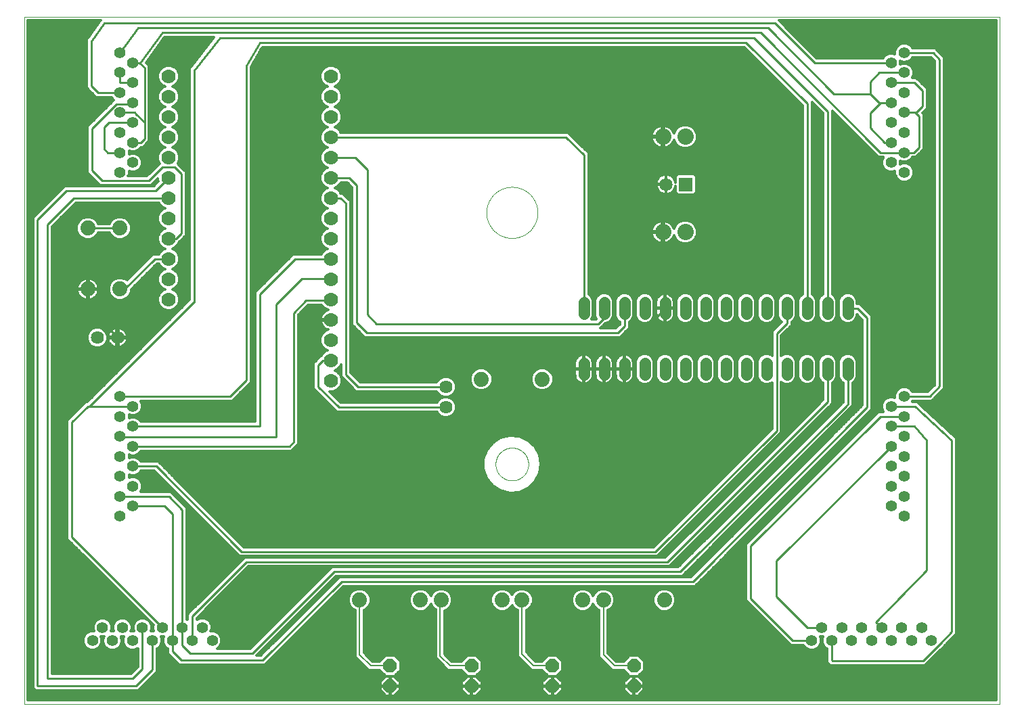
<source format=gtl>
G75*
%MOIN*%
%OFA0B0*%
%FSLAX25Y25*%
%IPPOS*%
%LPD*%
%AMOC8*
5,1,8,0,0,1.08239X$1,22.5*
%
%ADD10C,0.00000*%
%ADD11C,0.07000*%
%ADD12C,0.05550*%
%ADD13C,0.07400*%
%ADD14C,0.06400*%
%ADD15C,0.08000*%
%ADD16R,0.06500X0.06500*%
%ADD17C,0.06500*%
%ADD18OC8,0.06600*%
%ADD19C,0.05600*%
%ADD20C,0.01000*%
%ADD21C,0.01200*%
%ADD22C,0.00800*%
D10*
X0001600Y0014309D02*
X0001600Y0352892D01*
X0481915Y0352892D01*
X0481915Y0014309D01*
X0001600Y0014309D01*
X0233686Y0132419D02*
X0233688Y0132617D01*
X0233696Y0132815D01*
X0233708Y0133013D01*
X0233725Y0133210D01*
X0233747Y0133407D01*
X0233773Y0133603D01*
X0233805Y0133799D01*
X0233841Y0133994D01*
X0233882Y0134187D01*
X0233928Y0134380D01*
X0233978Y0134572D01*
X0234034Y0134762D01*
X0234093Y0134951D01*
X0234158Y0135138D01*
X0234227Y0135324D01*
X0234300Y0135508D01*
X0234378Y0135690D01*
X0234461Y0135870D01*
X0234548Y0136048D01*
X0234639Y0136224D01*
X0234735Y0136397D01*
X0234834Y0136568D01*
X0234938Y0136737D01*
X0235046Y0136903D01*
X0235158Y0137066D01*
X0235274Y0137227D01*
X0235394Y0137385D01*
X0235518Y0137539D01*
X0235646Y0137691D01*
X0235777Y0137839D01*
X0235912Y0137984D01*
X0236050Y0138126D01*
X0236192Y0138264D01*
X0236337Y0138399D01*
X0236485Y0138530D01*
X0236637Y0138658D01*
X0236791Y0138782D01*
X0236949Y0138902D01*
X0237110Y0139018D01*
X0237273Y0139130D01*
X0237439Y0139238D01*
X0237608Y0139342D01*
X0237779Y0139441D01*
X0237952Y0139537D01*
X0238128Y0139628D01*
X0238306Y0139715D01*
X0238486Y0139798D01*
X0238668Y0139876D01*
X0238852Y0139949D01*
X0239038Y0140018D01*
X0239225Y0140083D01*
X0239414Y0140142D01*
X0239604Y0140198D01*
X0239796Y0140248D01*
X0239989Y0140294D01*
X0240182Y0140335D01*
X0240377Y0140371D01*
X0240573Y0140403D01*
X0240769Y0140429D01*
X0240966Y0140451D01*
X0241163Y0140468D01*
X0241361Y0140480D01*
X0241559Y0140488D01*
X0241757Y0140490D01*
X0241955Y0140488D01*
X0242153Y0140480D01*
X0242351Y0140468D01*
X0242548Y0140451D01*
X0242745Y0140429D01*
X0242941Y0140403D01*
X0243137Y0140371D01*
X0243332Y0140335D01*
X0243525Y0140294D01*
X0243718Y0140248D01*
X0243910Y0140198D01*
X0244100Y0140142D01*
X0244289Y0140083D01*
X0244476Y0140018D01*
X0244662Y0139949D01*
X0244846Y0139876D01*
X0245028Y0139798D01*
X0245208Y0139715D01*
X0245386Y0139628D01*
X0245562Y0139537D01*
X0245735Y0139441D01*
X0245906Y0139342D01*
X0246075Y0139238D01*
X0246241Y0139130D01*
X0246404Y0139018D01*
X0246565Y0138902D01*
X0246723Y0138782D01*
X0246877Y0138658D01*
X0247029Y0138530D01*
X0247177Y0138399D01*
X0247322Y0138264D01*
X0247464Y0138126D01*
X0247602Y0137984D01*
X0247737Y0137839D01*
X0247868Y0137691D01*
X0247996Y0137539D01*
X0248120Y0137385D01*
X0248240Y0137227D01*
X0248356Y0137066D01*
X0248468Y0136903D01*
X0248576Y0136737D01*
X0248680Y0136568D01*
X0248779Y0136397D01*
X0248875Y0136224D01*
X0248966Y0136048D01*
X0249053Y0135870D01*
X0249136Y0135690D01*
X0249214Y0135508D01*
X0249287Y0135324D01*
X0249356Y0135138D01*
X0249421Y0134951D01*
X0249480Y0134762D01*
X0249536Y0134572D01*
X0249586Y0134380D01*
X0249632Y0134187D01*
X0249673Y0133994D01*
X0249709Y0133799D01*
X0249741Y0133603D01*
X0249767Y0133407D01*
X0249789Y0133210D01*
X0249806Y0133013D01*
X0249818Y0132815D01*
X0249826Y0132617D01*
X0249828Y0132419D01*
X0249826Y0132221D01*
X0249818Y0132023D01*
X0249806Y0131825D01*
X0249789Y0131628D01*
X0249767Y0131431D01*
X0249741Y0131235D01*
X0249709Y0131039D01*
X0249673Y0130844D01*
X0249632Y0130651D01*
X0249586Y0130458D01*
X0249536Y0130266D01*
X0249480Y0130076D01*
X0249421Y0129887D01*
X0249356Y0129700D01*
X0249287Y0129514D01*
X0249214Y0129330D01*
X0249136Y0129148D01*
X0249053Y0128968D01*
X0248966Y0128790D01*
X0248875Y0128614D01*
X0248779Y0128441D01*
X0248680Y0128270D01*
X0248576Y0128101D01*
X0248468Y0127935D01*
X0248356Y0127772D01*
X0248240Y0127611D01*
X0248120Y0127453D01*
X0247996Y0127299D01*
X0247868Y0127147D01*
X0247737Y0126999D01*
X0247602Y0126854D01*
X0247464Y0126712D01*
X0247322Y0126574D01*
X0247177Y0126439D01*
X0247029Y0126308D01*
X0246877Y0126180D01*
X0246723Y0126056D01*
X0246565Y0125936D01*
X0246404Y0125820D01*
X0246241Y0125708D01*
X0246075Y0125600D01*
X0245906Y0125496D01*
X0245735Y0125397D01*
X0245562Y0125301D01*
X0245386Y0125210D01*
X0245208Y0125123D01*
X0245028Y0125040D01*
X0244846Y0124962D01*
X0244662Y0124889D01*
X0244476Y0124820D01*
X0244289Y0124755D01*
X0244100Y0124696D01*
X0243910Y0124640D01*
X0243718Y0124590D01*
X0243525Y0124544D01*
X0243332Y0124503D01*
X0243137Y0124467D01*
X0242941Y0124435D01*
X0242745Y0124409D01*
X0242548Y0124387D01*
X0242351Y0124370D01*
X0242153Y0124358D01*
X0241955Y0124350D01*
X0241757Y0124348D01*
X0241559Y0124350D01*
X0241361Y0124358D01*
X0241163Y0124370D01*
X0240966Y0124387D01*
X0240769Y0124409D01*
X0240573Y0124435D01*
X0240377Y0124467D01*
X0240182Y0124503D01*
X0239989Y0124544D01*
X0239796Y0124590D01*
X0239604Y0124640D01*
X0239414Y0124696D01*
X0239225Y0124755D01*
X0239038Y0124820D01*
X0238852Y0124889D01*
X0238668Y0124962D01*
X0238486Y0125040D01*
X0238306Y0125123D01*
X0238128Y0125210D01*
X0237952Y0125301D01*
X0237779Y0125397D01*
X0237608Y0125496D01*
X0237439Y0125600D01*
X0237273Y0125708D01*
X0237110Y0125820D01*
X0236949Y0125936D01*
X0236791Y0126056D01*
X0236637Y0126180D01*
X0236485Y0126308D01*
X0236337Y0126439D01*
X0236192Y0126574D01*
X0236050Y0126712D01*
X0235912Y0126854D01*
X0235777Y0126999D01*
X0235646Y0127147D01*
X0235518Y0127299D01*
X0235394Y0127453D01*
X0235274Y0127611D01*
X0235158Y0127772D01*
X0235046Y0127935D01*
X0234938Y0128101D01*
X0234834Y0128270D01*
X0234735Y0128441D01*
X0234639Y0128614D01*
X0234548Y0128790D01*
X0234461Y0128968D01*
X0234378Y0129148D01*
X0234300Y0129330D01*
X0234227Y0129514D01*
X0234158Y0129700D01*
X0234093Y0129887D01*
X0234034Y0130076D01*
X0233978Y0130266D01*
X0233928Y0130458D01*
X0233882Y0130651D01*
X0233841Y0130844D01*
X0233805Y0131039D01*
X0233773Y0131235D01*
X0233747Y0131431D01*
X0233725Y0131628D01*
X0233708Y0131825D01*
X0233696Y0132023D01*
X0233688Y0132221D01*
X0233686Y0132419D01*
X0229159Y0256435D02*
X0229163Y0256744D01*
X0229174Y0257053D01*
X0229193Y0257362D01*
X0229220Y0257670D01*
X0229254Y0257977D01*
X0229295Y0258284D01*
X0229344Y0258589D01*
X0229401Y0258893D01*
X0229465Y0259195D01*
X0229537Y0259496D01*
X0229615Y0259795D01*
X0229701Y0260092D01*
X0229795Y0260387D01*
X0229895Y0260679D01*
X0230003Y0260969D01*
X0230118Y0261256D01*
X0230240Y0261540D01*
X0230369Y0261821D01*
X0230504Y0262099D01*
X0230647Y0262374D01*
X0230796Y0262645D01*
X0230951Y0262912D01*
X0231114Y0263175D01*
X0231282Y0263434D01*
X0231457Y0263689D01*
X0231638Y0263940D01*
X0231825Y0264186D01*
X0232019Y0264427D01*
X0232218Y0264664D01*
X0232422Y0264895D01*
X0232633Y0265122D01*
X0232849Y0265343D01*
X0233070Y0265559D01*
X0233297Y0265770D01*
X0233528Y0265974D01*
X0233765Y0266173D01*
X0234006Y0266367D01*
X0234252Y0266554D01*
X0234503Y0266735D01*
X0234758Y0266910D01*
X0235017Y0267078D01*
X0235280Y0267241D01*
X0235547Y0267396D01*
X0235818Y0267545D01*
X0236093Y0267688D01*
X0236371Y0267823D01*
X0236652Y0267952D01*
X0236936Y0268074D01*
X0237223Y0268189D01*
X0237513Y0268297D01*
X0237805Y0268397D01*
X0238100Y0268491D01*
X0238397Y0268577D01*
X0238696Y0268655D01*
X0238997Y0268727D01*
X0239299Y0268791D01*
X0239603Y0268848D01*
X0239908Y0268897D01*
X0240215Y0268938D01*
X0240522Y0268972D01*
X0240830Y0268999D01*
X0241139Y0269018D01*
X0241448Y0269029D01*
X0241757Y0269033D01*
X0242066Y0269029D01*
X0242375Y0269018D01*
X0242684Y0268999D01*
X0242992Y0268972D01*
X0243299Y0268938D01*
X0243606Y0268897D01*
X0243911Y0268848D01*
X0244215Y0268791D01*
X0244517Y0268727D01*
X0244818Y0268655D01*
X0245117Y0268577D01*
X0245414Y0268491D01*
X0245709Y0268397D01*
X0246001Y0268297D01*
X0246291Y0268189D01*
X0246578Y0268074D01*
X0246862Y0267952D01*
X0247143Y0267823D01*
X0247421Y0267688D01*
X0247696Y0267545D01*
X0247967Y0267396D01*
X0248234Y0267241D01*
X0248497Y0267078D01*
X0248756Y0266910D01*
X0249011Y0266735D01*
X0249262Y0266554D01*
X0249508Y0266367D01*
X0249749Y0266173D01*
X0249986Y0265974D01*
X0250217Y0265770D01*
X0250444Y0265559D01*
X0250665Y0265343D01*
X0250881Y0265122D01*
X0251092Y0264895D01*
X0251296Y0264664D01*
X0251495Y0264427D01*
X0251689Y0264186D01*
X0251876Y0263940D01*
X0252057Y0263689D01*
X0252232Y0263434D01*
X0252400Y0263175D01*
X0252563Y0262912D01*
X0252718Y0262645D01*
X0252867Y0262374D01*
X0253010Y0262099D01*
X0253145Y0261821D01*
X0253274Y0261540D01*
X0253396Y0261256D01*
X0253511Y0260969D01*
X0253619Y0260679D01*
X0253719Y0260387D01*
X0253813Y0260092D01*
X0253899Y0259795D01*
X0253977Y0259496D01*
X0254049Y0259195D01*
X0254113Y0258893D01*
X0254170Y0258589D01*
X0254219Y0258284D01*
X0254260Y0257977D01*
X0254294Y0257670D01*
X0254321Y0257362D01*
X0254340Y0257053D01*
X0254351Y0256744D01*
X0254355Y0256435D01*
X0254351Y0256126D01*
X0254340Y0255817D01*
X0254321Y0255508D01*
X0254294Y0255200D01*
X0254260Y0254893D01*
X0254219Y0254586D01*
X0254170Y0254281D01*
X0254113Y0253977D01*
X0254049Y0253675D01*
X0253977Y0253374D01*
X0253899Y0253075D01*
X0253813Y0252778D01*
X0253719Y0252483D01*
X0253619Y0252191D01*
X0253511Y0251901D01*
X0253396Y0251614D01*
X0253274Y0251330D01*
X0253145Y0251049D01*
X0253010Y0250771D01*
X0252867Y0250496D01*
X0252718Y0250225D01*
X0252563Y0249958D01*
X0252400Y0249695D01*
X0252232Y0249436D01*
X0252057Y0249181D01*
X0251876Y0248930D01*
X0251689Y0248684D01*
X0251495Y0248443D01*
X0251296Y0248206D01*
X0251092Y0247975D01*
X0250881Y0247748D01*
X0250665Y0247527D01*
X0250444Y0247311D01*
X0250217Y0247100D01*
X0249986Y0246896D01*
X0249749Y0246697D01*
X0249508Y0246503D01*
X0249262Y0246316D01*
X0249011Y0246135D01*
X0248756Y0245960D01*
X0248497Y0245792D01*
X0248234Y0245629D01*
X0247967Y0245474D01*
X0247696Y0245325D01*
X0247421Y0245182D01*
X0247143Y0245047D01*
X0246862Y0244918D01*
X0246578Y0244796D01*
X0246291Y0244681D01*
X0246001Y0244573D01*
X0245709Y0244473D01*
X0245414Y0244379D01*
X0245117Y0244293D01*
X0244818Y0244215D01*
X0244517Y0244143D01*
X0244215Y0244079D01*
X0243911Y0244022D01*
X0243606Y0243973D01*
X0243299Y0243932D01*
X0242992Y0243898D01*
X0242684Y0243871D01*
X0242375Y0243852D01*
X0242066Y0243841D01*
X0241757Y0243837D01*
X0241448Y0243841D01*
X0241139Y0243852D01*
X0240830Y0243871D01*
X0240522Y0243898D01*
X0240215Y0243932D01*
X0239908Y0243973D01*
X0239603Y0244022D01*
X0239299Y0244079D01*
X0238997Y0244143D01*
X0238696Y0244215D01*
X0238397Y0244293D01*
X0238100Y0244379D01*
X0237805Y0244473D01*
X0237513Y0244573D01*
X0237223Y0244681D01*
X0236936Y0244796D01*
X0236652Y0244918D01*
X0236371Y0245047D01*
X0236093Y0245182D01*
X0235818Y0245325D01*
X0235547Y0245474D01*
X0235280Y0245629D01*
X0235017Y0245792D01*
X0234758Y0245960D01*
X0234503Y0246135D01*
X0234252Y0246316D01*
X0234006Y0246503D01*
X0233765Y0246697D01*
X0233528Y0246896D01*
X0233297Y0247100D01*
X0233070Y0247311D01*
X0232849Y0247527D01*
X0232633Y0247748D01*
X0232422Y0247975D01*
X0232218Y0248206D01*
X0232019Y0248443D01*
X0231825Y0248684D01*
X0231638Y0248930D01*
X0231457Y0249181D01*
X0231282Y0249436D01*
X0231114Y0249695D01*
X0230951Y0249958D01*
X0230796Y0250225D01*
X0230647Y0250496D01*
X0230504Y0250771D01*
X0230369Y0251049D01*
X0230240Y0251330D01*
X0230118Y0251614D01*
X0230003Y0251901D01*
X0229895Y0252191D01*
X0229795Y0252483D01*
X0229701Y0252778D01*
X0229615Y0253075D01*
X0229537Y0253374D01*
X0229465Y0253675D01*
X0229401Y0253977D01*
X0229344Y0254281D01*
X0229295Y0254586D01*
X0229254Y0254893D01*
X0229220Y0255200D01*
X0229193Y0255508D01*
X0229174Y0255817D01*
X0229163Y0256126D01*
X0229159Y0256435D01*
D11*
X0152663Y0253561D03*
X0152663Y0243561D03*
X0152663Y0233561D03*
X0152663Y0223561D03*
X0152663Y0213561D03*
X0152663Y0203561D03*
X0152663Y0193561D03*
X0152663Y0183561D03*
X0152663Y0173561D03*
X0072663Y0213561D03*
X0072663Y0223561D03*
X0072663Y0233561D03*
X0072663Y0243561D03*
X0072663Y0253561D03*
X0072663Y0263561D03*
X0072663Y0273561D03*
X0072663Y0283561D03*
X0072663Y0293561D03*
X0072663Y0303561D03*
X0072663Y0313561D03*
X0072663Y0323561D03*
X0152663Y0323561D03*
X0152663Y0313561D03*
X0152663Y0303561D03*
X0152663Y0293561D03*
X0152663Y0283561D03*
X0152663Y0273561D03*
X0152663Y0263561D03*
D12*
X0055025Y0281081D03*
X0048529Y0286002D03*
X0055025Y0290923D03*
X0048529Y0295845D03*
X0055025Y0300766D03*
X0048529Y0305687D03*
X0055025Y0310608D03*
X0048529Y0315530D03*
X0055025Y0320451D03*
X0048529Y0325372D03*
X0055025Y0330293D03*
X0048529Y0335215D03*
X0048529Y0276160D03*
X0048529Y0165845D03*
X0055025Y0160923D03*
X0048529Y0156002D03*
X0055025Y0151081D03*
X0048529Y0146160D03*
X0055025Y0141238D03*
X0048529Y0136317D03*
X0055025Y0131396D03*
X0048529Y0126475D03*
X0055025Y0121553D03*
X0048529Y0116632D03*
X0055025Y0111711D03*
X0048529Y0106789D03*
X0049868Y0051986D03*
X0054789Y0045490D03*
X0059710Y0051986D03*
X0064631Y0045490D03*
X0069553Y0051986D03*
X0074474Y0045490D03*
X0079395Y0051986D03*
X0084317Y0045490D03*
X0089238Y0051986D03*
X0094159Y0045490D03*
X0044946Y0045490D03*
X0040025Y0051986D03*
X0035104Y0045490D03*
X0389356Y0045490D03*
X0394277Y0051986D03*
X0399198Y0045490D03*
X0404120Y0051986D03*
X0409041Y0045490D03*
X0413962Y0051986D03*
X0418883Y0045490D03*
X0423805Y0051986D03*
X0428726Y0045490D03*
X0433647Y0051986D03*
X0438569Y0045490D03*
X0443490Y0051986D03*
X0448411Y0045490D03*
X0434986Y0106789D03*
X0428490Y0111711D03*
X0434986Y0116632D03*
X0428490Y0121553D03*
X0434986Y0126475D03*
X0428490Y0131396D03*
X0434986Y0136317D03*
X0428490Y0141238D03*
X0434986Y0146160D03*
X0428490Y0151081D03*
X0434986Y0156002D03*
X0428490Y0160923D03*
X0434986Y0165845D03*
X0434986Y0276160D03*
X0428490Y0281081D03*
X0434986Y0286002D03*
X0428490Y0290923D03*
X0434986Y0295845D03*
X0428490Y0300766D03*
X0434986Y0305687D03*
X0428490Y0310608D03*
X0434986Y0315530D03*
X0428490Y0320451D03*
X0434986Y0325372D03*
X0428490Y0330293D03*
X0434986Y0335215D03*
D13*
X0256600Y0174309D03*
X0226600Y0174309D03*
X0236876Y0065490D03*
X0246639Y0065490D03*
X0276639Y0065490D03*
X0286797Y0065490D03*
X0316797Y0065490D03*
X0206876Y0065490D03*
X0196718Y0065490D03*
X0166718Y0065490D03*
X0048647Y0218679D03*
X0032860Y0218679D03*
X0032860Y0248679D03*
X0048647Y0248679D03*
D14*
X0047466Y0194782D03*
X0037466Y0194782D03*
X0209200Y0170509D03*
X0209200Y0160509D03*
D15*
X0316100Y0246809D03*
X0327100Y0246809D03*
X0327100Y0293809D03*
X0316100Y0293809D03*
D16*
X0327421Y0270309D03*
D17*
X0317579Y0270309D03*
D18*
X0301797Y0033089D03*
X0301797Y0023089D03*
X0261639Y0023089D03*
X0261639Y0033089D03*
X0221876Y0033089D03*
X0221876Y0023089D03*
X0181718Y0023089D03*
X0181718Y0033089D03*
D19*
X0277151Y0176509D02*
X0277151Y0182109D01*
X0287151Y0182109D02*
X0287151Y0176509D01*
X0297151Y0176509D02*
X0297151Y0182109D01*
X0307151Y0182109D02*
X0307151Y0176509D01*
X0317151Y0176509D02*
X0317151Y0182109D01*
X0327151Y0182109D02*
X0327151Y0176509D01*
X0337151Y0176509D02*
X0337151Y0182109D01*
X0347151Y0182109D02*
X0347151Y0176509D01*
X0357151Y0176509D02*
X0357151Y0182109D01*
X0367151Y0182109D02*
X0367151Y0176509D01*
X0377151Y0176509D02*
X0377151Y0182109D01*
X0387151Y0182109D02*
X0387151Y0176509D01*
X0397151Y0176509D02*
X0397151Y0182109D01*
X0407151Y0182109D02*
X0407151Y0176509D01*
X0407151Y0206509D02*
X0407151Y0212109D01*
X0397151Y0212109D02*
X0397151Y0206509D01*
X0387151Y0206509D02*
X0387151Y0212109D01*
X0377151Y0212109D02*
X0377151Y0206509D01*
X0367151Y0206509D02*
X0367151Y0212109D01*
X0357151Y0212109D02*
X0357151Y0206509D01*
X0347151Y0206509D02*
X0347151Y0212109D01*
X0337151Y0212109D02*
X0337151Y0206509D01*
X0327151Y0206509D02*
X0327151Y0212109D01*
X0317151Y0212109D02*
X0317151Y0206509D01*
X0307151Y0206509D02*
X0307151Y0212109D01*
X0297151Y0212109D02*
X0297151Y0206509D01*
X0287151Y0206509D02*
X0287151Y0212109D01*
X0277151Y0212109D02*
X0277151Y0206509D01*
D20*
X0277151Y0209309D02*
X0277151Y0284742D01*
X0268332Y0293561D01*
X0152663Y0293561D01*
X0152663Y0283561D02*
X0164435Y0283561D01*
X0170458Y0277538D01*
X0170458Y0206160D01*
X0175025Y0201593D01*
X0284159Y0201593D01*
X0287151Y0204585D01*
X0287151Y0209309D01*
X0297151Y0209309D02*
X0297151Y0200412D01*
X0293962Y0197223D01*
X0170222Y0197223D01*
X0165301Y0202144D01*
X0165301Y0269900D01*
X0161639Y0273561D01*
X0152663Y0273561D01*
X0152663Y0263561D02*
X0157348Y0263561D01*
X0159828Y0261081D01*
X0159828Y0176671D01*
X0165991Y0170509D01*
X0209200Y0170509D01*
X0209200Y0160509D02*
X0156424Y0160509D01*
X0146285Y0170648D01*
X0146285Y0181160D01*
X0148687Y0183561D01*
X0152663Y0183561D01*
X0141324Y0169230D02*
X0159395Y0151160D01*
X0265340Y0151160D01*
X0277151Y0162971D01*
X0277151Y0179309D01*
X0297151Y0179309D02*
X0297151Y0189309D01*
X0317151Y0209309D01*
X0372100Y0196909D02*
X0377151Y0201960D01*
X0377151Y0209309D01*
X0387151Y0209309D02*
X0387151Y0310215D01*
X0357072Y0340293D01*
X0117514Y0340293D01*
X0110852Y0328930D01*
X0110852Y0173797D01*
X0102899Y0165845D01*
X0048529Y0165845D01*
X0055025Y0160923D02*
X0033647Y0160923D01*
X0084986Y0212262D01*
X0085340Y0212262D01*
X0085340Y0326659D01*
X0097792Y0342656D01*
X0360824Y0342656D01*
X0397151Y0306328D01*
X0397151Y0209309D01*
X0407151Y0209309D02*
X0411900Y0209309D01*
X0416677Y0204532D01*
X0416677Y0160423D01*
X0330951Y0074585D01*
X0157781Y0074585D01*
X0118962Y0035766D01*
X0078883Y0035766D01*
X0074474Y0040175D01*
X0074474Y0045490D01*
X0074474Y0107971D01*
X0070655Y0111789D01*
X0055104Y0111789D01*
X0055025Y0111711D01*
X0048529Y0116632D02*
X0072545Y0116632D01*
X0072761Y0116415D01*
X0079395Y0109782D01*
X0079395Y0051986D01*
X0079395Y0043207D01*
X0083372Y0039230D01*
X0113805Y0039230D01*
X0154120Y0079545D01*
X0324649Y0079545D01*
X0406091Y0161000D01*
X0407151Y0162060D01*
X0407151Y0179309D01*
X0397151Y0179309D02*
X0397151Y0163082D01*
X0388767Y0154698D01*
X0318200Y0084309D01*
X0111088Y0084309D01*
X0084317Y0057537D01*
X0084317Y0045490D01*
X0069553Y0051986D02*
X0025025Y0096514D01*
X0025025Y0153049D01*
X0032899Y0160923D01*
X0033647Y0160923D01*
X0048529Y0146160D02*
X0048962Y0145726D01*
X0125537Y0145726D01*
X0125537Y0211041D01*
X0138411Y0223915D01*
X0152309Y0223915D01*
X0152663Y0223561D01*
X0152663Y0233561D02*
X0134946Y0233561D01*
X0117506Y0216120D01*
X0117506Y0151120D01*
X0055065Y0151120D01*
X0055025Y0151081D01*
X0055025Y0141238D02*
X0055065Y0141199D01*
X0132112Y0141199D01*
X0134277Y0143364D01*
X0134277Y0206947D01*
X0140419Y0213089D01*
X0152191Y0213089D01*
X0152663Y0213561D01*
X0152663Y0203561D02*
X0152506Y0203404D01*
X0144435Y0203404D01*
X0141324Y0200293D01*
X0141324Y0169230D01*
X0066587Y0131396D02*
X0055025Y0131396D01*
X0066587Y0131396D02*
X0108673Y0089309D01*
X0305891Y0089309D01*
X0306600Y0089309D01*
X0312417Y0089309D01*
X0372100Y0148993D01*
X0372100Y0196909D01*
X0423293Y0156002D02*
X0359378Y0092087D01*
X0359378Y0066177D01*
X0380065Y0045490D01*
X0389356Y0045490D01*
X0387112Y0051986D02*
X0372033Y0067065D01*
X0372033Y0084782D01*
X0428490Y0141238D01*
X0428490Y0151081D02*
X0439828Y0151081D01*
X0446088Y0144309D01*
X0446088Y0080140D01*
X0420966Y0054591D01*
X0423805Y0051986D01*
X0444134Y0035451D02*
X0452486Y0043802D01*
X0452486Y0043896D01*
X0458293Y0049703D01*
X0458293Y0144285D01*
X0440208Y0160977D01*
X0428543Y0160977D01*
X0428490Y0160923D01*
X0423293Y0156002D02*
X0434986Y0156002D01*
X0434986Y0165845D02*
X0447545Y0165845D01*
X0452387Y0170687D01*
X0452387Y0331986D01*
X0449159Y0335215D01*
X0434986Y0335215D01*
X0428490Y0330293D02*
X0390773Y0330293D01*
X0371324Y0349742D01*
X0041049Y0349742D01*
X0034710Y0341002D01*
X0034710Y0318837D01*
X0038017Y0315530D01*
X0048529Y0315530D01*
X0048490Y0320451D02*
X0055025Y0320451D01*
X0048529Y0320490D02*
X0048529Y0325372D01*
X0048529Y0320490D02*
X0048490Y0320451D01*
X0058332Y0330293D02*
X0060773Y0327852D01*
X0060773Y0300780D01*
X0060773Y0292695D01*
X0059002Y0290923D01*
X0055025Y0290923D01*
X0048529Y0286002D02*
X0042702Y0286002D01*
X0040891Y0287813D01*
X0040891Y0298482D01*
X0043175Y0300766D01*
X0055025Y0300766D01*
X0056659Y0304841D02*
X0055813Y0305687D01*
X0048529Y0305687D01*
X0046841Y0309762D02*
X0034957Y0297878D01*
X0034957Y0277079D01*
X0039952Y0272085D01*
X0062934Y0272085D01*
X0069567Y0278719D01*
X0075694Y0278719D01*
X0078805Y0275608D01*
X0078805Y0246081D01*
X0076285Y0243561D01*
X0072663Y0243561D01*
X0072663Y0233561D02*
X0065891Y0233561D01*
X0051009Y0218679D01*
X0048647Y0218679D01*
X0032860Y0218679D02*
X0032860Y0209388D01*
X0047466Y0194782D01*
X0048647Y0248679D02*
X0032860Y0248679D01*
X0026009Y0263561D02*
X0013017Y0250569D01*
X0013017Y0026868D01*
X0055079Y0026868D01*
X0059730Y0031519D01*
X0059730Y0051967D01*
X0059710Y0051986D01*
X0064631Y0045490D02*
X0064631Y0031145D01*
X0056561Y0023074D01*
X0008057Y0023074D01*
X0008057Y0252852D01*
X0022387Y0267183D01*
X0066285Y0267183D01*
X0072663Y0273561D01*
X0072663Y0263561D02*
X0026009Y0263561D01*
X0060773Y0300780D02*
X0056713Y0304841D01*
X0056659Y0304841D01*
X0054179Y0309762D02*
X0046841Y0309762D01*
X0054179Y0309762D02*
X0055025Y0310608D01*
X0055222Y0330097D02*
X0058529Y0330097D01*
X0069513Y0345018D01*
X0364238Y0345018D01*
X0423254Y0286002D01*
X0434986Y0286002D01*
X0439710Y0286002D01*
X0442348Y0288640D01*
X0442348Y0303758D01*
X0440419Y0305687D01*
X0441009Y0305687D01*
X0444002Y0308679D01*
X0444002Y0316396D01*
X0439946Y0320451D01*
X0428490Y0320451D01*
X0422506Y0325412D02*
X0434946Y0325412D01*
X0434986Y0325372D01*
X0422506Y0325412D02*
X0418135Y0321002D01*
X0418135Y0314978D01*
X0400261Y0314978D01*
X0367860Y0347380D01*
X0057545Y0347380D01*
X0048529Y0335215D01*
X0055025Y0330293D02*
X0058332Y0330293D01*
X0055222Y0330097D02*
X0055025Y0330293D01*
X0418135Y0314978D02*
X0422466Y0310608D01*
X0428490Y0310608D01*
X0423332Y0310608D01*
X0418135Y0305372D01*
X0418135Y0298128D01*
X0425380Y0290884D01*
X0425419Y0290923D01*
X0428490Y0290923D01*
X0434986Y0305687D02*
X0440419Y0305687D01*
X0394277Y0051986D02*
X0387112Y0051986D01*
X0399198Y0045490D02*
X0399198Y0035687D01*
X0399435Y0035451D01*
X0444134Y0035451D01*
D21*
X0445421Y0033485D02*
X0480115Y0033485D01*
X0480115Y0032287D02*
X0306897Y0032287D01*
X0306897Y0033485D02*
X0398148Y0033485D01*
X0398482Y0033151D02*
X0445087Y0033151D01*
X0454786Y0042850D01*
X0454786Y0042943D01*
X0459246Y0047403D01*
X0460593Y0048750D01*
X0460593Y0143386D01*
X0460629Y0143425D01*
X0460593Y0144331D01*
X0460593Y0145238D01*
X0460555Y0145275D01*
X0460553Y0145329D01*
X0459887Y0145944D01*
X0459246Y0146585D01*
X0459192Y0146585D01*
X0441802Y0162636D01*
X0441161Y0163277D01*
X0441107Y0163277D01*
X0441068Y0163313D01*
X0440162Y0163277D01*
X0438874Y0163277D01*
X0438985Y0163545D01*
X0448498Y0163545D01*
X0454687Y0169734D01*
X0454687Y0332939D01*
X0453340Y0334286D01*
X0450112Y0337515D01*
X0438985Y0337515D01*
X0438864Y0337806D01*
X0437577Y0339093D01*
X0435896Y0339789D01*
X0434076Y0339789D01*
X0432394Y0339093D01*
X0431107Y0337806D01*
X0430411Y0336125D01*
X0430411Y0334449D01*
X0429400Y0334868D01*
X0427580Y0334868D01*
X0425898Y0334172D01*
X0424611Y0332885D01*
X0424491Y0332593D01*
X0391726Y0332593D01*
X0373227Y0351092D01*
X0480115Y0351092D01*
X0480115Y0016109D01*
X0003400Y0016109D01*
X0003400Y0351092D01*
X0039146Y0351092D01*
X0038749Y0350695D01*
X0038749Y0350488D01*
X0032955Y0342500D01*
X0032410Y0341955D01*
X0032410Y0341748D01*
X0032289Y0341581D01*
X0032410Y0340820D01*
X0032410Y0317884D01*
X0037065Y0313230D01*
X0044530Y0313230D01*
X0044651Y0312938D01*
X0045708Y0311881D01*
X0034005Y0300178D01*
X0032657Y0298831D01*
X0032657Y0276126D01*
X0034005Y0274779D01*
X0038999Y0269785D01*
X0063886Y0269785D01*
X0067363Y0273262D01*
X0067363Y0272507D01*
X0067654Y0271805D01*
X0065332Y0269483D01*
X0021435Y0269483D01*
X0007104Y0255152D01*
X0005757Y0253805D01*
X0005757Y0022121D01*
X0007104Y0020774D01*
X0057513Y0020774D01*
X0066931Y0030192D01*
X0066931Y0041491D01*
X0067223Y0041612D01*
X0068510Y0042899D01*
X0069206Y0044580D01*
X0069206Y0046400D01*
X0068787Y0047412D01*
X0070318Y0047412D01*
X0069899Y0046400D01*
X0069899Y0044580D01*
X0070596Y0042899D01*
X0071883Y0041612D01*
X0072174Y0041491D01*
X0072174Y0039223D01*
X0073521Y0037875D01*
X0077931Y0033466D01*
X0119915Y0033466D01*
X0158734Y0072285D01*
X0329999Y0072285D01*
X0330000Y0072284D01*
X0330942Y0072285D01*
X0331904Y0072285D01*
X0331905Y0072285D01*
X0331905Y0072285D01*
X0332574Y0072955D01*
X0333251Y0073632D01*
X0333251Y0073633D01*
X0418299Y0158792D01*
X0418977Y0159470D01*
X0418977Y0159471D01*
X0418978Y0159471D01*
X0418977Y0160415D01*
X0418977Y0205485D01*
X0417630Y0206832D01*
X0414200Y0210262D01*
X0412853Y0211609D01*
X0411751Y0211609D01*
X0411751Y0213024D01*
X0411051Y0214715D01*
X0409757Y0216009D01*
X0408066Y0216709D01*
X0406236Y0216709D01*
X0404545Y0216009D01*
X0403251Y0214715D01*
X0402551Y0213024D01*
X0402551Y0205594D01*
X0403251Y0203903D01*
X0404545Y0202609D01*
X0406236Y0201909D01*
X0408066Y0201909D01*
X0409757Y0202609D01*
X0411051Y0203903D01*
X0411751Y0205594D01*
X0411751Y0206205D01*
X0414377Y0203579D01*
X0414377Y0161374D01*
X0329998Y0076885D01*
X0156828Y0076885D01*
X0118010Y0038066D01*
X0115893Y0038066D01*
X0155072Y0077245D01*
X0323696Y0077245D01*
X0324639Y0077245D01*
X0325602Y0077245D01*
X0326319Y0077963D01*
X0326949Y0078593D01*
X0407744Y0159400D01*
X0409451Y0161107D01*
X0409451Y0172483D01*
X0409757Y0172609D01*
X0411051Y0173903D01*
X0411751Y0175594D01*
X0411751Y0183024D01*
X0411051Y0184715D01*
X0409757Y0186009D01*
X0408066Y0186709D01*
X0406236Y0186709D01*
X0404545Y0186009D01*
X0403251Y0184715D01*
X0402551Y0183024D01*
X0402551Y0175594D01*
X0403251Y0173903D01*
X0404545Y0172609D01*
X0404851Y0172483D01*
X0404851Y0163013D01*
X0404415Y0162577D01*
X0403791Y0161952D01*
X0323696Y0081845D01*
X0153167Y0081845D01*
X0112852Y0041530D01*
X0096554Y0041530D01*
X0096750Y0041612D01*
X0098037Y0042899D01*
X0098734Y0044580D01*
X0098734Y0046400D01*
X0098037Y0048082D01*
X0096750Y0049369D01*
X0095069Y0050065D01*
X0093394Y0050065D01*
X0093813Y0051076D01*
X0093813Y0052896D01*
X0093116Y0054578D01*
X0091829Y0055865D01*
X0090148Y0056561D01*
X0088328Y0056561D01*
X0086646Y0055865D01*
X0086617Y0055835D01*
X0086617Y0056585D01*
X0112041Y0082009D01*
X0318197Y0082009D01*
X0319150Y0082008D01*
X0319151Y0082009D01*
X0319153Y0082009D01*
X0319825Y0082682D01*
X0389718Y0152398D01*
X0389720Y0152398D01*
X0390391Y0153069D01*
X0391066Y0153742D01*
X0391066Y0153744D01*
X0399451Y0162129D01*
X0399451Y0172483D01*
X0399757Y0172609D01*
X0401051Y0173903D01*
X0401751Y0175594D01*
X0401751Y0183024D01*
X0401051Y0184715D01*
X0399757Y0186009D01*
X0398066Y0186709D01*
X0396236Y0186709D01*
X0394545Y0186009D01*
X0393251Y0184715D01*
X0392551Y0183024D01*
X0392551Y0175594D01*
X0393251Y0173903D01*
X0394545Y0172609D01*
X0394851Y0172483D01*
X0394851Y0164034D01*
X0387142Y0156325D01*
X0317249Y0086609D01*
X0110135Y0086609D01*
X0082017Y0058490D01*
X0082017Y0055835D01*
X0081987Y0055865D01*
X0081695Y0055985D01*
X0081695Y0110734D01*
X0075061Y0117368D01*
X0073498Y0118932D01*
X0058874Y0118932D01*
X0058904Y0118962D01*
X0059600Y0120643D01*
X0059600Y0122463D01*
X0058904Y0124145D01*
X0057617Y0125432D01*
X0055935Y0126128D01*
X0054115Y0126128D01*
X0053104Y0125709D01*
X0053104Y0127240D01*
X0054115Y0126821D01*
X0055935Y0126821D01*
X0057617Y0127517D01*
X0058904Y0128804D01*
X0059024Y0129096D01*
X0065634Y0129096D01*
X0106373Y0088356D01*
X0107720Y0087009D01*
X0313369Y0087009D01*
X0314717Y0088356D01*
X0314717Y0088356D01*
X0373053Y0146693D01*
X0374400Y0148040D01*
X0374400Y0172755D01*
X0374545Y0172609D01*
X0376236Y0171909D01*
X0378066Y0171909D01*
X0379757Y0172609D01*
X0381051Y0173903D01*
X0381751Y0175594D01*
X0381751Y0183024D01*
X0381051Y0184715D01*
X0379757Y0186009D01*
X0378066Y0186709D01*
X0376236Y0186709D01*
X0374545Y0186009D01*
X0374400Y0185863D01*
X0374400Y0195956D01*
X0378104Y0199660D01*
X0379451Y0201008D01*
X0379451Y0202483D01*
X0379757Y0202609D01*
X0381051Y0203903D01*
X0381751Y0205594D01*
X0381751Y0213024D01*
X0381051Y0214715D01*
X0379757Y0216009D01*
X0378066Y0216709D01*
X0376236Y0216709D01*
X0374545Y0216009D01*
X0373251Y0214715D01*
X0372551Y0213024D01*
X0372551Y0205594D01*
X0373251Y0203903D01*
X0374545Y0202609D01*
X0374547Y0202609D01*
X0369800Y0197862D01*
X0369800Y0185966D01*
X0369757Y0186009D01*
X0368066Y0186709D01*
X0366236Y0186709D01*
X0364545Y0186009D01*
X0363251Y0184715D01*
X0362551Y0183024D01*
X0362551Y0175594D01*
X0363251Y0173903D01*
X0364545Y0172609D01*
X0366236Y0171909D01*
X0368066Y0171909D01*
X0369757Y0172609D01*
X0369800Y0172653D01*
X0369800Y0149945D01*
X0311464Y0091609D01*
X0109626Y0091609D01*
X0068887Y0132348D01*
X0067539Y0133696D01*
X0059024Y0133696D01*
X0058904Y0133987D01*
X0057617Y0135274D01*
X0055935Y0135971D01*
X0054115Y0135971D01*
X0053104Y0135552D01*
X0053104Y0137082D01*
X0054115Y0136663D01*
X0055935Y0136663D01*
X0057617Y0137360D01*
X0058904Y0138647D01*
X0059008Y0138899D01*
X0133064Y0138899D01*
X0134412Y0140246D01*
X0135230Y0141064D01*
X0136577Y0142412D01*
X0136577Y0205994D01*
X0141372Y0210789D01*
X0148075Y0210789D01*
X0148170Y0210559D01*
X0149661Y0209068D01*
X0151176Y0208440D01*
X0150705Y0208287D01*
X0149990Y0207923D01*
X0149341Y0207451D01*
X0148773Y0206884D01*
X0148301Y0206234D01*
X0147937Y0205519D01*
X0147689Y0204755D01*
X0147563Y0203962D01*
X0147563Y0203945D01*
X0152279Y0203945D01*
X0152279Y0203177D01*
X0147563Y0203177D01*
X0147563Y0203160D01*
X0147689Y0202367D01*
X0147937Y0201603D01*
X0148301Y0200888D01*
X0148773Y0200239D01*
X0149341Y0199671D01*
X0149990Y0199199D01*
X0150705Y0198835D01*
X0151176Y0198682D01*
X0149661Y0198054D01*
X0148170Y0196563D01*
X0147363Y0194615D01*
X0147363Y0192507D01*
X0148170Y0190559D01*
X0149661Y0189068D01*
X0150885Y0188561D01*
X0149661Y0188054D01*
X0148170Y0186563D01*
X0147879Y0185861D01*
X0147734Y0185861D01*
X0146387Y0184514D01*
X0143985Y0182112D01*
X0143985Y0169695D01*
X0155471Y0158209D01*
X0204741Y0158209D01*
X0204961Y0157677D01*
X0206368Y0156270D01*
X0208205Y0155509D01*
X0210195Y0155509D01*
X0212032Y0156270D01*
X0213439Y0157677D01*
X0214200Y0159515D01*
X0214200Y0161504D01*
X0213439Y0163341D01*
X0212032Y0164748D01*
X0210195Y0165509D01*
X0212032Y0166270D01*
X0213439Y0167677D01*
X0214200Y0169515D01*
X0214200Y0171504D01*
X0213439Y0173341D01*
X0212032Y0174748D01*
X0210195Y0175509D01*
X0208205Y0175509D01*
X0206368Y0174748D01*
X0204961Y0173341D01*
X0204741Y0172809D01*
X0166943Y0172809D01*
X0162128Y0177624D01*
X0162128Y0262033D01*
X0159648Y0264514D01*
X0158301Y0265861D01*
X0157447Y0265861D01*
X0157156Y0266563D01*
X0155665Y0268054D01*
X0154441Y0268561D01*
X0155665Y0269068D01*
X0157156Y0270559D01*
X0157447Y0271261D01*
X0160687Y0271261D01*
X0163001Y0268947D01*
X0163001Y0201191D01*
X0169269Y0194923D01*
X0294915Y0194923D01*
X0299451Y0199459D01*
X0299451Y0202483D01*
X0299757Y0202609D01*
X0301051Y0203903D01*
X0301751Y0205594D01*
X0301751Y0213024D01*
X0301051Y0214715D01*
X0299757Y0216009D01*
X0298066Y0216709D01*
X0296236Y0216709D01*
X0294545Y0216009D01*
X0293251Y0214715D01*
X0292551Y0213024D01*
X0292551Y0205594D01*
X0293251Y0203903D01*
X0294545Y0202609D01*
X0294851Y0202483D01*
X0294851Y0201364D01*
X0293010Y0199523D01*
X0285342Y0199523D01*
X0286459Y0200640D01*
X0287728Y0201909D01*
X0288066Y0201909D01*
X0289757Y0202609D01*
X0291051Y0203903D01*
X0291751Y0205594D01*
X0291751Y0213024D01*
X0291051Y0214715D01*
X0289757Y0216009D01*
X0288066Y0216709D01*
X0286236Y0216709D01*
X0284545Y0216009D01*
X0283251Y0214715D01*
X0282551Y0213024D01*
X0282551Y0205594D01*
X0283241Y0203928D01*
X0283206Y0203893D01*
X0281040Y0203893D01*
X0281051Y0203903D01*
X0281751Y0205594D01*
X0281751Y0213024D01*
X0281051Y0214715D01*
X0279757Y0216009D01*
X0279451Y0216135D01*
X0279451Y0285695D01*
X0278104Y0287042D01*
X0269285Y0295861D01*
X0157447Y0295861D01*
X0157156Y0296563D01*
X0155665Y0298054D01*
X0154441Y0298561D01*
X0155665Y0299068D01*
X0157156Y0300559D01*
X0157963Y0302507D01*
X0157963Y0304615D01*
X0157156Y0306563D01*
X0155665Y0308054D01*
X0154441Y0308561D01*
X0155665Y0309068D01*
X0157156Y0310559D01*
X0157963Y0312507D01*
X0157963Y0314615D01*
X0157156Y0316563D01*
X0155665Y0318054D01*
X0154441Y0318561D01*
X0155665Y0319068D01*
X0157156Y0320559D01*
X0157963Y0322507D01*
X0157963Y0324615D01*
X0157156Y0326563D01*
X0155665Y0328054D01*
X0153717Y0328861D01*
X0151609Y0328861D01*
X0149661Y0328054D01*
X0148170Y0326563D01*
X0147363Y0324615D01*
X0147363Y0322507D01*
X0148170Y0320559D01*
X0149661Y0319068D01*
X0150885Y0318561D01*
X0149661Y0318054D01*
X0148170Y0316563D01*
X0147363Y0314615D01*
X0147363Y0312507D01*
X0148170Y0310559D01*
X0149661Y0309068D01*
X0150885Y0308561D01*
X0149661Y0308054D01*
X0148170Y0306563D01*
X0147363Y0304615D01*
X0147363Y0302507D01*
X0148170Y0300559D01*
X0149661Y0299068D01*
X0150885Y0298561D01*
X0149661Y0298054D01*
X0148170Y0296563D01*
X0147363Y0294615D01*
X0147363Y0292507D01*
X0148170Y0290559D01*
X0149661Y0289068D01*
X0150885Y0288561D01*
X0149661Y0288054D01*
X0148170Y0286563D01*
X0147363Y0284615D01*
X0147363Y0282507D01*
X0148170Y0280559D01*
X0149661Y0279068D01*
X0150885Y0278561D01*
X0149661Y0278054D01*
X0148170Y0276563D01*
X0147363Y0274615D01*
X0147363Y0272507D01*
X0148170Y0270559D01*
X0149661Y0269068D01*
X0150885Y0268561D01*
X0149661Y0268054D01*
X0148170Y0266563D01*
X0147363Y0264615D01*
X0147363Y0262507D01*
X0148170Y0260559D01*
X0149661Y0259068D01*
X0150885Y0258561D01*
X0149661Y0258054D01*
X0148170Y0256563D01*
X0147363Y0254615D01*
X0147363Y0252507D01*
X0148170Y0250559D01*
X0149661Y0249068D01*
X0150885Y0248561D01*
X0149661Y0248054D01*
X0148170Y0246563D01*
X0147363Y0244615D01*
X0147363Y0242507D01*
X0148170Y0240559D01*
X0149661Y0239068D01*
X0150885Y0238561D01*
X0149661Y0238054D01*
X0148170Y0236563D01*
X0147879Y0235861D01*
X0133994Y0235861D01*
X0115206Y0217073D01*
X0115206Y0153420D01*
X0059008Y0153420D01*
X0058904Y0153672D01*
X0057617Y0154959D01*
X0055935Y0155656D01*
X0054115Y0155656D01*
X0053104Y0155237D01*
X0053104Y0156767D01*
X0054115Y0156349D01*
X0055935Y0156349D01*
X0057617Y0157045D01*
X0058904Y0158332D01*
X0059600Y0160013D01*
X0059600Y0161833D01*
X0058904Y0163515D01*
X0058874Y0163545D01*
X0103852Y0163545D01*
X0113152Y0172845D01*
X0113152Y0328305D01*
X0118832Y0337993D01*
X0356120Y0337993D01*
X0384851Y0309262D01*
X0384851Y0216135D01*
X0384545Y0216009D01*
X0383251Y0214715D01*
X0382551Y0213024D01*
X0382551Y0205594D01*
X0383251Y0203903D01*
X0384545Y0202609D01*
X0386236Y0201909D01*
X0388066Y0201909D01*
X0389757Y0202609D01*
X0391051Y0203903D01*
X0391751Y0205594D01*
X0391751Y0213024D01*
X0391051Y0214715D01*
X0389757Y0216009D01*
X0389451Y0216135D01*
X0389451Y0310776D01*
X0394851Y0305376D01*
X0394851Y0216135D01*
X0394545Y0216009D01*
X0393251Y0214715D01*
X0392551Y0213024D01*
X0392551Y0205594D01*
X0393251Y0203903D01*
X0394545Y0202609D01*
X0396236Y0201909D01*
X0398066Y0201909D01*
X0399757Y0202609D01*
X0401051Y0203903D01*
X0401751Y0205594D01*
X0401751Y0213024D01*
X0401051Y0214715D01*
X0399757Y0216009D01*
X0399451Y0216135D01*
X0399451Y0306552D01*
X0422301Y0283702D01*
X0424641Y0283702D01*
X0424611Y0283672D01*
X0423915Y0281991D01*
X0423915Y0280171D01*
X0424611Y0278489D01*
X0425898Y0277202D01*
X0427580Y0276506D01*
X0429400Y0276506D01*
X0430411Y0276925D01*
X0430411Y0275250D01*
X0431107Y0273568D01*
X0432394Y0272281D01*
X0434076Y0271585D01*
X0435896Y0271585D01*
X0437577Y0272281D01*
X0438864Y0273568D01*
X0439561Y0275250D01*
X0439561Y0277070D01*
X0438864Y0278751D01*
X0437577Y0280038D01*
X0435896Y0280734D01*
X0434076Y0280734D01*
X0433065Y0280315D01*
X0433065Y0281846D01*
X0434076Y0281427D01*
X0435896Y0281427D01*
X0437577Y0282124D01*
X0438864Y0283411D01*
X0438985Y0283702D01*
X0440663Y0283702D01*
X0443301Y0286340D01*
X0444648Y0287687D01*
X0444648Y0304711D01*
X0443967Y0305392D01*
X0446302Y0307727D01*
X0446302Y0317348D01*
X0444954Y0318696D01*
X0440899Y0322751D01*
X0438834Y0322751D01*
X0438864Y0322781D01*
X0439561Y0324462D01*
X0439561Y0326282D01*
X0438864Y0327964D01*
X0437577Y0329250D01*
X0435896Y0329947D01*
X0434076Y0329947D01*
X0433065Y0329528D01*
X0433065Y0331059D01*
X0434076Y0330640D01*
X0435896Y0330640D01*
X0437577Y0331336D01*
X0438864Y0332623D01*
X0438985Y0332915D01*
X0448206Y0332915D01*
X0450087Y0331034D01*
X0450087Y0171640D01*
X0446592Y0168145D01*
X0438985Y0168145D01*
X0438864Y0168436D01*
X0437577Y0169723D01*
X0435896Y0170419D01*
X0434076Y0170419D01*
X0432394Y0169723D01*
X0431107Y0168436D01*
X0430411Y0166755D01*
X0430411Y0165079D01*
X0429400Y0165498D01*
X0427580Y0165498D01*
X0425898Y0164802D01*
X0424611Y0163515D01*
X0423915Y0161833D01*
X0423915Y0160013D01*
X0424611Y0158332D01*
X0424641Y0158302D01*
X0422340Y0158302D01*
X0358425Y0094387D01*
X0357078Y0093040D01*
X0357078Y0065224D01*
X0358425Y0063877D01*
X0379112Y0043190D01*
X0385357Y0043190D01*
X0385478Y0042899D01*
X0386764Y0041612D01*
X0388446Y0040915D01*
X0390266Y0040915D01*
X0391947Y0041612D01*
X0393234Y0042899D01*
X0393931Y0044580D01*
X0393931Y0046400D01*
X0393512Y0047412D01*
X0395043Y0047412D01*
X0394624Y0046400D01*
X0394624Y0044580D01*
X0395320Y0042899D01*
X0396607Y0041612D01*
X0396898Y0041491D01*
X0396898Y0034734D01*
X0398482Y0033151D01*
X0396949Y0034684D02*
X0306897Y0034684D01*
X0306897Y0035201D02*
X0303909Y0038189D01*
X0299684Y0038189D01*
X0296784Y0035289D01*
X0293032Y0035289D01*
X0288997Y0039324D01*
X0288997Y0060448D01*
X0289912Y0060828D01*
X0291460Y0062375D01*
X0292297Y0064396D01*
X0292297Y0066584D01*
X0291460Y0068606D01*
X0289912Y0070153D01*
X0287891Y0070990D01*
X0285703Y0070990D01*
X0283681Y0070153D01*
X0282134Y0068606D01*
X0281718Y0067601D01*
X0281302Y0068606D01*
X0279755Y0070153D01*
X0277733Y0070990D01*
X0275545Y0070990D01*
X0273524Y0070153D01*
X0271977Y0068606D01*
X0271139Y0066584D01*
X0271139Y0064396D01*
X0271977Y0062375D01*
X0273524Y0060828D01*
X0275545Y0059990D01*
X0277733Y0059990D01*
X0279755Y0060828D01*
X0281302Y0062375D01*
X0281718Y0063379D01*
X0282134Y0062375D01*
X0283681Y0060828D01*
X0284597Y0060448D01*
X0284597Y0037501D01*
X0291209Y0030889D01*
X0296784Y0030889D01*
X0299684Y0027989D01*
X0303909Y0027989D01*
X0306897Y0030976D01*
X0306897Y0035201D01*
X0306216Y0035882D02*
X0396898Y0035882D01*
X0396898Y0037081D02*
X0305017Y0037081D01*
X0306897Y0031088D02*
X0480115Y0031088D01*
X0480115Y0029890D02*
X0305810Y0029890D01*
X0304612Y0028691D02*
X0480115Y0028691D01*
X0480115Y0027493D02*
X0304322Y0027493D01*
X0303826Y0027989D02*
X0301997Y0027989D01*
X0301997Y0023289D01*
X0301597Y0023289D01*
X0301597Y0027989D01*
X0299767Y0027989D01*
X0296897Y0025118D01*
X0296897Y0023289D01*
X0301597Y0023289D01*
X0301597Y0022889D01*
X0296897Y0022889D01*
X0296897Y0021059D01*
X0299767Y0018189D01*
X0301597Y0018189D01*
X0301597Y0022889D01*
X0301997Y0022889D01*
X0301997Y0023289D01*
X0306697Y0023289D01*
X0306697Y0025118D01*
X0303826Y0027989D01*
X0301997Y0027493D02*
X0301597Y0027493D01*
X0301597Y0026294D02*
X0301997Y0026294D01*
X0301997Y0025096D02*
X0301597Y0025096D01*
X0301597Y0023897D02*
X0301997Y0023897D01*
X0301997Y0022889D02*
X0306697Y0022889D01*
X0306697Y0021059D01*
X0303826Y0018189D01*
X0301997Y0018189D01*
X0301997Y0022889D01*
X0301997Y0022699D02*
X0301597Y0022699D01*
X0301597Y0021500D02*
X0301997Y0021500D01*
X0301997Y0020302D02*
X0301597Y0020302D01*
X0301597Y0019103D02*
X0301997Y0019103D01*
X0304741Y0019103D02*
X0480115Y0019103D01*
X0480115Y0017905D02*
X0003400Y0017905D01*
X0003400Y0019103D02*
X0178774Y0019103D01*
X0179688Y0018189D02*
X0176818Y0021059D01*
X0176818Y0022889D01*
X0181518Y0022889D01*
X0181518Y0023289D01*
X0181518Y0027989D01*
X0179688Y0027989D01*
X0176818Y0025118D01*
X0176818Y0023289D01*
X0181518Y0023289D01*
X0181918Y0023289D01*
X0181918Y0027989D01*
X0183748Y0027989D01*
X0186618Y0025118D01*
X0186618Y0023289D01*
X0181918Y0023289D01*
X0181918Y0022889D01*
X0186618Y0022889D01*
X0186618Y0021059D01*
X0183748Y0018189D01*
X0181918Y0018189D01*
X0181918Y0022889D01*
X0181518Y0022889D01*
X0181518Y0018189D01*
X0179688Y0018189D01*
X0181518Y0019103D02*
X0181918Y0019103D01*
X0181918Y0020302D02*
X0181518Y0020302D01*
X0181518Y0021500D02*
X0181918Y0021500D01*
X0181918Y0022699D02*
X0181518Y0022699D01*
X0181518Y0023897D02*
X0181918Y0023897D01*
X0181918Y0025096D02*
X0181518Y0025096D01*
X0181518Y0026294D02*
X0181918Y0026294D01*
X0181918Y0027493D02*
X0181518Y0027493D01*
X0179606Y0027989D02*
X0183831Y0027989D01*
X0186818Y0030976D01*
X0186818Y0035201D01*
X0183831Y0038189D01*
X0179606Y0038189D01*
X0176706Y0035289D01*
X0173032Y0035289D01*
X0168918Y0039402D01*
X0168918Y0060448D01*
X0169834Y0060828D01*
X0171381Y0062375D01*
X0172218Y0064396D01*
X0172218Y0066584D01*
X0171381Y0068606D01*
X0169834Y0070153D01*
X0167812Y0070990D01*
X0165624Y0070990D01*
X0163603Y0070153D01*
X0162055Y0068606D01*
X0161218Y0066584D01*
X0161218Y0064396D01*
X0162055Y0062375D01*
X0163603Y0060828D01*
X0164518Y0060448D01*
X0164518Y0037580D01*
X0171209Y0030889D01*
X0176706Y0030889D01*
X0179606Y0027989D01*
X0179193Y0027493D02*
X0064232Y0027493D01*
X0065431Y0028691D02*
X0178903Y0028691D01*
X0177705Y0029890D02*
X0066629Y0029890D01*
X0066931Y0031088D02*
X0171010Y0031088D01*
X0169811Y0032287D02*
X0066931Y0032287D01*
X0066931Y0033485D02*
X0077911Y0033485D01*
X0076713Y0034684D02*
X0066931Y0034684D01*
X0066931Y0035882D02*
X0075514Y0035882D01*
X0074316Y0037081D02*
X0066931Y0037081D01*
X0066931Y0038279D02*
X0073117Y0038279D01*
X0072174Y0039478D02*
X0066931Y0039478D01*
X0066931Y0040676D02*
X0072174Y0040676D01*
X0071620Y0041875D02*
X0067486Y0041875D01*
X0068582Y0043073D02*
X0070523Y0043073D01*
X0070027Y0044272D02*
X0069079Y0044272D01*
X0069206Y0045470D02*
X0069899Y0045470D01*
X0070011Y0046669D02*
X0069095Y0046669D01*
X0065397Y0050065D02*
X0063866Y0050065D01*
X0064285Y0051076D01*
X0064285Y0052896D01*
X0063589Y0054578D01*
X0062302Y0055865D01*
X0060620Y0056561D01*
X0058800Y0056561D01*
X0057119Y0055865D01*
X0055832Y0054578D01*
X0055135Y0052896D01*
X0055135Y0051076D01*
X0055554Y0050065D01*
X0054024Y0050065D01*
X0054443Y0051076D01*
X0054443Y0052896D01*
X0053746Y0054578D01*
X0052459Y0055865D01*
X0050778Y0056561D01*
X0048958Y0056561D01*
X0047276Y0055865D01*
X0045989Y0054578D01*
X0045293Y0052896D01*
X0045293Y0051076D01*
X0045712Y0050065D01*
X0044181Y0050065D01*
X0044600Y0051076D01*
X0044600Y0052896D01*
X0043904Y0054578D01*
X0042617Y0055865D01*
X0040935Y0056561D01*
X0039115Y0056561D01*
X0037434Y0055865D01*
X0036147Y0054578D01*
X0035450Y0052896D01*
X0035450Y0051076D01*
X0035869Y0050065D01*
X0034194Y0050065D01*
X0032513Y0049369D01*
X0031226Y0048082D01*
X0030529Y0046400D01*
X0030529Y0044580D01*
X0031226Y0042899D01*
X0032513Y0041612D01*
X0034194Y0040915D01*
X0036014Y0040915D01*
X0037695Y0041612D01*
X0038982Y0042899D01*
X0039679Y0044580D01*
X0039679Y0046400D01*
X0039260Y0047412D01*
X0040791Y0047412D01*
X0040372Y0046400D01*
X0040372Y0044580D01*
X0041068Y0042899D01*
X0042355Y0041612D01*
X0044036Y0040915D01*
X0045856Y0040915D01*
X0047538Y0041612D01*
X0048825Y0042899D01*
X0049521Y0044580D01*
X0049521Y0046400D01*
X0049102Y0047412D01*
X0050633Y0047412D01*
X0050214Y0046400D01*
X0050214Y0044580D01*
X0050911Y0042899D01*
X0052198Y0041612D01*
X0053879Y0040915D01*
X0055699Y0040915D01*
X0057380Y0041612D01*
X0057430Y0041661D01*
X0057430Y0032472D01*
X0054126Y0029168D01*
X0015317Y0029168D01*
X0015317Y0249616D01*
X0026962Y0261261D01*
X0067879Y0261261D01*
X0068170Y0260559D01*
X0069661Y0259068D01*
X0070885Y0258561D01*
X0069661Y0258054D01*
X0068170Y0256563D01*
X0067363Y0254615D01*
X0067363Y0252507D01*
X0068170Y0250559D01*
X0069661Y0249068D01*
X0070885Y0248561D01*
X0069661Y0248054D01*
X0068170Y0246563D01*
X0067363Y0244615D01*
X0067363Y0242507D01*
X0068170Y0240559D01*
X0069661Y0239068D01*
X0070885Y0238561D01*
X0069661Y0238054D01*
X0068170Y0236563D01*
X0067879Y0235861D01*
X0064939Y0235861D01*
X0052091Y0223014D01*
X0051763Y0223342D01*
X0049741Y0224179D01*
X0047553Y0224179D01*
X0045532Y0223342D01*
X0043985Y0221795D01*
X0043147Y0219773D01*
X0043147Y0217585D01*
X0043985Y0215564D01*
X0045532Y0214017D01*
X0047553Y0213179D01*
X0049741Y0213179D01*
X0051763Y0214017D01*
X0053310Y0215564D01*
X0054147Y0217585D01*
X0054147Y0218564D01*
X0066844Y0231261D01*
X0067879Y0231261D01*
X0068170Y0230559D01*
X0069661Y0229068D01*
X0070885Y0228561D01*
X0069661Y0228054D01*
X0068170Y0226563D01*
X0067363Y0224615D01*
X0067363Y0222507D01*
X0068170Y0220559D01*
X0069661Y0219068D01*
X0070885Y0218561D01*
X0069661Y0218054D01*
X0068170Y0216563D01*
X0067363Y0214615D01*
X0067363Y0212507D01*
X0068170Y0210559D01*
X0069661Y0209068D01*
X0071609Y0208261D01*
X0073717Y0208261D01*
X0075665Y0209068D01*
X0077156Y0210559D01*
X0077963Y0212507D01*
X0077963Y0214615D01*
X0077156Y0216563D01*
X0075665Y0218054D01*
X0074441Y0218561D01*
X0075665Y0219068D01*
X0077156Y0220559D01*
X0077963Y0222507D01*
X0077963Y0224615D01*
X0077156Y0226563D01*
X0075665Y0228054D01*
X0074441Y0228561D01*
X0075665Y0229068D01*
X0077156Y0230559D01*
X0077963Y0232507D01*
X0077963Y0234615D01*
X0077156Y0236563D01*
X0075665Y0238054D01*
X0074441Y0238561D01*
X0075665Y0239068D01*
X0077156Y0240559D01*
X0077595Y0241618D01*
X0079757Y0243781D01*
X0081105Y0245128D01*
X0081105Y0276561D01*
X0077994Y0279671D01*
X0077131Y0280534D01*
X0077156Y0280559D01*
X0077963Y0282507D01*
X0077963Y0284615D01*
X0077156Y0286563D01*
X0075665Y0288054D01*
X0074441Y0288561D01*
X0075665Y0289068D01*
X0077156Y0290559D01*
X0077963Y0292507D01*
X0077963Y0294615D01*
X0077156Y0296563D01*
X0075665Y0298054D01*
X0074441Y0298561D01*
X0075665Y0299068D01*
X0077156Y0300559D01*
X0077963Y0302507D01*
X0077963Y0304615D01*
X0077156Y0306563D01*
X0075665Y0308054D01*
X0074441Y0308561D01*
X0075665Y0309068D01*
X0077156Y0310559D01*
X0077963Y0312507D01*
X0077963Y0314615D01*
X0077156Y0316563D01*
X0075665Y0318054D01*
X0074441Y0318561D01*
X0075665Y0319068D01*
X0077156Y0320559D01*
X0077963Y0322507D01*
X0077963Y0324615D01*
X0077156Y0326563D01*
X0075665Y0328054D01*
X0073717Y0328861D01*
X0071609Y0328861D01*
X0069661Y0328054D01*
X0068170Y0326563D01*
X0067363Y0324615D01*
X0067363Y0322507D01*
X0068170Y0320559D01*
X0069661Y0319068D01*
X0070885Y0318561D01*
X0069661Y0318054D01*
X0068170Y0316563D01*
X0067363Y0314615D01*
X0067363Y0312507D01*
X0068170Y0310559D01*
X0069661Y0309068D01*
X0070885Y0308561D01*
X0069661Y0308054D01*
X0068170Y0306563D01*
X0067363Y0304615D01*
X0067363Y0302507D01*
X0068170Y0300559D01*
X0069661Y0299068D01*
X0070885Y0298561D01*
X0069661Y0298054D01*
X0068170Y0296563D01*
X0067363Y0294615D01*
X0067363Y0292507D01*
X0068170Y0290559D01*
X0069661Y0289068D01*
X0070885Y0288561D01*
X0069661Y0288054D01*
X0068170Y0286563D01*
X0067363Y0284615D01*
X0067363Y0282507D01*
X0068166Y0280569D01*
X0067267Y0279671D01*
X0061981Y0274385D01*
X0052746Y0274385D01*
X0053104Y0275250D01*
X0053104Y0276925D01*
X0054115Y0276506D01*
X0055935Y0276506D01*
X0057617Y0277202D01*
X0058904Y0278489D01*
X0059600Y0280171D01*
X0059600Y0281991D01*
X0058904Y0283672D01*
X0057617Y0284959D01*
X0055935Y0285656D01*
X0054115Y0285656D01*
X0053104Y0285237D01*
X0053104Y0286767D01*
X0054115Y0286349D01*
X0055935Y0286349D01*
X0057617Y0287045D01*
X0058904Y0288332D01*
X0059024Y0288623D01*
X0059954Y0288623D01*
X0061302Y0289971D01*
X0061726Y0290395D01*
X0063073Y0291742D01*
X0063073Y0328805D01*
X0061726Y0330152D01*
X0061553Y0330325D01*
X0070676Y0342718D01*
X0094926Y0342718D01*
X0083613Y0328184D01*
X0083040Y0327611D01*
X0083040Y0327448D01*
X0082940Y0327320D01*
X0083040Y0326516D01*
X0083040Y0213569D01*
X0082686Y0213215D01*
X0032695Y0163223D01*
X0031947Y0163223D01*
X0022725Y0154002D01*
X0022725Y0095561D01*
X0065099Y0053188D01*
X0064978Y0052896D01*
X0064978Y0051076D01*
X0065397Y0050065D01*
X0065314Y0050264D02*
X0063949Y0050264D01*
X0064285Y0051463D02*
X0064978Y0051463D01*
X0064978Y0052662D02*
X0064285Y0052662D01*
X0064426Y0053860D02*
X0063886Y0053860D01*
X0063228Y0055059D02*
X0063108Y0055059D01*
X0062029Y0056257D02*
X0061354Y0056257D01*
X0060831Y0057456D02*
X0015317Y0057456D01*
X0015317Y0058654D02*
X0059632Y0058654D01*
X0058434Y0059853D02*
X0015317Y0059853D01*
X0015317Y0061051D02*
X0057235Y0061051D01*
X0056037Y0062250D02*
X0015317Y0062250D01*
X0015317Y0063448D02*
X0054838Y0063448D01*
X0053640Y0064647D02*
X0015317Y0064647D01*
X0015317Y0065845D02*
X0052441Y0065845D01*
X0051243Y0067044D02*
X0015317Y0067044D01*
X0015317Y0068242D02*
X0050044Y0068242D01*
X0048846Y0069441D02*
X0015317Y0069441D01*
X0015317Y0070639D02*
X0047647Y0070639D01*
X0046449Y0071838D02*
X0015317Y0071838D01*
X0015317Y0073036D02*
X0045250Y0073036D01*
X0044052Y0074235D02*
X0015317Y0074235D01*
X0015317Y0075433D02*
X0042853Y0075433D01*
X0041655Y0076632D02*
X0015317Y0076632D01*
X0015317Y0077830D02*
X0040456Y0077830D01*
X0039258Y0079029D02*
X0015317Y0079029D01*
X0015317Y0080227D02*
X0038059Y0080227D01*
X0036861Y0081426D02*
X0015317Y0081426D01*
X0015317Y0082624D02*
X0035662Y0082624D01*
X0034464Y0083823D02*
X0015317Y0083823D01*
X0015317Y0085021D02*
X0033265Y0085021D01*
X0032067Y0086220D02*
X0015317Y0086220D01*
X0015317Y0087418D02*
X0030868Y0087418D01*
X0029670Y0088617D02*
X0015317Y0088617D01*
X0015317Y0089815D02*
X0028471Y0089815D01*
X0027273Y0091014D02*
X0015317Y0091014D01*
X0015317Y0092212D02*
X0026074Y0092212D01*
X0024875Y0093411D02*
X0015317Y0093411D01*
X0015317Y0094609D02*
X0023677Y0094609D01*
X0022725Y0095808D02*
X0015317Y0095808D01*
X0015317Y0097006D02*
X0022725Y0097006D01*
X0022725Y0098205D02*
X0015317Y0098205D01*
X0015317Y0099403D02*
X0022725Y0099403D01*
X0022725Y0100602D02*
X0015317Y0100602D01*
X0015317Y0101800D02*
X0022725Y0101800D01*
X0022725Y0102999D02*
X0015317Y0102999D01*
X0015317Y0104198D02*
X0022725Y0104198D01*
X0022725Y0105396D02*
X0015317Y0105396D01*
X0015317Y0106595D02*
X0022725Y0106595D01*
X0022725Y0107793D02*
X0015317Y0107793D01*
X0015317Y0108992D02*
X0022725Y0108992D01*
X0022725Y0110190D02*
X0015317Y0110190D01*
X0015317Y0111389D02*
X0022725Y0111389D01*
X0022725Y0112587D02*
X0015317Y0112587D01*
X0015317Y0113786D02*
X0022725Y0113786D01*
X0022725Y0114984D02*
X0015317Y0114984D01*
X0015317Y0116183D02*
X0022725Y0116183D01*
X0022725Y0117381D02*
X0015317Y0117381D01*
X0015317Y0118580D02*
X0022725Y0118580D01*
X0022725Y0119778D02*
X0015317Y0119778D01*
X0015317Y0120977D02*
X0022725Y0120977D01*
X0022725Y0122175D02*
X0015317Y0122175D01*
X0015317Y0123374D02*
X0022725Y0123374D01*
X0022725Y0124572D02*
X0015317Y0124572D01*
X0015317Y0125771D02*
X0022725Y0125771D01*
X0022725Y0126969D02*
X0015317Y0126969D01*
X0015317Y0128168D02*
X0022725Y0128168D01*
X0022725Y0129366D02*
X0015317Y0129366D01*
X0015317Y0130565D02*
X0022725Y0130565D01*
X0022725Y0131763D02*
X0015317Y0131763D01*
X0015317Y0132962D02*
X0022725Y0132962D01*
X0022725Y0134160D02*
X0015317Y0134160D01*
X0015317Y0135359D02*
X0022725Y0135359D01*
X0022725Y0136557D02*
X0015317Y0136557D01*
X0015317Y0137756D02*
X0022725Y0137756D01*
X0022725Y0138954D02*
X0015317Y0138954D01*
X0015317Y0140153D02*
X0022725Y0140153D01*
X0022725Y0141351D02*
X0015317Y0141351D01*
X0015317Y0142550D02*
X0022725Y0142550D01*
X0022725Y0143748D02*
X0015317Y0143748D01*
X0015317Y0144947D02*
X0022725Y0144947D01*
X0022725Y0146145D02*
X0015317Y0146145D01*
X0015317Y0147344D02*
X0022725Y0147344D01*
X0022725Y0148542D02*
X0015317Y0148542D01*
X0015317Y0149741D02*
X0022725Y0149741D01*
X0022725Y0150939D02*
X0015317Y0150939D01*
X0015317Y0152138D02*
X0022725Y0152138D01*
X0022725Y0153336D02*
X0015317Y0153336D01*
X0015317Y0154535D02*
X0023258Y0154535D01*
X0024457Y0155733D02*
X0015317Y0155733D01*
X0015317Y0156932D02*
X0025655Y0156932D01*
X0026854Y0158131D02*
X0015317Y0158131D01*
X0015317Y0159329D02*
X0028052Y0159329D01*
X0029251Y0160528D02*
X0015317Y0160528D01*
X0015317Y0161726D02*
X0030449Y0161726D01*
X0031648Y0162925D02*
X0015317Y0162925D01*
X0015317Y0164123D02*
X0033594Y0164123D01*
X0034793Y0165322D02*
X0015317Y0165322D01*
X0015317Y0166520D02*
X0035991Y0166520D01*
X0037190Y0167719D02*
X0015317Y0167719D01*
X0015317Y0168917D02*
X0038388Y0168917D01*
X0039587Y0170116D02*
X0015317Y0170116D01*
X0015317Y0171314D02*
X0040785Y0171314D01*
X0041984Y0172513D02*
X0015317Y0172513D01*
X0015317Y0173711D02*
X0043182Y0173711D01*
X0044381Y0174910D02*
X0015317Y0174910D01*
X0015317Y0176108D02*
X0045579Y0176108D01*
X0046778Y0177307D02*
X0015317Y0177307D01*
X0015317Y0178505D02*
X0047976Y0178505D01*
X0049175Y0179704D02*
X0015317Y0179704D01*
X0015317Y0180902D02*
X0050373Y0180902D01*
X0051572Y0182101D02*
X0015317Y0182101D01*
X0015317Y0183299D02*
X0052770Y0183299D01*
X0053969Y0184498D02*
X0015317Y0184498D01*
X0015317Y0185696D02*
X0055168Y0185696D01*
X0056366Y0186895D02*
X0015317Y0186895D01*
X0015317Y0188093D02*
X0057565Y0188093D01*
X0058763Y0189292D02*
X0015317Y0189292D01*
X0015317Y0190490D02*
X0034761Y0190490D01*
X0034634Y0190543D02*
X0036472Y0189782D01*
X0038461Y0189782D01*
X0040298Y0190543D01*
X0041705Y0191949D01*
X0042466Y0193787D01*
X0042466Y0195776D01*
X0041705Y0197614D01*
X0040298Y0199020D01*
X0038461Y0199782D01*
X0036472Y0199782D01*
X0034634Y0199020D01*
X0033227Y0197614D01*
X0032466Y0195776D01*
X0032466Y0193787D01*
X0033227Y0191949D01*
X0034634Y0190543D01*
X0033488Y0191689D02*
X0015317Y0191689D01*
X0015317Y0192887D02*
X0032839Y0192887D01*
X0032466Y0194086D02*
X0015317Y0194086D01*
X0015317Y0195284D02*
X0032466Y0195284D01*
X0032759Y0196483D02*
X0015317Y0196483D01*
X0015317Y0197681D02*
X0033295Y0197681D01*
X0034493Y0198880D02*
X0015317Y0198880D01*
X0015317Y0200078D02*
X0069550Y0200078D01*
X0068351Y0198880D02*
X0049992Y0198880D01*
X0049982Y0198887D02*
X0049309Y0199230D01*
X0048590Y0199463D01*
X0047866Y0199578D01*
X0047866Y0195182D01*
X0047066Y0195182D01*
X0047066Y0199578D01*
X0046342Y0199463D01*
X0045624Y0199230D01*
X0044950Y0198887D01*
X0044339Y0198443D01*
X0043805Y0197909D01*
X0043361Y0197297D01*
X0043018Y0196624D01*
X0042784Y0195906D01*
X0042670Y0195182D01*
X0047066Y0195182D01*
X0047066Y0194382D01*
X0042670Y0194382D01*
X0042784Y0193658D01*
X0043018Y0192939D01*
X0043361Y0192266D01*
X0043805Y0191655D01*
X0044339Y0191120D01*
X0044950Y0190676D01*
X0045624Y0190333D01*
X0046342Y0190100D01*
X0047066Y0189985D01*
X0047066Y0194382D01*
X0047866Y0194382D01*
X0047866Y0195182D01*
X0052263Y0195182D01*
X0052148Y0195906D01*
X0051914Y0196624D01*
X0051571Y0197297D01*
X0051127Y0197909D01*
X0050593Y0198443D01*
X0049982Y0198887D01*
X0051292Y0197681D02*
X0067153Y0197681D01*
X0065954Y0196483D02*
X0051960Y0196483D01*
X0052246Y0195284D02*
X0064756Y0195284D01*
X0063557Y0194086D02*
X0052216Y0194086D01*
X0052263Y0194382D02*
X0047866Y0194382D01*
X0047866Y0189985D01*
X0048590Y0190100D01*
X0049309Y0190333D01*
X0049982Y0190676D01*
X0050593Y0191120D01*
X0051127Y0191655D01*
X0051571Y0192266D01*
X0051914Y0192939D01*
X0052148Y0193658D01*
X0052263Y0194382D01*
X0051888Y0192887D02*
X0062359Y0192887D01*
X0061160Y0191689D02*
X0051152Y0191689D01*
X0049617Y0190490D02*
X0059962Y0190490D01*
X0047866Y0190490D02*
X0047066Y0190490D01*
X0047066Y0191689D02*
X0047866Y0191689D01*
X0047866Y0192887D02*
X0047066Y0192887D01*
X0047066Y0194086D02*
X0047866Y0194086D01*
X0047866Y0195284D02*
X0047066Y0195284D01*
X0047066Y0196483D02*
X0047866Y0196483D01*
X0047866Y0197681D02*
X0047066Y0197681D01*
X0047066Y0198880D02*
X0047866Y0198880D01*
X0044941Y0198880D02*
X0040439Y0198880D01*
X0041637Y0197681D02*
X0043640Y0197681D01*
X0042972Y0196483D02*
X0042173Y0196483D01*
X0042466Y0195284D02*
X0042686Y0195284D01*
X0042716Y0194086D02*
X0042466Y0194086D01*
X0042093Y0192887D02*
X0043044Y0192887D01*
X0043780Y0191689D02*
X0041444Y0191689D01*
X0040172Y0190490D02*
X0045315Y0190490D01*
X0070748Y0201277D02*
X0015317Y0201277D01*
X0015317Y0202475D02*
X0071947Y0202475D01*
X0073145Y0203674D02*
X0015317Y0203674D01*
X0015317Y0204872D02*
X0074344Y0204872D01*
X0075542Y0206071D02*
X0015317Y0206071D01*
X0015317Y0207269D02*
X0076741Y0207269D01*
X0077939Y0208468D02*
X0074217Y0208468D01*
X0076264Y0209666D02*
X0079138Y0209666D01*
X0080336Y0210865D02*
X0077283Y0210865D01*
X0077779Y0212064D02*
X0081535Y0212064D01*
X0082733Y0213262D02*
X0077963Y0213262D01*
X0077963Y0214461D02*
X0083040Y0214461D01*
X0083040Y0215659D02*
X0077531Y0215659D01*
X0076862Y0216858D02*
X0083040Y0216858D01*
X0083040Y0218056D02*
X0075661Y0218056D01*
X0075852Y0219255D02*
X0083040Y0219255D01*
X0083040Y0220453D02*
X0077050Y0220453D01*
X0077609Y0221652D02*
X0083040Y0221652D01*
X0083040Y0222850D02*
X0077963Y0222850D01*
X0077963Y0224049D02*
X0083040Y0224049D01*
X0083040Y0225247D02*
X0077701Y0225247D01*
X0077205Y0226446D02*
X0083040Y0226446D01*
X0083040Y0227644D02*
X0076075Y0227644D01*
X0075121Y0228843D02*
X0083040Y0228843D01*
X0083040Y0230041D02*
X0076638Y0230041D01*
X0077438Y0231240D02*
X0083040Y0231240D01*
X0083040Y0232438D02*
X0077935Y0232438D01*
X0077963Y0233637D02*
X0083040Y0233637D01*
X0083040Y0234835D02*
X0077872Y0234835D01*
X0077375Y0236034D02*
X0083040Y0236034D01*
X0083040Y0237232D02*
X0076487Y0237232D01*
X0074756Y0238431D02*
X0083040Y0238431D01*
X0083040Y0239629D02*
X0076226Y0239629D01*
X0077267Y0240828D02*
X0083040Y0240828D01*
X0083040Y0242026D02*
X0078003Y0242026D01*
X0079201Y0243225D02*
X0083040Y0243225D01*
X0083040Y0244423D02*
X0080400Y0244423D01*
X0081105Y0245622D02*
X0083040Y0245622D01*
X0083040Y0246820D02*
X0081105Y0246820D01*
X0081105Y0248019D02*
X0083040Y0248019D01*
X0083040Y0249217D02*
X0081105Y0249217D01*
X0081105Y0250416D02*
X0083040Y0250416D01*
X0083040Y0251614D02*
X0081105Y0251614D01*
X0081105Y0252813D02*
X0083040Y0252813D01*
X0083040Y0254011D02*
X0081105Y0254011D01*
X0081105Y0255210D02*
X0083040Y0255210D01*
X0083040Y0256408D02*
X0081105Y0256408D01*
X0081105Y0257607D02*
X0083040Y0257607D01*
X0083040Y0258805D02*
X0081105Y0258805D01*
X0081105Y0260004D02*
X0083040Y0260004D01*
X0083040Y0261202D02*
X0081105Y0261202D01*
X0081105Y0262401D02*
X0083040Y0262401D01*
X0083040Y0263600D02*
X0081105Y0263600D01*
X0081105Y0264798D02*
X0083040Y0264798D01*
X0083040Y0265997D02*
X0081105Y0265997D01*
X0081105Y0267195D02*
X0083040Y0267195D01*
X0083040Y0268394D02*
X0081105Y0268394D01*
X0081105Y0269592D02*
X0083040Y0269592D01*
X0083040Y0270791D02*
X0081105Y0270791D01*
X0081105Y0271989D02*
X0083040Y0271989D01*
X0083040Y0273188D02*
X0081105Y0273188D01*
X0081105Y0274386D02*
X0083040Y0274386D01*
X0083040Y0275585D02*
X0081105Y0275585D01*
X0080883Y0276783D02*
X0083040Y0276783D01*
X0083040Y0277982D02*
X0079684Y0277982D01*
X0078486Y0279180D02*
X0083040Y0279180D01*
X0083040Y0280379D02*
X0077287Y0280379D01*
X0077578Y0281577D02*
X0083040Y0281577D01*
X0083040Y0282776D02*
X0077963Y0282776D01*
X0077963Y0283974D02*
X0083040Y0283974D01*
X0083040Y0285173D02*
X0077732Y0285173D01*
X0077236Y0286371D02*
X0083040Y0286371D01*
X0083040Y0287570D02*
X0076150Y0287570D01*
X0074942Y0288768D02*
X0083040Y0288768D01*
X0083040Y0289967D02*
X0076564Y0289967D01*
X0077407Y0291165D02*
X0083040Y0291165D01*
X0083040Y0292364D02*
X0077904Y0292364D01*
X0077963Y0293562D02*
X0083040Y0293562D01*
X0083040Y0294761D02*
X0077903Y0294761D01*
X0077406Y0295959D02*
X0083040Y0295959D01*
X0083040Y0297158D02*
X0076562Y0297158D01*
X0074936Y0298356D02*
X0083040Y0298356D01*
X0083040Y0299555D02*
X0076152Y0299555D01*
X0077237Y0300753D02*
X0083040Y0300753D01*
X0083040Y0301952D02*
X0077733Y0301952D01*
X0077963Y0303150D02*
X0083040Y0303150D01*
X0083040Y0304349D02*
X0077963Y0304349D01*
X0077577Y0305547D02*
X0083040Y0305547D01*
X0083040Y0306746D02*
X0076974Y0306746D01*
X0075775Y0307944D02*
X0083040Y0307944D01*
X0083040Y0309143D02*
X0075740Y0309143D01*
X0076939Y0310341D02*
X0083040Y0310341D01*
X0083040Y0311540D02*
X0077562Y0311540D01*
X0077963Y0312738D02*
X0083040Y0312738D01*
X0083040Y0313937D02*
X0077963Y0313937D01*
X0077748Y0315135D02*
X0083040Y0315135D01*
X0083040Y0316334D02*
X0077251Y0316334D01*
X0076187Y0317533D02*
X0083040Y0317533D01*
X0083040Y0318731D02*
X0074852Y0318731D01*
X0076527Y0319930D02*
X0083040Y0319930D01*
X0083040Y0321128D02*
X0077392Y0321128D01*
X0077888Y0322327D02*
X0083040Y0322327D01*
X0083040Y0323525D02*
X0077963Y0323525D01*
X0077918Y0324724D02*
X0083040Y0324724D01*
X0083040Y0325922D02*
X0077422Y0325922D01*
X0076599Y0327121D02*
X0082965Y0327121D01*
X0083718Y0328319D02*
X0075026Y0328319D01*
X0070300Y0328319D02*
X0063073Y0328319D01*
X0063073Y0327121D02*
X0068727Y0327121D01*
X0067904Y0325922D02*
X0063073Y0325922D01*
X0063073Y0324724D02*
X0067408Y0324724D01*
X0067363Y0323525D02*
X0063073Y0323525D01*
X0063073Y0322327D02*
X0067438Y0322327D01*
X0067934Y0321128D02*
X0063073Y0321128D01*
X0063073Y0319930D02*
X0068799Y0319930D01*
X0070474Y0318731D02*
X0063073Y0318731D01*
X0063073Y0317533D02*
X0069139Y0317533D01*
X0068075Y0316334D02*
X0063073Y0316334D01*
X0063073Y0315135D02*
X0067578Y0315135D01*
X0067363Y0313937D02*
X0063073Y0313937D01*
X0063073Y0312738D02*
X0067363Y0312738D01*
X0067763Y0311540D02*
X0063073Y0311540D01*
X0063073Y0310341D02*
X0068387Y0310341D01*
X0069586Y0309143D02*
X0063073Y0309143D01*
X0063073Y0307944D02*
X0069551Y0307944D01*
X0068352Y0306746D02*
X0063073Y0306746D01*
X0063073Y0305547D02*
X0067749Y0305547D01*
X0067363Y0304349D02*
X0063073Y0304349D01*
X0063073Y0303150D02*
X0067363Y0303150D01*
X0067593Y0301952D02*
X0063073Y0301952D01*
X0063073Y0300753D02*
X0068089Y0300753D01*
X0069174Y0299555D02*
X0063073Y0299555D01*
X0063073Y0298356D02*
X0070390Y0298356D01*
X0068764Y0297158D02*
X0063073Y0297158D01*
X0063073Y0295959D02*
X0067920Y0295959D01*
X0067423Y0294761D02*
X0063073Y0294761D01*
X0063073Y0293562D02*
X0067363Y0293562D01*
X0067422Y0292364D02*
X0063073Y0292364D01*
X0062496Y0291165D02*
X0067919Y0291165D01*
X0068762Y0289967D02*
X0061298Y0289967D01*
X0061302Y0289971D02*
X0061302Y0289971D01*
X0061726Y0290395D02*
X0061726Y0290395D01*
X0060099Y0288768D02*
X0070384Y0288768D01*
X0069176Y0287570D02*
X0058141Y0287570D01*
X0055990Y0286371D02*
X0068090Y0286371D01*
X0067594Y0285173D02*
X0057101Y0285173D01*
X0058602Y0283974D02*
X0067363Y0283974D01*
X0067363Y0282776D02*
X0059275Y0282776D01*
X0059600Y0281577D02*
X0067748Y0281577D01*
X0067975Y0280379D02*
X0059600Y0280379D01*
X0059190Y0279180D02*
X0066776Y0279180D01*
X0065578Y0277982D02*
X0058396Y0277982D01*
X0056604Y0276783D02*
X0064379Y0276783D01*
X0063181Y0275585D02*
X0053104Y0275585D01*
X0053104Y0276783D02*
X0053446Y0276783D01*
X0052746Y0274386D02*
X0061982Y0274386D01*
X0064892Y0270791D02*
X0066640Y0270791D01*
X0066091Y0271989D02*
X0067577Y0271989D01*
X0067363Y0273188D02*
X0067289Y0273188D01*
X0065441Y0269592D02*
X0003400Y0269592D01*
X0003400Y0268394D02*
X0020345Y0268394D01*
X0019147Y0267195D02*
X0003400Y0267195D01*
X0003400Y0265997D02*
X0017948Y0265997D01*
X0016750Y0264798D02*
X0003400Y0264798D01*
X0003400Y0263600D02*
X0015551Y0263600D01*
X0014353Y0262401D02*
X0003400Y0262401D01*
X0003400Y0261202D02*
X0013154Y0261202D01*
X0011956Y0260004D02*
X0003400Y0260004D01*
X0003400Y0258805D02*
X0010757Y0258805D01*
X0009559Y0257607D02*
X0003400Y0257607D01*
X0003400Y0256408D02*
X0008360Y0256408D01*
X0007161Y0255210D02*
X0003400Y0255210D01*
X0003400Y0254011D02*
X0005963Y0254011D01*
X0005757Y0252813D02*
X0003400Y0252813D01*
X0003400Y0251614D02*
X0005757Y0251614D01*
X0005757Y0250416D02*
X0003400Y0250416D01*
X0003400Y0249217D02*
X0005757Y0249217D01*
X0005757Y0248019D02*
X0003400Y0248019D01*
X0003400Y0246820D02*
X0005757Y0246820D01*
X0005757Y0245622D02*
X0003400Y0245622D01*
X0003400Y0244423D02*
X0005757Y0244423D01*
X0005757Y0243225D02*
X0003400Y0243225D01*
X0003400Y0242026D02*
X0005757Y0242026D01*
X0005757Y0240828D02*
X0003400Y0240828D01*
X0003400Y0239629D02*
X0005757Y0239629D01*
X0005757Y0238431D02*
X0003400Y0238431D01*
X0003400Y0237232D02*
X0005757Y0237232D01*
X0005757Y0236034D02*
X0003400Y0236034D01*
X0003400Y0234835D02*
X0005757Y0234835D01*
X0005757Y0233637D02*
X0003400Y0233637D01*
X0003400Y0232438D02*
X0005757Y0232438D01*
X0005757Y0231240D02*
X0003400Y0231240D01*
X0003400Y0230041D02*
X0005757Y0230041D01*
X0005757Y0228843D02*
X0003400Y0228843D01*
X0003400Y0227644D02*
X0005757Y0227644D01*
X0005757Y0226446D02*
X0003400Y0226446D01*
X0003400Y0225247D02*
X0005757Y0225247D01*
X0005757Y0224049D02*
X0003400Y0224049D01*
X0003400Y0222850D02*
X0005757Y0222850D01*
X0005757Y0221652D02*
X0003400Y0221652D01*
X0003400Y0220453D02*
X0005757Y0220453D01*
X0005757Y0219255D02*
X0003400Y0219255D01*
X0003400Y0218056D02*
X0005757Y0218056D01*
X0005757Y0216858D02*
X0003400Y0216858D01*
X0003400Y0215659D02*
X0005757Y0215659D01*
X0005757Y0214461D02*
X0003400Y0214461D01*
X0003400Y0213262D02*
X0005757Y0213262D01*
X0005757Y0212064D02*
X0003400Y0212064D01*
X0003400Y0210865D02*
X0005757Y0210865D01*
X0005757Y0209666D02*
X0003400Y0209666D01*
X0003400Y0208468D02*
X0005757Y0208468D01*
X0005757Y0207269D02*
X0003400Y0207269D01*
X0003400Y0206071D02*
X0005757Y0206071D01*
X0005757Y0204872D02*
X0003400Y0204872D01*
X0003400Y0203674D02*
X0005757Y0203674D01*
X0005757Y0202475D02*
X0003400Y0202475D01*
X0003400Y0201277D02*
X0005757Y0201277D01*
X0005757Y0200078D02*
X0003400Y0200078D01*
X0003400Y0198880D02*
X0005757Y0198880D01*
X0005757Y0197681D02*
X0003400Y0197681D01*
X0003400Y0196483D02*
X0005757Y0196483D01*
X0005757Y0195284D02*
X0003400Y0195284D01*
X0003400Y0194086D02*
X0005757Y0194086D01*
X0005757Y0192887D02*
X0003400Y0192887D01*
X0003400Y0191689D02*
X0005757Y0191689D01*
X0005757Y0190490D02*
X0003400Y0190490D01*
X0003400Y0189292D02*
X0005757Y0189292D01*
X0005757Y0188093D02*
X0003400Y0188093D01*
X0003400Y0186895D02*
X0005757Y0186895D01*
X0005757Y0185696D02*
X0003400Y0185696D01*
X0003400Y0184498D02*
X0005757Y0184498D01*
X0005757Y0183299D02*
X0003400Y0183299D01*
X0003400Y0182101D02*
X0005757Y0182101D01*
X0005757Y0180902D02*
X0003400Y0180902D01*
X0003400Y0179704D02*
X0005757Y0179704D01*
X0005757Y0178505D02*
X0003400Y0178505D01*
X0003400Y0177307D02*
X0005757Y0177307D01*
X0005757Y0176108D02*
X0003400Y0176108D01*
X0003400Y0174910D02*
X0005757Y0174910D01*
X0005757Y0173711D02*
X0003400Y0173711D01*
X0003400Y0172513D02*
X0005757Y0172513D01*
X0005757Y0171314D02*
X0003400Y0171314D01*
X0003400Y0170116D02*
X0005757Y0170116D01*
X0005757Y0168917D02*
X0003400Y0168917D01*
X0003400Y0167719D02*
X0005757Y0167719D01*
X0005757Y0166520D02*
X0003400Y0166520D01*
X0003400Y0165322D02*
X0005757Y0165322D01*
X0005757Y0164123D02*
X0003400Y0164123D01*
X0003400Y0162925D02*
X0005757Y0162925D01*
X0005757Y0161726D02*
X0003400Y0161726D01*
X0003400Y0160528D02*
X0005757Y0160528D01*
X0005757Y0159329D02*
X0003400Y0159329D01*
X0003400Y0158131D02*
X0005757Y0158131D01*
X0005757Y0156932D02*
X0003400Y0156932D01*
X0003400Y0155733D02*
X0005757Y0155733D01*
X0005757Y0154535D02*
X0003400Y0154535D01*
X0003400Y0153336D02*
X0005757Y0153336D01*
X0005757Y0152138D02*
X0003400Y0152138D01*
X0003400Y0150939D02*
X0005757Y0150939D01*
X0005757Y0149741D02*
X0003400Y0149741D01*
X0003400Y0148542D02*
X0005757Y0148542D01*
X0005757Y0147344D02*
X0003400Y0147344D01*
X0003400Y0146145D02*
X0005757Y0146145D01*
X0005757Y0144947D02*
X0003400Y0144947D01*
X0003400Y0143748D02*
X0005757Y0143748D01*
X0005757Y0142550D02*
X0003400Y0142550D01*
X0003400Y0141351D02*
X0005757Y0141351D01*
X0005757Y0140153D02*
X0003400Y0140153D01*
X0003400Y0138954D02*
X0005757Y0138954D01*
X0005757Y0137756D02*
X0003400Y0137756D01*
X0003400Y0136557D02*
X0005757Y0136557D01*
X0005757Y0135359D02*
X0003400Y0135359D01*
X0003400Y0134160D02*
X0005757Y0134160D01*
X0005757Y0132962D02*
X0003400Y0132962D01*
X0003400Y0131763D02*
X0005757Y0131763D01*
X0005757Y0130565D02*
X0003400Y0130565D01*
X0003400Y0129366D02*
X0005757Y0129366D01*
X0005757Y0128168D02*
X0003400Y0128168D01*
X0003400Y0126969D02*
X0005757Y0126969D01*
X0005757Y0125771D02*
X0003400Y0125771D01*
X0003400Y0124572D02*
X0005757Y0124572D01*
X0005757Y0123374D02*
X0003400Y0123374D01*
X0003400Y0122175D02*
X0005757Y0122175D01*
X0005757Y0120977D02*
X0003400Y0120977D01*
X0003400Y0119778D02*
X0005757Y0119778D01*
X0005757Y0118580D02*
X0003400Y0118580D01*
X0003400Y0117381D02*
X0005757Y0117381D01*
X0005757Y0116183D02*
X0003400Y0116183D01*
X0003400Y0114984D02*
X0005757Y0114984D01*
X0005757Y0113786D02*
X0003400Y0113786D01*
X0003400Y0112587D02*
X0005757Y0112587D01*
X0005757Y0111389D02*
X0003400Y0111389D01*
X0003400Y0110190D02*
X0005757Y0110190D01*
X0005757Y0108992D02*
X0003400Y0108992D01*
X0003400Y0107793D02*
X0005757Y0107793D01*
X0005757Y0106595D02*
X0003400Y0106595D01*
X0003400Y0105396D02*
X0005757Y0105396D01*
X0005757Y0104198D02*
X0003400Y0104198D01*
X0003400Y0102999D02*
X0005757Y0102999D01*
X0005757Y0101800D02*
X0003400Y0101800D01*
X0003400Y0100602D02*
X0005757Y0100602D01*
X0005757Y0099403D02*
X0003400Y0099403D01*
X0003400Y0098205D02*
X0005757Y0098205D01*
X0005757Y0097006D02*
X0003400Y0097006D01*
X0003400Y0095808D02*
X0005757Y0095808D01*
X0005757Y0094609D02*
X0003400Y0094609D01*
X0003400Y0093411D02*
X0005757Y0093411D01*
X0005757Y0092212D02*
X0003400Y0092212D01*
X0003400Y0091014D02*
X0005757Y0091014D01*
X0005757Y0089815D02*
X0003400Y0089815D01*
X0003400Y0088617D02*
X0005757Y0088617D01*
X0005757Y0087418D02*
X0003400Y0087418D01*
X0003400Y0086220D02*
X0005757Y0086220D01*
X0005757Y0085021D02*
X0003400Y0085021D01*
X0003400Y0083823D02*
X0005757Y0083823D01*
X0005757Y0082624D02*
X0003400Y0082624D01*
X0003400Y0081426D02*
X0005757Y0081426D01*
X0005757Y0080227D02*
X0003400Y0080227D01*
X0003400Y0079029D02*
X0005757Y0079029D01*
X0005757Y0077830D02*
X0003400Y0077830D01*
X0003400Y0076632D02*
X0005757Y0076632D01*
X0005757Y0075433D02*
X0003400Y0075433D01*
X0003400Y0074235D02*
X0005757Y0074235D01*
X0005757Y0073036D02*
X0003400Y0073036D01*
X0003400Y0071838D02*
X0005757Y0071838D01*
X0005757Y0070639D02*
X0003400Y0070639D01*
X0003400Y0069441D02*
X0005757Y0069441D01*
X0005757Y0068242D02*
X0003400Y0068242D01*
X0003400Y0067044D02*
X0005757Y0067044D01*
X0005757Y0065845D02*
X0003400Y0065845D01*
X0003400Y0064647D02*
X0005757Y0064647D01*
X0005757Y0063448D02*
X0003400Y0063448D01*
X0003400Y0062250D02*
X0005757Y0062250D01*
X0005757Y0061051D02*
X0003400Y0061051D01*
X0003400Y0059853D02*
X0005757Y0059853D01*
X0005757Y0058654D02*
X0003400Y0058654D01*
X0003400Y0057456D02*
X0005757Y0057456D01*
X0005757Y0056257D02*
X0003400Y0056257D01*
X0003400Y0055059D02*
X0005757Y0055059D01*
X0005757Y0053860D02*
X0003400Y0053860D01*
X0003400Y0052662D02*
X0005757Y0052662D01*
X0005757Y0051463D02*
X0003400Y0051463D01*
X0003400Y0050264D02*
X0005757Y0050264D01*
X0005757Y0049066D02*
X0003400Y0049066D01*
X0003400Y0047867D02*
X0005757Y0047867D01*
X0005757Y0046669D02*
X0003400Y0046669D01*
X0003400Y0045470D02*
X0005757Y0045470D01*
X0005757Y0044272D02*
X0003400Y0044272D01*
X0003400Y0043073D02*
X0005757Y0043073D01*
X0005757Y0041875D02*
X0003400Y0041875D01*
X0003400Y0040676D02*
X0005757Y0040676D01*
X0005757Y0039478D02*
X0003400Y0039478D01*
X0003400Y0038279D02*
X0005757Y0038279D01*
X0005757Y0037081D02*
X0003400Y0037081D01*
X0003400Y0035882D02*
X0005757Y0035882D01*
X0005757Y0034684D02*
X0003400Y0034684D01*
X0003400Y0033485D02*
X0005757Y0033485D01*
X0005757Y0032287D02*
X0003400Y0032287D01*
X0003400Y0031088D02*
X0005757Y0031088D01*
X0005757Y0029890D02*
X0003400Y0029890D01*
X0003400Y0028691D02*
X0005757Y0028691D01*
X0005757Y0027493D02*
X0003400Y0027493D01*
X0003400Y0026294D02*
X0005757Y0026294D01*
X0005757Y0025096D02*
X0003400Y0025096D01*
X0003400Y0023897D02*
X0005757Y0023897D01*
X0005757Y0022699D02*
X0003400Y0022699D01*
X0003400Y0021500D02*
X0006378Y0021500D01*
X0003400Y0020302D02*
X0177575Y0020302D01*
X0176818Y0021500D02*
X0058239Y0021500D01*
X0059438Y0022699D02*
X0176818Y0022699D01*
X0176818Y0023897D02*
X0060636Y0023897D01*
X0061835Y0025096D02*
X0176818Y0025096D01*
X0177994Y0026294D02*
X0063034Y0026294D01*
X0057245Y0032287D02*
X0015317Y0032287D01*
X0015317Y0033485D02*
X0057430Y0033485D01*
X0057430Y0034684D02*
X0015317Y0034684D01*
X0015317Y0035882D02*
X0057430Y0035882D01*
X0057430Y0037081D02*
X0015317Y0037081D01*
X0015317Y0038279D02*
X0057430Y0038279D01*
X0057430Y0039478D02*
X0015317Y0039478D01*
X0015317Y0040676D02*
X0057430Y0040676D01*
X0051935Y0041875D02*
X0047801Y0041875D01*
X0048897Y0043073D02*
X0050838Y0043073D01*
X0050342Y0044272D02*
X0049394Y0044272D01*
X0049521Y0045470D02*
X0050214Y0045470D01*
X0050325Y0046669D02*
X0049410Y0046669D01*
X0045629Y0050264D02*
X0044264Y0050264D01*
X0044600Y0051463D02*
X0045293Y0051463D01*
X0045293Y0052662D02*
X0044600Y0052662D01*
X0044201Y0053860D02*
X0045692Y0053860D01*
X0046470Y0055059D02*
X0043423Y0055059D01*
X0041669Y0056257D02*
X0048224Y0056257D01*
X0051512Y0056257D02*
X0058066Y0056257D01*
X0056313Y0055059D02*
X0053265Y0055059D01*
X0054043Y0053860D02*
X0055535Y0053860D01*
X0055135Y0052662D02*
X0054443Y0052662D01*
X0054443Y0051463D02*
X0055135Y0051463D01*
X0055472Y0050264D02*
X0054106Y0050264D01*
X0040483Y0046669D02*
X0039567Y0046669D01*
X0039679Y0045470D02*
X0040372Y0045470D01*
X0040499Y0044272D02*
X0039551Y0044272D01*
X0039055Y0043073D02*
X0040996Y0043073D01*
X0042092Y0041875D02*
X0037958Y0041875D01*
X0032250Y0041875D02*
X0015317Y0041875D01*
X0015317Y0043073D02*
X0031153Y0043073D01*
X0030657Y0044272D02*
X0015317Y0044272D01*
X0015317Y0045470D02*
X0030529Y0045470D01*
X0030640Y0046669D02*
X0015317Y0046669D01*
X0015317Y0047867D02*
X0031137Y0047867D01*
X0032210Y0049066D02*
X0015317Y0049066D01*
X0015317Y0050264D02*
X0035787Y0050264D01*
X0035450Y0051463D02*
X0015317Y0051463D01*
X0015317Y0052662D02*
X0035450Y0052662D01*
X0035850Y0053860D02*
X0015317Y0053860D01*
X0015317Y0055059D02*
X0036628Y0055059D01*
X0038381Y0056257D02*
X0015317Y0056257D01*
X0015317Y0031088D02*
X0056047Y0031088D01*
X0054848Y0029890D02*
X0015317Y0029890D01*
X0003400Y0016706D02*
X0480115Y0016706D01*
X0480115Y0020302D02*
X0305940Y0020302D01*
X0306697Y0021500D02*
X0480115Y0021500D01*
X0480115Y0022699D02*
X0306697Y0022699D01*
X0306697Y0023897D02*
X0480115Y0023897D01*
X0480115Y0025096D02*
X0306697Y0025096D01*
X0305521Y0026294D02*
X0480115Y0026294D01*
X0480115Y0034684D02*
X0446620Y0034684D01*
X0447818Y0035882D02*
X0480115Y0035882D01*
X0480115Y0037081D02*
X0449017Y0037081D01*
X0450215Y0038279D02*
X0480115Y0038279D01*
X0480115Y0039478D02*
X0451414Y0039478D01*
X0452612Y0040676D02*
X0480115Y0040676D01*
X0480115Y0041875D02*
X0453811Y0041875D01*
X0454916Y0043073D02*
X0480115Y0043073D01*
X0480115Y0044272D02*
X0456115Y0044272D01*
X0457313Y0045470D02*
X0480115Y0045470D01*
X0480115Y0046669D02*
X0458512Y0046669D01*
X0459246Y0047403D02*
X0459246Y0047403D01*
X0459710Y0047867D02*
X0480115Y0047867D01*
X0480115Y0049066D02*
X0460593Y0049066D01*
X0460593Y0050264D02*
X0480115Y0050264D01*
X0480115Y0051463D02*
X0460593Y0051463D01*
X0460593Y0052662D02*
X0480115Y0052662D01*
X0480115Y0053860D02*
X0460593Y0053860D01*
X0460593Y0055059D02*
X0480115Y0055059D01*
X0480115Y0056257D02*
X0460593Y0056257D01*
X0460593Y0057456D02*
X0480115Y0057456D01*
X0480115Y0058654D02*
X0460593Y0058654D01*
X0460593Y0059853D02*
X0480115Y0059853D01*
X0480115Y0061051D02*
X0460593Y0061051D01*
X0460593Y0062250D02*
X0480115Y0062250D01*
X0480115Y0063448D02*
X0460593Y0063448D01*
X0460593Y0064647D02*
X0480115Y0064647D01*
X0480115Y0065845D02*
X0460593Y0065845D01*
X0460593Y0067044D02*
X0480115Y0067044D01*
X0480115Y0068242D02*
X0460593Y0068242D01*
X0460593Y0069441D02*
X0480115Y0069441D01*
X0480115Y0070639D02*
X0460593Y0070639D01*
X0460593Y0071838D02*
X0480115Y0071838D01*
X0480115Y0073036D02*
X0460593Y0073036D01*
X0460593Y0074235D02*
X0480115Y0074235D01*
X0480115Y0075433D02*
X0460593Y0075433D01*
X0460593Y0076632D02*
X0480115Y0076632D01*
X0480115Y0077830D02*
X0460593Y0077830D01*
X0460593Y0079029D02*
X0480115Y0079029D01*
X0480115Y0080227D02*
X0460593Y0080227D01*
X0460593Y0081426D02*
X0480115Y0081426D01*
X0480115Y0082624D02*
X0460593Y0082624D01*
X0460593Y0083823D02*
X0480115Y0083823D01*
X0480115Y0085021D02*
X0460593Y0085021D01*
X0460593Y0086220D02*
X0480115Y0086220D01*
X0480115Y0087418D02*
X0460593Y0087418D01*
X0460593Y0088617D02*
X0480115Y0088617D01*
X0480115Y0089815D02*
X0460593Y0089815D01*
X0460593Y0091014D02*
X0480115Y0091014D01*
X0480115Y0092212D02*
X0460593Y0092212D01*
X0460593Y0093411D02*
X0480115Y0093411D01*
X0480115Y0094609D02*
X0460593Y0094609D01*
X0460593Y0095808D02*
X0480115Y0095808D01*
X0480115Y0097006D02*
X0460593Y0097006D01*
X0460593Y0098205D02*
X0480115Y0098205D01*
X0480115Y0099403D02*
X0460593Y0099403D01*
X0460593Y0100602D02*
X0480115Y0100602D01*
X0480115Y0101800D02*
X0460593Y0101800D01*
X0460593Y0102999D02*
X0480115Y0102999D01*
X0480115Y0104198D02*
X0460593Y0104198D01*
X0460593Y0105396D02*
X0480115Y0105396D01*
X0480115Y0106595D02*
X0460593Y0106595D01*
X0460593Y0107793D02*
X0480115Y0107793D01*
X0480115Y0108992D02*
X0460593Y0108992D01*
X0460593Y0110190D02*
X0480115Y0110190D01*
X0480115Y0111389D02*
X0460593Y0111389D01*
X0460593Y0112587D02*
X0480115Y0112587D01*
X0480115Y0113786D02*
X0460593Y0113786D01*
X0460593Y0114984D02*
X0480115Y0114984D01*
X0480115Y0116183D02*
X0460593Y0116183D01*
X0460593Y0117381D02*
X0480115Y0117381D01*
X0480115Y0118580D02*
X0460593Y0118580D01*
X0460593Y0119778D02*
X0480115Y0119778D01*
X0480115Y0120977D02*
X0460593Y0120977D01*
X0460593Y0122175D02*
X0480115Y0122175D01*
X0480115Y0123374D02*
X0460593Y0123374D01*
X0460593Y0124572D02*
X0480115Y0124572D01*
X0480115Y0125771D02*
X0460593Y0125771D01*
X0460593Y0126969D02*
X0480115Y0126969D01*
X0480115Y0128168D02*
X0460593Y0128168D01*
X0460593Y0129366D02*
X0480115Y0129366D01*
X0480115Y0130565D02*
X0460593Y0130565D01*
X0460593Y0131763D02*
X0480115Y0131763D01*
X0480115Y0132962D02*
X0460593Y0132962D01*
X0460593Y0134160D02*
X0480115Y0134160D01*
X0480115Y0135359D02*
X0460593Y0135359D01*
X0460593Y0136557D02*
X0480115Y0136557D01*
X0480115Y0137756D02*
X0460593Y0137756D01*
X0460593Y0138954D02*
X0480115Y0138954D01*
X0480115Y0140153D02*
X0460593Y0140153D01*
X0460593Y0141351D02*
X0480115Y0141351D01*
X0480115Y0142550D02*
X0460593Y0142550D01*
X0460616Y0143748D02*
X0480115Y0143748D01*
X0480115Y0144947D02*
X0460593Y0144947D01*
X0459685Y0146145D02*
X0480115Y0146145D01*
X0480115Y0147344D02*
X0458370Y0147344D01*
X0457071Y0148542D02*
X0480115Y0148542D01*
X0480115Y0149741D02*
X0455773Y0149741D01*
X0454474Y0150939D02*
X0480115Y0150939D01*
X0480115Y0152138D02*
X0453176Y0152138D01*
X0451877Y0153336D02*
X0480115Y0153336D01*
X0480115Y0154535D02*
X0450579Y0154535D01*
X0449280Y0155733D02*
X0480115Y0155733D01*
X0480115Y0156932D02*
X0447982Y0156932D01*
X0446683Y0158131D02*
X0480115Y0158131D01*
X0480115Y0159329D02*
X0445384Y0159329D01*
X0444086Y0160528D02*
X0480115Y0160528D01*
X0480115Y0161726D02*
X0442787Y0161726D01*
X0441513Y0162925D02*
X0480115Y0162925D01*
X0480115Y0164123D02*
X0449076Y0164123D01*
X0450275Y0165322D02*
X0480115Y0165322D01*
X0480115Y0166520D02*
X0451473Y0166520D01*
X0452672Y0167719D02*
X0480115Y0167719D01*
X0480115Y0168917D02*
X0453870Y0168917D01*
X0454687Y0170116D02*
X0480115Y0170116D01*
X0480115Y0171314D02*
X0454687Y0171314D01*
X0454687Y0172513D02*
X0480115Y0172513D01*
X0480115Y0173711D02*
X0454687Y0173711D01*
X0454687Y0174910D02*
X0480115Y0174910D01*
X0480115Y0176108D02*
X0454687Y0176108D01*
X0454687Y0177307D02*
X0480115Y0177307D01*
X0480115Y0178505D02*
X0454687Y0178505D01*
X0454687Y0179704D02*
X0480115Y0179704D01*
X0480115Y0180902D02*
X0454687Y0180902D01*
X0454687Y0182101D02*
X0480115Y0182101D01*
X0480115Y0183299D02*
X0454687Y0183299D01*
X0454687Y0184498D02*
X0480115Y0184498D01*
X0480115Y0185696D02*
X0454687Y0185696D01*
X0454687Y0186895D02*
X0480115Y0186895D01*
X0480115Y0188093D02*
X0454687Y0188093D01*
X0454687Y0189292D02*
X0480115Y0189292D01*
X0480115Y0190490D02*
X0454687Y0190490D01*
X0454687Y0191689D02*
X0480115Y0191689D01*
X0480115Y0192887D02*
X0454687Y0192887D01*
X0454687Y0194086D02*
X0480115Y0194086D01*
X0480115Y0195284D02*
X0454687Y0195284D01*
X0454687Y0196483D02*
X0480115Y0196483D01*
X0480115Y0197681D02*
X0454687Y0197681D01*
X0454687Y0198880D02*
X0480115Y0198880D01*
X0480115Y0200078D02*
X0454687Y0200078D01*
X0454687Y0201277D02*
X0480115Y0201277D01*
X0480115Y0202475D02*
X0454687Y0202475D01*
X0454687Y0203674D02*
X0480115Y0203674D01*
X0480115Y0204872D02*
X0454687Y0204872D01*
X0454687Y0206071D02*
X0480115Y0206071D01*
X0480115Y0207269D02*
X0454687Y0207269D01*
X0454687Y0208468D02*
X0480115Y0208468D01*
X0480115Y0209666D02*
X0454687Y0209666D01*
X0454687Y0210865D02*
X0480115Y0210865D01*
X0480115Y0212064D02*
X0454687Y0212064D01*
X0454687Y0213262D02*
X0480115Y0213262D01*
X0480115Y0214461D02*
X0454687Y0214461D01*
X0454687Y0215659D02*
X0480115Y0215659D01*
X0480115Y0216858D02*
X0454687Y0216858D01*
X0454687Y0218056D02*
X0480115Y0218056D01*
X0480115Y0219255D02*
X0454687Y0219255D01*
X0454687Y0220453D02*
X0480115Y0220453D01*
X0480115Y0221652D02*
X0454687Y0221652D01*
X0454687Y0222850D02*
X0480115Y0222850D01*
X0480115Y0224049D02*
X0454687Y0224049D01*
X0454687Y0225247D02*
X0480115Y0225247D01*
X0480115Y0226446D02*
X0454687Y0226446D01*
X0454687Y0227644D02*
X0480115Y0227644D01*
X0480115Y0228843D02*
X0454687Y0228843D01*
X0454687Y0230041D02*
X0480115Y0230041D01*
X0480115Y0231240D02*
X0454687Y0231240D01*
X0454687Y0232438D02*
X0480115Y0232438D01*
X0480115Y0233637D02*
X0454687Y0233637D01*
X0454687Y0234835D02*
X0480115Y0234835D01*
X0480115Y0236034D02*
X0454687Y0236034D01*
X0454687Y0237232D02*
X0480115Y0237232D01*
X0480115Y0238431D02*
X0454687Y0238431D01*
X0454687Y0239629D02*
X0480115Y0239629D01*
X0480115Y0240828D02*
X0454687Y0240828D01*
X0454687Y0242026D02*
X0480115Y0242026D01*
X0480115Y0243225D02*
X0454687Y0243225D01*
X0454687Y0244423D02*
X0480115Y0244423D01*
X0480115Y0245622D02*
X0454687Y0245622D01*
X0454687Y0246820D02*
X0480115Y0246820D01*
X0480115Y0248019D02*
X0454687Y0248019D01*
X0454687Y0249217D02*
X0480115Y0249217D01*
X0480115Y0250416D02*
X0454687Y0250416D01*
X0454687Y0251614D02*
X0480115Y0251614D01*
X0480115Y0252813D02*
X0454687Y0252813D01*
X0454687Y0254011D02*
X0480115Y0254011D01*
X0480115Y0255210D02*
X0454687Y0255210D01*
X0454687Y0256408D02*
X0480115Y0256408D01*
X0480115Y0257607D02*
X0454687Y0257607D01*
X0454687Y0258805D02*
X0480115Y0258805D01*
X0480115Y0260004D02*
X0454687Y0260004D01*
X0454687Y0261202D02*
X0480115Y0261202D01*
X0480115Y0262401D02*
X0454687Y0262401D01*
X0454687Y0263600D02*
X0480115Y0263600D01*
X0480115Y0264798D02*
X0454687Y0264798D01*
X0454687Y0265997D02*
X0480115Y0265997D01*
X0480115Y0267195D02*
X0454687Y0267195D01*
X0454687Y0268394D02*
X0480115Y0268394D01*
X0480115Y0269592D02*
X0454687Y0269592D01*
X0454687Y0270791D02*
X0480115Y0270791D01*
X0480115Y0271989D02*
X0454687Y0271989D01*
X0454687Y0273188D02*
X0480115Y0273188D01*
X0480115Y0274386D02*
X0454687Y0274386D01*
X0454687Y0275585D02*
X0480115Y0275585D01*
X0480115Y0276783D02*
X0454687Y0276783D01*
X0454687Y0277982D02*
X0480115Y0277982D01*
X0480115Y0279180D02*
X0454687Y0279180D01*
X0454687Y0280379D02*
X0480115Y0280379D01*
X0480115Y0281577D02*
X0454687Y0281577D01*
X0454687Y0282776D02*
X0480115Y0282776D01*
X0480115Y0283974D02*
X0454687Y0283974D01*
X0454687Y0285173D02*
X0480115Y0285173D01*
X0480115Y0286371D02*
X0454687Y0286371D01*
X0454687Y0287570D02*
X0480115Y0287570D01*
X0480115Y0288768D02*
X0454687Y0288768D01*
X0454687Y0289967D02*
X0480115Y0289967D01*
X0480115Y0291165D02*
X0454687Y0291165D01*
X0454687Y0292364D02*
X0480115Y0292364D01*
X0480115Y0293562D02*
X0454687Y0293562D01*
X0454687Y0294761D02*
X0480115Y0294761D01*
X0480115Y0295959D02*
X0454687Y0295959D01*
X0454687Y0297158D02*
X0480115Y0297158D01*
X0480115Y0298356D02*
X0454687Y0298356D01*
X0454687Y0299555D02*
X0480115Y0299555D01*
X0480115Y0300753D02*
X0454687Y0300753D01*
X0454687Y0301952D02*
X0480115Y0301952D01*
X0480115Y0303150D02*
X0454687Y0303150D01*
X0454687Y0304349D02*
X0480115Y0304349D01*
X0480115Y0305547D02*
X0454687Y0305547D01*
X0454687Y0306746D02*
X0480115Y0306746D01*
X0480115Y0307944D02*
X0454687Y0307944D01*
X0454687Y0309143D02*
X0480115Y0309143D01*
X0480115Y0310341D02*
X0454687Y0310341D01*
X0454687Y0311540D02*
X0480115Y0311540D01*
X0480115Y0312738D02*
X0454687Y0312738D01*
X0454687Y0313937D02*
X0480115Y0313937D01*
X0480115Y0315135D02*
X0454687Y0315135D01*
X0454687Y0316334D02*
X0480115Y0316334D01*
X0480115Y0317533D02*
X0454687Y0317533D01*
X0454687Y0318731D02*
X0480115Y0318731D01*
X0480115Y0319930D02*
X0454687Y0319930D01*
X0454687Y0321128D02*
X0480115Y0321128D01*
X0480115Y0322327D02*
X0454687Y0322327D01*
X0454687Y0323525D02*
X0480115Y0323525D01*
X0480115Y0324724D02*
X0454687Y0324724D01*
X0454687Y0325922D02*
X0480115Y0325922D01*
X0480115Y0327121D02*
X0454687Y0327121D01*
X0454687Y0328319D02*
X0480115Y0328319D01*
X0480115Y0329518D02*
X0454687Y0329518D01*
X0454687Y0330716D02*
X0480115Y0330716D01*
X0480115Y0331915D02*
X0454687Y0331915D01*
X0454513Y0333113D02*
X0480115Y0333113D01*
X0480115Y0334312D02*
X0453315Y0334312D01*
X0453340Y0334286D02*
X0453340Y0334286D01*
X0452116Y0335510D02*
X0480115Y0335510D01*
X0480115Y0336709D02*
X0450918Y0336709D01*
X0449206Y0331915D02*
X0438156Y0331915D01*
X0436080Y0330716D02*
X0450087Y0330716D01*
X0450087Y0329518D02*
X0436932Y0329518D01*
X0438509Y0328319D02*
X0450087Y0328319D01*
X0450087Y0327121D02*
X0439213Y0327121D01*
X0439561Y0325922D02*
X0450087Y0325922D01*
X0450087Y0324724D02*
X0439561Y0324724D01*
X0439172Y0323525D02*
X0450087Y0323525D01*
X0450087Y0322327D02*
X0441323Y0322327D01*
X0442522Y0321128D02*
X0450087Y0321128D01*
X0450087Y0319930D02*
X0443720Y0319930D01*
X0444919Y0318731D02*
X0450087Y0318731D01*
X0450087Y0317533D02*
X0446117Y0317533D01*
X0446302Y0316334D02*
X0450087Y0316334D01*
X0450087Y0315135D02*
X0446302Y0315135D01*
X0446302Y0313937D02*
X0450087Y0313937D01*
X0450087Y0312738D02*
X0446302Y0312738D01*
X0446302Y0311540D02*
X0450087Y0311540D01*
X0450087Y0310341D02*
X0446302Y0310341D01*
X0446302Y0309143D02*
X0450087Y0309143D01*
X0450087Y0307944D02*
X0446302Y0307944D01*
X0445321Y0306746D02*
X0450087Y0306746D01*
X0450087Y0305547D02*
X0444122Y0305547D01*
X0444648Y0304349D02*
X0450087Y0304349D01*
X0450087Y0303150D02*
X0444648Y0303150D01*
X0444648Y0301952D02*
X0450087Y0301952D01*
X0450087Y0300753D02*
X0444648Y0300753D01*
X0444648Y0299555D02*
X0450087Y0299555D01*
X0450087Y0298356D02*
X0444648Y0298356D01*
X0444648Y0297158D02*
X0450087Y0297158D01*
X0450087Y0295959D02*
X0444648Y0295959D01*
X0444648Y0294761D02*
X0450087Y0294761D01*
X0450087Y0293562D02*
X0444648Y0293562D01*
X0444648Y0292364D02*
X0450087Y0292364D01*
X0450087Y0291165D02*
X0444648Y0291165D01*
X0444648Y0289967D02*
X0450087Y0289967D01*
X0450087Y0288768D02*
X0444648Y0288768D01*
X0444531Y0287570D02*
X0450087Y0287570D01*
X0450087Y0286371D02*
X0443332Y0286371D01*
X0442134Y0285173D02*
X0450087Y0285173D01*
X0450087Y0283974D02*
X0440935Y0283974D01*
X0438229Y0282776D02*
X0450087Y0282776D01*
X0450087Y0281577D02*
X0436258Y0281577D01*
X0436754Y0280379D02*
X0450087Y0280379D01*
X0450087Y0279180D02*
X0438435Y0279180D01*
X0439183Y0277982D02*
X0450087Y0277982D01*
X0450087Y0276783D02*
X0439561Y0276783D01*
X0439561Y0275585D02*
X0450087Y0275585D01*
X0450087Y0274386D02*
X0439203Y0274386D01*
X0438484Y0273188D02*
X0450087Y0273188D01*
X0450087Y0271989D02*
X0436872Y0271989D01*
X0433100Y0271989D02*
X0399451Y0271989D01*
X0399451Y0270791D02*
X0450087Y0270791D01*
X0450087Y0269592D02*
X0399451Y0269592D01*
X0399451Y0268394D02*
X0450087Y0268394D01*
X0450087Y0267195D02*
X0399451Y0267195D01*
X0399451Y0265997D02*
X0450087Y0265997D01*
X0450087Y0264798D02*
X0399451Y0264798D01*
X0399451Y0263600D02*
X0450087Y0263600D01*
X0450087Y0262401D02*
X0399451Y0262401D01*
X0399451Y0261202D02*
X0450087Y0261202D01*
X0450087Y0260004D02*
X0399451Y0260004D01*
X0399451Y0258805D02*
X0450087Y0258805D01*
X0450087Y0257607D02*
X0399451Y0257607D01*
X0399451Y0256408D02*
X0450087Y0256408D01*
X0450087Y0255210D02*
X0399451Y0255210D01*
X0399451Y0254011D02*
X0450087Y0254011D01*
X0450087Y0252813D02*
X0399451Y0252813D01*
X0399451Y0251614D02*
X0450087Y0251614D01*
X0450087Y0250416D02*
X0399451Y0250416D01*
X0399451Y0249217D02*
X0450087Y0249217D01*
X0450087Y0248019D02*
X0399451Y0248019D01*
X0399451Y0246820D02*
X0450087Y0246820D01*
X0450087Y0245622D02*
X0399451Y0245622D01*
X0399451Y0244423D02*
X0450087Y0244423D01*
X0450087Y0243225D02*
X0399451Y0243225D01*
X0399451Y0242026D02*
X0450087Y0242026D01*
X0450087Y0240828D02*
X0399451Y0240828D01*
X0399451Y0239629D02*
X0450087Y0239629D01*
X0450087Y0238431D02*
X0399451Y0238431D01*
X0399451Y0237232D02*
X0450087Y0237232D01*
X0450087Y0236034D02*
X0399451Y0236034D01*
X0399451Y0234835D02*
X0450087Y0234835D01*
X0450087Y0233637D02*
X0399451Y0233637D01*
X0399451Y0232438D02*
X0450087Y0232438D01*
X0450087Y0231240D02*
X0399451Y0231240D01*
X0399451Y0230041D02*
X0450087Y0230041D01*
X0450087Y0228843D02*
X0399451Y0228843D01*
X0399451Y0227644D02*
X0450087Y0227644D01*
X0450087Y0226446D02*
X0399451Y0226446D01*
X0399451Y0225247D02*
X0450087Y0225247D01*
X0450087Y0224049D02*
X0399451Y0224049D01*
X0399451Y0222850D02*
X0450087Y0222850D01*
X0450087Y0221652D02*
X0399451Y0221652D01*
X0399451Y0220453D02*
X0450087Y0220453D01*
X0450087Y0219255D02*
X0399451Y0219255D01*
X0399451Y0218056D02*
X0450087Y0218056D01*
X0450087Y0216858D02*
X0399451Y0216858D01*
X0400107Y0215659D02*
X0404196Y0215659D01*
X0403146Y0214461D02*
X0401156Y0214461D01*
X0401653Y0213262D02*
X0402650Y0213262D01*
X0402551Y0212064D02*
X0401751Y0212064D01*
X0401751Y0210865D02*
X0402551Y0210865D01*
X0402551Y0209666D02*
X0401751Y0209666D01*
X0401751Y0208468D02*
X0402551Y0208468D01*
X0402551Y0207269D02*
X0401751Y0207269D01*
X0401751Y0206071D02*
X0402551Y0206071D01*
X0402850Y0204872D02*
X0401452Y0204872D01*
X0400821Y0203674D02*
X0403481Y0203674D01*
X0404869Y0202475D02*
X0399433Y0202475D01*
X0394869Y0202475D02*
X0389433Y0202475D01*
X0390821Y0203674D02*
X0393481Y0203674D01*
X0392850Y0204872D02*
X0391452Y0204872D01*
X0391751Y0206071D02*
X0392551Y0206071D01*
X0392551Y0207269D02*
X0391751Y0207269D01*
X0391751Y0208468D02*
X0392551Y0208468D01*
X0392551Y0209666D02*
X0391751Y0209666D01*
X0391751Y0210865D02*
X0392551Y0210865D01*
X0392551Y0212064D02*
X0391751Y0212064D01*
X0391653Y0213262D02*
X0392650Y0213262D01*
X0393146Y0214461D02*
X0391156Y0214461D01*
X0390107Y0215659D02*
X0394196Y0215659D01*
X0394851Y0216858D02*
X0389451Y0216858D01*
X0389451Y0218056D02*
X0394851Y0218056D01*
X0394851Y0219255D02*
X0389451Y0219255D01*
X0389451Y0220453D02*
X0394851Y0220453D01*
X0394851Y0221652D02*
X0389451Y0221652D01*
X0389451Y0222850D02*
X0394851Y0222850D01*
X0394851Y0224049D02*
X0389451Y0224049D01*
X0389451Y0225247D02*
X0394851Y0225247D01*
X0394851Y0226446D02*
X0389451Y0226446D01*
X0389451Y0227644D02*
X0394851Y0227644D01*
X0394851Y0228843D02*
X0389451Y0228843D01*
X0389451Y0230041D02*
X0394851Y0230041D01*
X0394851Y0231240D02*
X0389451Y0231240D01*
X0389451Y0232438D02*
X0394851Y0232438D01*
X0394851Y0233637D02*
X0389451Y0233637D01*
X0389451Y0234835D02*
X0394851Y0234835D01*
X0394851Y0236034D02*
X0389451Y0236034D01*
X0389451Y0237232D02*
X0394851Y0237232D01*
X0394851Y0238431D02*
X0389451Y0238431D01*
X0389451Y0239629D02*
X0394851Y0239629D01*
X0394851Y0240828D02*
X0389451Y0240828D01*
X0389451Y0242026D02*
X0394851Y0242026D01*
X0394851Y0243225D02*
X0389451Y0243225D01*
X0389451Y0244423D02*
X0394851Y0244423D01*
X0394851Y0245622D02*
X0389451Y0245622D01*
X0389451Y0246820D02*
X0394851Y0246820D01*
X0394851Y0248019D02*
X0389451Y0248019D01*
X0389451Y0249217D02*
X0394851Y0249217D01*
X0394851Y0250416D02*
X0389451Y0250416D01*
X0389451Y0251614D02*
X0394851Y0251614D01*
X0394851Y0252813D02*
X0389451Y0252813D01*
X0389451Y0254011D02*
X0394851Y0254011D01*
X0394851Y0255210D02*
X0389451Y0255210D01*
X0389451Y0256408D02*
X0394851Y0256408D01*
X0394851Y0257607D02*
X0389451Y0257607D01*
X0389451Y0258805D02*
X0394851Y0258805D01*
X0394851Y0260004D02*
X0389451Y0260004D01*
X0389451Y0261202D02*
X0394851Y0261202D01*
X0394851Y0262401D02*
X0389451Y0262401D01*
X0389451Y0263600D02*
X0394851Y0263600D01*
X0394851Y0264798D02*
X0389451Y0264798D01*
X0389451Y0265997D02*
X0394851Y0265997D01*
X0394851Y0267195D02*
X0389451Y0267195D01*
X0389451Y0268394D02*
X0394851Y0268394D01*
X0394851Y0269592D02*
X0389451Y0269592D01*
X0389451Y0270791D02*
X0394851Y0270791D01*
X0394851Y0271989D02*
X0389451Y0271989D01*
X0389451Y0273188D02*
X0394851Y0273188D01*
X0394851Y0274386D02*
X0389451Y0274386D01*
X0389451Y0275585D02*
X0394851Y0275585D01*
X0394851Y0276783D02*
X0389451Y0276783D01*
X0389451Y0277982D02*
X0394851Y0277982D01*
X0394851Y0279180D02*
X0389451Y0279180D01*
X0389451Y0280379D02*
X0394851Y0280379D01*
X0394851Y0281577D02*
X0389451Y0281577D01*
X0389451Y0282776D02*
X0394851Y0282776D01*
X0394851Y0283974D02*
X0389451Y0283974D01*
X0389451Y0285173D02*
X0394851Y0285173D01*
X0394851Y0286371D02*
X0389451Y0286371D01*
X0389451Y0287570D02*
X0394851Y0287570D01*
X0394851Y0288768D02*
X0389451Y0288768D01*
X0389451Y0289967D02*
X0394851Y0289967D01*
X0394851Y0291165D02*
X0389451Y0291165D01*
X0389451Y0292364D02*
X0394851Y0292364D01*
X0394851Y0293562D02*
X0389451Y0293562D01*
X0389451Y0294761D02*
X0394851Y0294761D01*
X0394851Y0295959D02*
X0389451Y0295959D01*
X0389451Y0297158D02*
X0394851Y0297158D01*
X0394851Y0298356D02*
X0389451Y0298356D01*
X0389451Y0299555D02*
X0394851Y0299555D01*
X0394851Y0300753D02*
X0389451Y0300753D01*
X0389451Y0301952D02*
X0394851Y0301952D01*
X0394851Y0303150D02*
X0389451Y0303150D01*
X0389451Y0304349D02*
X0394851Y0304349D01*
X0394679Y0305547D02*
X0389451Y0305547D01*
X0389451Y0306746D02*
X0393481Y0306746D01*
X0392282Y0307944D02*
X0389451Y0307944D01*
X0389451Y0309143D02*
X0391084Y0309143D01*
X0389885Y0310341D02*
X0389451Y0310341D01*
X0384851Y0309143D02*
X0155740Y0309143D01*
X0155775Y0307944D02*
X0384851Y0307944D01*
X0384851Y0306746D02*
X0156974Y0306746D01*
X0157577Y0305547D02*
X0384851Y0305547D01*
X0384851Y0304349D02*
X0157963Y0304349D01*
X0157963Y0303150D02*
X0384851Y0303150D01*
X0384851Y0301952D02*
X0157733Y0301952D01*
X0157237Y0300753D02*
X0384851Y0300753D01*
X0384851Y0299555D02*
X0328385Y0299555D01*
X0328254Y0299609D02*
X0325946Y0299609D01*
X0323815Y0298726D01*
X0322183Y0297095D01*
X0321476Y0295387D01*
X0321290Y0295959D01*
X0320890Y0296744D01*
X0320371Y0297457D01*
X0319748Y0298081D01*
X0319035Y0298599D01*
X0318250Y0298999D01*
X0317411Y0299271D01*
X0316541Y0299409D01*
X0316500Y0299409D01*
X0316500Y0294209D01*
X0315700Y0294209D01*
X0315700Y0293409D01*
X0316500Y0293409D01*
X0316500Y0288209D01*
X0316541Y0288209D01*
X0317411Y0288347D01*
X0318250Y0288619D01*
X0319035Y0289020D01*
X0319748Y0289538D01*
X0320371Y0290161D01*
X0320890Y0290874D01*
X0321290Y0291659D01*
X0321476Y0292232D01*
X0322183Y0290524D01*
X0323815Y0288892D01*
X0325946Y0288009D01*
X0328254Y0288009D01*
X0330385Y0288892D01*
X0332017Y0290524D01*
X0332900Y0292655D01*
X0332900Y0294963D01*
X0332017Y0297095D01*
X0330385Y0298726D01*
X0328254Y0299609D01*
X0325815Y0299555D02*
X0156152Y0299555D01*
X0154936Y0298356D02*
X0312831Y0298356D01*
X0313165Y0298599D02*
X0312452Y0298081D01*
X0311829Y0297457D01*
X0311310Y0296744D01*
X0310910Y0295959D01*
X0310638Y0295120D01*
X0310500Y0294250D01*
X0310500Y0294209D01*
X0315700Y0294209D01*
X0315700Y0299409D01*
X0315659Y0299409D01*
X0314789Y0299271D01*
X0313950Y0298999D01*
X0313165Y0298599D01*
X0311611Y0297158D02*
X0156562Y0297158D01*
X0157406Y0295959D02*
X0310911Y0295959D01*
X0310581Y0294761D02*
X0270385Y0294761D01*
X0271584Y0293562D02*
X0315700Y0293562D01*
X0315700Y0293409D02*
X0310500Y0293409D01*
X0310500Y0293368D01*
X0310638Y0292498D01*
X0310910Y0291659D01*
X0311310Y0290874D01*
X0311829Y0290161D01*
X0312452Y0289538D01*
X0313165Y0289020D01*
X0313950Y0288619D01*
X0314789Y0288347D01*
X0315659Y0288209D01*
X0315700Y0288209D01*
X0315700Y0293409D01*
X0315700Y0292364D02*
X0316500Y0292364D01*
X0316500Y0291165D02*
X0315700Y0291165D01*
X0315700Y0289967D02*
X0316500Y0289967D01*
X0316500Y0288768D02*
X0315700Y0288768D01*
X0313658Y0288768D02*
X0276378Y0288768D01*
X0277576Y0287570D02*
X0384851Y0287570D01*
X0384851Y0288768D02*
X0330086Y0288768D01*
X0331460Y0289967D02*
X0384851Y0289967D01*
X0384851Y0291165D02*
X0332283Y0291165D01*
X0332779Y0292364D02*
X0384851Y0292364D01*
X0384851Y0293562D02*
X0332900Y0293562D01*
X0332900Y0294761D02*
X0384851Y0294761D01*
X0384851Y0295959D02*
X0332487Y0295959D01*
X0331954Y0297158D02*
X0384851Y0297158D01*
X0384851Y0298356D02*
X0330755Y0298356D01*
X0323445Y0298356D02*
X0319369Y0298356D01*
X0320589Y0297158D02*
X0322246Y0297158D01*
X0321713Y0295959D02*
X0321289Y0295959D01*
X0316500Y0295959D02*
X0315700Y0295959D01*
X0315700Y0294761D02*
X0316500Y0294761D01*
X0316500Y0297158D02*
X0315700Y0297158D01*
X0315700Y0298356D02*
X0316500Y0298356D01*
X0310681Y0292364D02*
X0272782Y0292364D01*
X0273981Y0291165D02*
X0311162Y0291165D01*
X0312023Y0289967D02*
X0275179Y0289967D01*
X0278775Y0286371D02*
X0384851Y0286371D01*
X0384851Y0285173D02*
X0279451Y0285173D01*
X0279451Y0283974D02*
X0384851Y0283974D01*
X0384851Y0282776D02*
X0279451Y0282776D01*
X0279451Y0281577D02*
X0384851Y0281577D01*
X0384851Y0280379D02*
X0279451Y0280379D01*
X0279451Y0279180D02*
X0384851Y0279180D01*
X0384851Y0277982D02*
X0279451Y0277982D01*
X0279451Y0276783D02*
X0384851Y0276783D01*
X0384851Y0275585D02*
X0279451Y0275585D01*
X0279451Y0274386D02*
X0314939Y0274386D01*
X0315037Y0274457D02*
X0314419Y0274009D01*
X0313879Y0273469D01*
X0313431Y0272851D01*
X0313084Y0272171D01*
X0312848Y0271445D01*
X0312729Y0270691D01*
X0312729Y0270398D01*
X0317490Y0270398D01*
X0317490Y0275159D01*
X0317197Y0275159D01*
X0316443Y0275040D01*
X0315717Y0274804D01*
X0315037Y0274457D01*
X0313675Y0273188D02*
X0279451Y0273188D01*
X0279451Y0271989D02*
X0313025Y0271989D01*
X0312745Y0270791D02*
X0279451Y0270791D01*
X0279451Y0269592D02*
X0312782Y0269592D01*
X0312729Y0269927D02*
X0312848Y0269173D01*
X0313084Y0268447D01*
X0313431Y0267767D01*
X0313879Y0267150D01*
X0314419Y0266610D01*
X0315037Y0266161D01*
X0315717Y0265814D01*
X0316443Y0265579D01*
X0317197Y0265459D01*
X0317490Y0265459D01*
X0317490Y0270220D01*
X0317668Y0270220D01*
X0317668Y0265459D01*
X0317960Y0265459D01*
X0318714Y0265579D01*
X0319440Y0265814D01*
X0320121Y0266161D01*
X0320738Y0266610D01*
X0321278Y0267150D01*
X0321727Y0267767D01*
X0322073Y0268447D01*
X0322309Y0269173D01*
X0322371Y0269565D01*
X0322371Y0266314D01*
X0323426Y0265259D01*
X0331417Y0265259D01*
X0332471Y0266314D01*
X0332471Y0274305D01*
X0331417Y0275359D01*
X0323426Y0275359D01*
X0322371Y0274305D01*
X0322371Y0271054D01*
X0322309Y0271445D01*
X0322073Y0272171D01*
X0321727Y0272851D01*
X0321278Y0273469D01*
X0320738Y0274009D01*
X0320121Y0274457D01*
X0319440Y0274804D01*
X0318714Y0275040D01*
X0317960Y0275159D01*
X0317668Y0275159D01*
X0317668Y0270398D01*
X0317490Y0270398D01*
X0317490Y0270220D01*
X0312729Y0270220D01*
X0312729Y0269927D01*
X0313111Y0268394D02*
X0279451Y0268394D01*
X0279451Y0267195D02*
X0313846Y0267195D01*
X0315360Y0265997D02*
X0279451Y0265997D01*
X0279451Y0264798D02*
X0384851Y0264798D01*
X0384851Y0263600D02*
X0279451Y0263600D01*
X0279451Y0262401D02*
X0384851Y0262401D01*
X0384851Y0261202D02*
X0279451Y0261202D01*
X0279451Y0260004D02*
X0384851Y0260004D01*
X0384851Y0258805D02*
X0279451Y0258805D01*
X0279451Y0257607D02*
X0384851Y0257607D01*
X0384851Y0256408D02*
X0279451Y0256408D01*
X0279451Y0255210D02*
X0384851Y0255210D01*
X0384851Y0254011D02*
X0279451Y0254011D01*
X0279451Y0252813D02*
X0384851Y0252813D01*
X0384851Y0251614D02*
X0330497Y0251614D01*
X0330385Y0251726D02*
X0332017Y0250095D01*
X0332900Y0247963D01*
X0332900Y0245655D01*
X0332017Y0243524D01*
X0330385Y0241892D01*
X0328254Y0241009D01*
X0325946Y0241009D01*
X0323815Y0241892D01*
X0322183Y0243524D01*
X0321476Y0245232D01*
X0321290Y0244659D01*
X0320890Y0243874D01*
X0320371Y0243161D01*
X0319748Y0242538D01*
X0319035Y0242020D01*
X0318250Y0241619D01*
X0317411Y0241347D01*
X0316541Y0241209D01*
X0316500Y0241209D01*
X0316500Y0246409D01*
X0315700Y0246409D01*
X0315700Y0241209D01*
X0315659Y0241209D01*
X0314789Y0241347D01*
X0313950Y0241619D01*
X0313165Y0242020D01*
X0312452Y0242538D01*
X0311829Y0243161D01*
X0311310Y0243874D01*
X0310910Y0244659D01*
X0310638Y0245498D01*
X0310500Y0246368D01*
X0310500Y0246409D01*
X0315700Y0246409D01*
X0315700Y0247209D01*
X0310500Y0247209D01*
X0310500Y0247250D01*
X0310638Y0248120D01*
X0310910Y0248959D01*
X0311310Y0249744D01*
X0311829Y0250457D01*
X0312452Y0251081D01*
X0313165Y0251599D01*
X0313950Y0251999D01*
X0314789Y0252271D01*
X0315659Y0252409D01*
X0315700Y0252409D01*
X0315700Y0247209D01*
X0316500Y0247209D01*
X0316500Y0252409D01*
X0316541Y0252409D01*
X0317411Y0252271D01*
X0318250Y0251999D01*
X0319035Y0251599D01*
X0319748Y0251081D01*
X0320371Y0250457D01*
X0320890Y0249744D01*
X0321290Y0248959D01*
X0321476Y0248387D01*
X0322183Y0250095D01*
X0323815Y0251726D01*
X0325946Y0252609D01*
X0328254Y0252609D01*
X0330385Y0251726D01*
X0331696Y0250416D02*
X0384851Y0250416D01*
X0384851Y0249217D02*
X0332380Y0249217D01*
X0332877Y0248019D02*
X0384851Y0248019D01*
X0384851Y0246820D02*
X0332900Y0246820D01*
X0332886Y0245622D02*
X0384851Y0245622D01*
X0384851Y0244423D02*
X0332390Y0244423D01*
X0331718Y0243225D02*
X0384851Y0243225D01*
X0384851Y0242026D02*
X0330520Y0242026D01*
X0323680Y0242026D02*
X0319044Y0242026D01*
X0320418Y0243225D02*
X0322482Y0243225D01*
X0321810Y0244423D02*
X0321169Y0244423D01*
X0316500Y0244423D02*
X0315700Y0244423D01*
X0315700Y0243225D02*
X0316500Y0243225D01*
X0316500Y0242026D02*
X0315700Y0242026D01*
X0313156Y0242026D02*
X0279451Y0242026D01*
X0279451Y0240828D02*
X0384851Y0240828D01*
X0384851Y0239629D02*
X0279451Y0239629D01*
X0279451Y0238431D02*
X0384851Y0238431D01*
X0384851Y0237232D02*
X0279451Y0237232D01*
X0279451Y0236034D02*
X0384851Y0236034D01*
X0384851Y0234835D02*
X0279451Y0234835D01*
X0279451Y0233637D02*
X0384851Y0233637D01*
X0384851Y0232438D02*
X0279451Y0232438D01*
X0279451Y0231240D02*
X0384851Y0231240D01*
X0384851Y0230041D02*
X0279451Y0230041D01*
X0279451Y0228843D02*
X0384851Y0228843D01*
X0384851Y0227644D02*
X0279451Y0227644D01*
X0279451Y0226446D02*
X0384851Y0226446D01*
X0384851Y0225247D02*
X0279451Y0225247D01*
X0279451Y0224049D02*
X0384851Y0224049D01*
X0384851Y0222850D02*
X0279451Y0222850D01*
X0279451Y0221652D02*
X0384851Y0221652D01*
X0384851Y0220453D02*
X0279451Y0220453D01*
X0279451Y0219255D02*
X0384851Y0219255D01*
X0384851Y0218056D02*
X0279451Y0218056D01*
X0279451Y0216858D02*
X0384851Y0216858D01*
X0384196Y0215659D02*
X0380107Y0215659D01*
X0381156Y0214461D02*
X0383146Y0214461D01*
X0382650Y0213262D02*
X0381653Y0213262D01*
X0381751Y0212064D02*
X0382551Y0212064D01*
X0382551Y0210865D02*
X0381751Y0210865D01*
X0381751Y0209666D02*
X0382551Y0209666D01*
X0382551Y0208468D02*
X0381751Y0208468D01*
X0381751Y0207269D02*
X0382551Y0207269D01*
X0382551Y0206071D02*
X0381751Y0206071D01*
X0381452Y0204872D02*
X0382850Y0204872D01*
X0383481Y0203674D02*
X0380821Y0203674D01*
X0379451Y0202475D02*
X0384869Y0202475D01*
X0379451Y0201277D02*
X0414377Y0201277D01*
X0414377Y0202475D02*
X0409433Y0202475D01*
X0410821Y0203674D02*
X0414283Y0203674D01*
X0413084Y0204872D02*
X0411452Y0204872D01*
X0411751Y0206071D02*
X0411885Y0206071D01*
X0414795Y0209666D02*
X0450087Y0209666D01*
X0450087Y0208468D02*
X0415994Y0208468D01*
X0417192Y0207269D02*
X0450087Y0207269D01*
X0450087Y0206071D02*
X0418391Y0206071D01*
X0418977Y0204872D02*
X0450087Y0204872D01*
X0450087Y0203674D02*
X0418977Y0203674D01*
X0418977Y0202475D02*
X0450087Y0202475D01*
X0450087Y0201277D02*
X0418977Y0201277D01*
X0418977Y0200078D02*
X0450087Y0200078D01*
X0450087Y0198880D02*
X0418977Y0198880D01*
X0418977Y0197681D02*
X0450087Y0197681D01*
X0450087Y0196483D02*
X0418977Y0196483D01*
X0418977Y0195284D02*
X0450087Y0195284D01*
X0450087Y0194086D02*
X0418977Y0194086D01*
X0418977Y0192887D02*
X0450087Y0192887D01*
X0450087Y0191689D02*
X0418977Y0191689D01*
X0418977Y0190490D02*
X0450087Y0190490D01*
X0450087Y0189292D02*
X0418977Y0189292D01*
X0418977Y0188093D02*
X0450087Y0188093D01*
X0450087Y0186895D02*
X0418977Y0186895D01*
X0418977Y0185696D02*
X0450087Y0185696D01*
X0450087Y0184498D02*
X0418977Y0184498D01*
X0418977Y0183299D02*
X0450087Y0183299D01*
X0450087Y0182101D02*
X0418977Y0182101D01*
X0418977Y0180902D02*
X0450087Y0180902D01*
X0450087Y0179704D02*
X0418977Y0179704D01*
X0418977Y0178505D02*
X0450087Y0178505D01*
X0450087Y0177307D02*
X0418977Y0177307D01*
X0418977Y0176108D02*
X0450087Y0176108D01*
X0450087Y0174910D02*
X0418977Y0174910D01*
X0418977Y0173711D02*
X0450087Y0173711D01*
X0450087Y0172513D02*
X0418977Y0172513D01*
X0418977Y0171314D02*
X0449762Y0171314D01*
X0448563Y0170116D02*
X0436629Y0170116D01*
X0438383Y0168917D02*
X0447365Y0168917D01*
X0433343Y0170116D02*
X0418977Y0170116D01*
X0418977Y0168917D02*
X0431589Y0168917D01*
X0430810Y0167719D02*
X0418977Y0167719D01*
X0418977Y0166520D02*
X0430411Y0166520D01*
X0430411Y0165322D02*
X0429826Y0165322D01*
X0427154Y0165322D02*
X0418977Y0165322D01*
X0418977Y0164123D02*
X0425220Y0164123D01*
X0424367Y0162925D02*
X0418977Y0162925D01*
X0418977Y0161726D02*
X0423915Y0161726D01*
X0423915Y0160528D02*
X0418977Y0160528D01*
X0418836Y0159329D02*
X0424198Y0159329D01*
X0422169Y0158131D02*
X0417639Y0158131D01*
X0416442Y0156932D02*
X0420970Y0156932D01*
X0419772Y0155733D02*
X0415245Y0155733D01*
X0414048Y0154535D02*
X0418573Y0154535D01*
X0417375Y0153336D02*
X0412851Y0153336D01*
X0411654Y0152138D02*
X0416176Y0152138D01*
X0414978Y0150939D02*
X0410457Y0150939D01*
X0409260Y0149741D02*
X0413779Y0149741D01*
X0412581Y0148542D02*
X0408063Y0148542D01*
X0406866Y0147344D02*
X0411382Y0147344D01*
X0410184Y0146145D02*
X0405669Y0146145D01*
X0404472Y0144947D02*
X0408985Y0144947D01*
X0407787Y0143748D02*
X0403275Y0143748D01*
X0402078Y0142550D02*
X0406588Y0142550D01*
X0405390Y0141351D02*
X0400881Y0141351D01*
X0399684Y0140153D02*
X0404191Y0140153D01*
X0402992Y0138954D02*
X0398488Y0138954D01*
X0397291Y0137756D02*
X0401794Y0137756D01*
X0400595Y0136557D02*
X0396094Y0136557D01*
X0394897Y0135359D02*
X0399397Y0135359D01*
X0398198Y0134160D02*
X0393700Y0134160D01*
X0392503Y0132962D02*
X0397000Y0132962D01*
X0395801Y0131763D02*
X0391306Y0131763D01*
X0390109Y0130565D02*
X0394603Y0130565D01*
X0393404Y0129366D02*
X0388912Y0129366D01*
X0387715Y0128168D02*
X0392206Y0128168D01*
X0391007Y0126969D02*
X0386518Y0126969D01*
X0385321Y0125771D02*
X0389809Y0125771D01*
X0388610Y0124572D02*
X0384124Y0124572D01*
X0382927Y0123374D02*
X0387412Y0123374D01*
X0386213Y0122175D02*
X0381730Y0122175D01*
X0380533Y0120977D02*
X0385015Y0120977D01*
X0383816Y0119778D02*
X0379336Y0119778D01*
X0378139Y0118580D02*
X0382618Y0118580D01*
X0381419Y0117381D02*
X0376942Y0117381D01*
X0375745Y0116183D02*
X0380221Y0116183D01*
X0379022Y0114984D02*
X0374549Y0114984D01*
X0373352Y0113786D02*
X0377824Y0113786D01*
X0376625Y0112587D02*
X0372155Y0112587D01*
X0370958Y0111389D02*
X0375427Y0111389D01*
X0374228Y0110190D02*
X0369761Y0110190D01*
X0368564Y0108992D02*
X0373030Y0108992D01*
X0371831Y0107793D02*
X0367367Y0107793D01*
X0366170Y0106595D02*
X0370633Y0106595D01*
X0369434Y0105396D02*
X0364973Y0105396D01*
X0363776Y0104198D02*
X0368236Y0104198D01*
X0367037Y0102999D02*
X0362579Y0102999D01*
X0361382Y0101800D02*
X0365839Y0101800D01*
X0364640Y0100602D02*
X0360185Y0100602D01*
X0358988Y0099403D02*
X0363442Y0099403D01*
X0362243Y0098205D02*
X0357791Y0098205D01*
X0356594Y0097006D02*
X0361045Y0097006D01*
X0359846Y0095808D02*
X0355397Y0095808D01*
X0354200Y0094609D02*
X0358648Y0094609D01*
X0357449Y0093411D02*
X0353003Y0093411D01*
X0351806Y0092212D02*
X0357078Y0092212D01*
X0357078Y0091014D02*
X0350610Y0091014D01*
X0349413Y0089815D02*
X0357078Y0089815D01*
X0357078Y0088617D02*
X0348216Y0088617D01*
X0347019Y0087418D02*
X0357078Y0087418D01*
X0357078Y0086220D02*
X0345822Y0086220D01*
X0344625Y0085021D02*
X0357078Y0085021D01*
X0357078Y0083823D02*
X0343428Y0083823D01*
X0342231Y0082624D02*
X0357078Y0082624D01*
X0357078Y0081426D02*
X0341034Y0081426D01*
X0339837Y0080227D02*
X0357078Y0080227D01*
X0357078Y0079029D02*
X0338640Y0079029D01*
X0337443Y0077830D02*
X0357078Y0077830D01*
X0357078Y0076632D02*
X0336246Y0076632D01*
X0335049Y0075433D02*
X0357078Y0075433D01*
X0357078Y0074235D02*
X0333852Y0074235D01*
X0332655Y0073036D02*
X0357078Y0073036D01*
X0357078Y0071838D02*
X0158287Y0071838D01*
X0157088Y0070639D02*
X0164777Y0070639D01*
X0162890Y0069441D02*
X0155890Y0069441D01*
X0154691Y0068242D02*
X0161905Y0068242D01*
X0161408Y0067044D02*
X0153493Y0067044D01*
X0152294Y0065845D02*
X0161218Y0065845D01*
X0161218Y0064647D02*
X0151096Y0064647D01*
X0149897Y0063448D02*
X0161611Y0063448D01*
X0162181Y0062250D02*
X0148699Y0062250D01*
X0147500Y0061051D02*
X0163379Y0061051D01*
X0164518Y0059853D02*
X0146302Y0059853D01*
X0145103Y0058654D02*
X0164518Y0058654D01*
X0164518Y0057456D02*
X0143905Y0057456D01*
X0142706Y0056257D02*
X0164518Y0056257D01*
X0164518Y0055059D02*
X0141508Y0055059D01*
X0140309Y0053860D02*
X0164518Y0053860D01*
X0164518Y0052662D02*
X0139111Y0052662D01*
X0137912Y0051463D02*
X0164518Y0051463D01*
X0164518Y0050264D02*
X0136714Y0050264D01*
X0135515Y0049066D02*
X0164518Y0049066D01*
X0164518Y0047867D02*
X0134317Y0047867D01*
X0133118Y0046669D02*
X0164518Y0046669D01*
X0164518Y0045470D02*
X0131919Y0045470D01*
X0130721Y0044272D02*
X0164518Y0044272D01*
X0164518Y0043073D02*
X0129522Y0043073D01*
X0128324Y0041875D02*
X0164518Y0041875D01*
X0164518Y0040676D02*
X0127125Y0040676D01*
X0125927Y0039478D02*
X0164518Y0039478D01*
X0164518Y0038279D02*
X0124728Y0038279D01*
X0123530Y0037081D02*
X0165017Y0037081D01*
X0166216Y0035882D02*
X0122331Y0035882D01*
X0121133Y0034684D02*
X0167414Y0034684D01*
X0168613Y0033485D02*
X0119934Y0033485D01*
X0118223Y0038279D02*
X0116106Y0038279D01*
X0117305Y0039478D02*
X0119422Y0039478D01*
X0118503Y0040676D02*
X0120620Y0040676D01*
X0119702Y0041875D02*
X0121819Y0041875D01*
X0120900Y0043073D02*
X0123017Y0043073D01*
X0122099Y0044272D02*
X0124216Y0044272D01*
X0123297Y0045470D02*
X0125414Y0045470D01*
X0124496Y0046669D02*
X0126613Y0046669D01*
X0125694Y0047867D02*
X0127811Y0047867D01*
X0126893Y0049066D02*
X0129010Y0049066D01*
X0128091Y0050264D02*
X0130208Y0050264D01*
X0129290Y0051463D02*
X0131407Y0051463D01*
X0130488Y0052662D02*
X0132605Y0052662D01*
X0131687Y0053860D02*
X0133804Y0053860D01*
X0132886Y0055059D02*
X0135002Y0055059D01*
X0134084Y0056257D02*
X0136201Y0056257D01*
X0135283Y0057456D02*
X0137399Y0057456D01*
X0136481Y0058654D02*
X0138598Y0058654D01*
X0137680Y0059853D02*
X0139796Y0059853D01*
X0138878Y0061051D02*
X0140995Y0061051D01*
X0140077Y0062250D02*
X0142193Y0062250D01*
X0141275Y0063448D02*
X0143392Y0063448D01*
X0142474Y0064647D02*
X0144590Y0064647D01*
X0143672Y0065845D02*
X0145789Y0065845D01*
X0144871Y0067044D02*
X0146987Y0067044D01*
X0146069Y0068242D02*
X0148186Y0068242D01*
X0147268Y0069441D02*
X0149384Y0069441D01*
X0148466Y0070639D02*
X0150583Y0070639D01*
X0149665Y0071838D02*
X0151781Y0071838D01*
X0150863Y0073036D02*
X0152980Y0073036D01*
X0152062Y0074235D02*
X0154178Y0074235D01*
X0153260Y0075433D02*
X0155377Y0075433D01*
X0154459Y0076632D02*
X0156575Y0076632D01*
X0152747Y0081426D02*
X0111458Y0081426D01*
X0110259Y0080227D02*
X0151549Y0080227D01*
X0150350Y0079029D02*
X0109060Y0079029D01*
X0107862Y0077830D02*
X0149152Y0077830D01*
X0147953Y0076632D02*
X0106663Y0076632D01*
X0105465Y0075433D02*
X0146755Y0075433D01*
X0145556Y0074235D02*
X0104266Y0074235D01*
X0103068Y0073036D02*
X0144358Y0073036D01*
X0143159Y0071838D02*
X0101869Y0071838D01*
X0100671Y0070639D02*
X0141961Y0070639D01*
X0140762Y0069441D02*
X0099472Y0069441D01*
X0098274Y0068242D02*
X0139564Y0068242D01*
X0138365Y0067044D02*
X0097075Y0067044D01*
X0095877Y0065845D02*
X0137167Y0065845D01*
X0135968Y0064647D02*
X0094678Y0064647D01*
X0093480Y0063448D02*
X0134770Y0063448D01*
X0133571Y0062250D02*
X0092281Y0062250D01*
X0091083Y0061051D02*
X0132373Y0061051D01*
X0131174Y0059853D02*
X0089884Y0059853D01*
X0088686Y0058654D02*
X0129976Y0058654D01*
X0128777Y0057456D02*
X0087487Y0057456D01*
X0087594Y0056257D02*
X0086617Y0056257D01*
X0090882Y0056257D02*
X0127579Y0056257D01*
X0126380Y0055059D02*
X0092635Y0055059D01*
X0093413Y0053860D02*
X0125182Y0053860D01*
X0123983Y0052662D02*
X0093813Y0052662D01*
X0093813Y0051463D02*
X0122785Y0051463D01*
X0121586Y0050264D02*
X0093476Y0050264D01*
X0097053Y0049066D02*
X0120388Y0049066D01*
X0119189Y0047867D02*
X0098126Y0047867D01*
X0098623Y0046669D02*
X0117991Y0046669D01*
X0116792Y0045470D02*
X0098734Y0045470D01*
X0098606Y0044272D02*
X0115594Y0044272D01*
X0114395Y0043073D02*
X0098110Y0043073D01*
X0097013Y0041875D02*
X0113197Y0041875D01*
X0086974Y0063448D02*
X0081695Y0063448D01*
X0081695Y0062250D02*
X0085776Y0062250D01*
X0084577Y0061051D02*
X0081695Y0061051D01*
X0081695Y0059853D02*
X0083379Y0059853D01*
X0082180Y0058654D02*
X0081695Y0058654D01*
X0081695Y0057456D02*
X0082017Y0057456D01*
X0082017Y0056257D02*
X0081695Y0056257D01*
X0081695Y0064647D02*
X0088173Y0064647D01*
X0089371Y0065845D02*
X0081695Y0065845D01*
X0081695Y0067044D02*
X0090570Y0067044D01*
X0091769Y0068242D02*
X0081695Y0068242D01*
X0081695Y0069441D02*
X0092967Y0069441D01*
X0094166Y0070639D02*
X0081695Y0070639D01*
X0081695Y0071838D02*
X0095364Y0071838D01*
X0096563Y0073036D02*
X0081695Y0073036D01*
X0081695Y0074235D02*
X0097761Y0074235D01*
X0098960Y0075433D02*
X0081695Y0075433D01*
X0081695Y0076632D02*
X0100158Y0076632D01*
X0101357Y0077830D02*
X0081695Y0077830D01*
X0081695Y0079029D02*
X0102555Y0079029D01*
X0103754Y0080227D02*
X0081695Y0080227D01*
X0081695Y0081426D02*
X0104952Y0081426D01*
X0106151Y0082624D02*
X0081695Y0082624D01*
X0081695Y0083823D02*
X0107349Y0083823D01*
X0108548Y0085021D02*
X0081695Y0085021D01*
X0081695Y0086220D02*
X0109746Y0086220D01*
X0107311Y0087418D02*
X0081695Y0087418D01*
X0081695Y0088617D02*
X0106113Y0088617D01*
X0104914Y0089815D02*
X0081695Y0089815D01*
X0081695Y0091014D02*
X0103716Y0091014D01*
X0102517Y0092212D02*
X0081695Y0092212D01*
X0081695Y0093411D02*
X0101319Y0093411D01*
X0100120Y0094609D02*
X0081695Y0094609D01*
X0081695Y0095808D02*
X0098922Y0095808D01*
X0097723Y0097006D02*
X0081695Y0097006D01*
X0081695Y0098205D02*
X0096525Y0098205D01*
X0095326Y0099403D02*
X0081695Y0099403D01*
X0081695Y0100602D02*
X0094128Y0100602D01*
X0092929Y0101800D02*
X0081695Y0101800D01*
X0081695Y0102999D02*
X0091731Y0102999D01*
X0090532Y0104198D02*
X0081695Y0104198D01*
X0081695Y0105396D02*
X0089334Y0105396D01*
X0088135Y0106595D02*
X0081695Y0106595D01*
X0081695Y0107793D02*
X0086937Y0107793D01*
X0085738Y0108992D02*
X0081695Y0108992D01*
X0081695Y0110190D02*
X0084540Y0110190D01*
X0083341Y0111389D02*
X0081041Y0111389D01*
X0082143Y0112587D02*
X0079842Y0112587D01*
X0080944Y0113786D02*
X0078644Y0113786D01*
X0079746Y0114984D02*
X0077445Y0114984D01*
X0078547Y0116183D02*
X0076247Y0116183D01*
X0077348Y0117381D02*
X0075048Y0117381D01*
X0076150Y0118580D02*
X0073850Y0118580D01*
X0074951Y0119778D02*
X0059242Y0119778D01*
X0059600Y0120977D02*
X0073753Y0120977D01*
X0072554Y0122175D02*
X0059600Y0122175D01*
X0059223Y0123374D02*
X0071356Y0123374D01*
X0070157Y0124572D02*
X0058476Y0124572D01*
X0056798Y0125771D02*
X0068959Y0125771D01*
X0067760Y0126969D02*
X0056293Y0126969D01*
X0058267Y0128168D02*
X0066562Y0128168D01*
X0069472Y0131763D02*
X0227750Y0131763D01*
X0227750Y0130565D02*
X0070670Y0130565D01*
X0071869Y0129366D02*
X0227995Y0129366D01*
X0227750Y0130082D02*
X0229268Y0125660D01*
X0232139Y0121971D01*
X0236053Y0119414D01*
X0240585Y0118266D01*
X0245244Y0118652D01*
X0249525Y0120530D01*
X0252965Y0123697D01*
X0255190Y0127808D01*
X0255190Y0127808D01*
X0255959Y0132419D01*
X0255190Y0137031D01*
X0252965Y0141142D01*
X0249525Y0144308D01*
X0245244Y0146186D01*
X0240585Y0146572D01*
X0240585Y0146572D01*
X0236053Y0145425D01*
X0232139Y0142868D01*
X0232139Y0142868D01*
X0232139Y0142868D01*
X0229268Y0139179D01*
X0227750Y0134757D01*
X0227750Y0130082D01*
X0228407Y0128168D02*
X0073067Y0128168D01*
X0074266Y0126969D02*
X0228818Y0126969D01*
X0229230Y0125771D02*
X0075464Y0125771D01*
X0076663Y0124572D02*
X0230114Y0124572D01*
X0229268Y0125660D02*
X0229268Y0125660D01*
X0231047Y0123374D02*
X0077861Y0123374D01*
X0079060Y0122175D02*
X0231980Y0122175D01*
X0232139Y0121971D02*
X0232139Y0121971D01*
X0233661Y0120977D02*
X0080258Y0120977D01*
X0081457Y0119778D02*
X0235495Y0119778D01*
X0236053Y0119414D02*
X0236053Y0119414D01*
X0239347Y0118580D02*
X0082655Y0118580D01*
X0083854Y0117381D02*
X0337236Y0117381D01*
X0338434Y0118580D02*
X0244366Y0118580D01*
X0245244Y0118652D02*
X0245244Y0118652D01*
X0247810Y0119778D02*
X0339633Y0119778D01*
X0340831Y0120977D02*
X0250010Y0120977D01*
X0249525Y0120530D02*
X0249525Y0120530D01*
X0251312Y0122175D02*
X0342030Y0122175D01*
X0343228Y0123374D02*
X0252614Y0123374D01*
X0252965Y0123697D02*
X0252965Y0123697D01*
X0253438Y0124572D02*
X0344427Y0124572D01*
X0345625Y0125771D02*
X0254087Y0125771D01*
X0254736Y0126969D02*
X0346824Y0126969D01*
X0348022Y0128168D02*
X0255250Y0128168D01*
X0255450Y0129366D02*
X0349221Y0129366D01*
X0350419Y0130565D02*
X0255650Y0130565D01*
X0255850Y0131763D02*
X0351618Y0131763D01*
X0352816Y0132962D02*
X0255869Y0132962D01*
X0255669Y0134160D02*
X0354015Y0134160D01*
X0355214Y0135359D02*
X0255469Y0135359D01*
X0255269Y0136557D02*
X0356412Y0136557D01*
X0357611Y0137756D02*
X0254797Y0137756D01*
X0255190Y0137031D02*
X0255190Y0137031D01*
X0254149Y0138954D02*
X0358809Y0138954D01*
X0360008Y0140153D02*
X0253500Y0140153D01*
X0252965Y0141142D02*
X0252965Y0141142D01*
X0252737Y0141351D02*
X0361206Y0141351D01*
X0362405Y0142550D02*
X0251435Y0142550D01*
X0250133Y0143748D02*
X0363603Y0143748D01*
X0364802Y0144947D02*
X0248070Y0144947D01*
X0249525Y0144308D02*
X0249525Y0144308D01*
X0245337Y0146145D02*
X0366000Y0146145D01*
X0367199Y0147344D02*
X0136577Y0147344D01*
X0136577Y0148542D02*
X0368397Y0148542D01*
X0369596Y0149741D02*
X0136577Y0149741D01*
X0136577Y0150939D02*
X0369800Y0150939D01*
X0369800Y0152138D02*
X0136577Y0152138D01*
X0136577Y0153336D02*
X0369800Y0153336D01*
X0369800Y0154535D02*
X0136577Y0154535D01*
X0136577Y0155733D02*
X0207664Y0155733D01*
X0205706Y0156932D02*
X0136577Y0156932D01*
X0136577Y0158131D02*
X0204773Y0158131D01*
X0204741Y0162809D02*
X0157376Y0162809D01*
X0151924Y0168261D01*
X0153717Y0168261D01*
X0155665Y0169068D01*
X0157156Y0170559D01*
X0157963Y0172507D01*
X0157963Y0174615D01*
X0157156Y0176563D01*
X0155665Y0178054D01*
X0154441Y0178561D01*
X0155665Y0179068D01*
X0157156Y0180559D01*
X0157528Y0181458D01*
X0157528Y0175719D01*
X0165038Y0168209D01*
X0204741Y0168209D01*
X0204961Y0167677D01*
X0206368Y0166270D01*
X0208205Y0165509D01*
X0206368Y0164748D01*
X0204961Y0163341D01*
X0204741Y0162809D01*
X0204789Y0162925D02*
X0157261Y0162925D01*
X0156062Y0164123D02*
X0205743Y0164123D01*
X0207753Y0165322D02*
X0154864Y0165322D01*
X0153665Y0166520D02*
X0206118Y0166520D01*
X0204944Y0167719D02*
X0152467Y0167719D01*
X0155301Y0168917D02*
X0164330Y0168917D01*
X0163131Y0170116D02*
X0156713Y0170116D01*
X0157469Y0171314D02*
X0161933Y0171314D01*
X0160734Y0172513D02*
X0157963Y0172513D01*
X0157963Y0173711D02*
X0159536Y0173711D01*
X0158337Y0174910D02*
X0157841Y0174910D01*
X0157528Y0176108D02*
X0157345Y0176108D01*
X0157528Y0177307D02*
X0156413Y0177307D01*
X0157528Y0178505D02*
X0154576Y0178505D01*
X0156301Y0179704D02*
X0157528Y0179704D01*
X0157528Y0180902D02*
X0157298Y0180902D01*
X0162128Y0180902D02*
X0272751Y0180902D01*
X0272751Y0179704D02*
X0257949Y0179704D01*
X0257694Y0179809D02*
X0255506Y0179809D01*
X0253484Y0178972D01*
X0251937Y0177425D01*
X0251100Y0175403D01*
X0251100Y0173215D01*
X0251937Y0171194D01*
X0253484Y0169646D01*
X0255506Y0168809D01*
X0257694Y0168809D01*
X0259715Y0169646D01*
X0261263Y0171194D01*
X0262100Y0173215D01*
X0262100Y0175403D01*
X0261263Y0177425D01*
X0259715Y0178972D01*
X0257694Y0179809D01*
X0255251Y0179704D02*
X0227949Y0179704D01*
X0227694Y0179809D02*
X0225506Y0179809D01*
X0223484Y0178972D01*
X0221937Y0177425D01*
X0221100Y0175403D01*
X0221100Y0173215D01*
X0221937Y0171194D01*
X0223484Y0169646D01*
X0225506Y0168809D01*
X0227694Y0168809D01*
X0229715Y0169646D01*
X0231263Y0171194D01*
X0232100Y0173215D01*
X0232100Y0175403D01*
X0231263Y0177425D01*
X0229715Y0178972D01*
X0227694Y0179809D01*
X0225251Y0179704D02*
X0162128Y0179704D01*
X0162128Y0178505D02*
X0223018Y0178505D01*
X0221888Y0177307D02*
X0162446Y0177307D01*
X0163644Y0176108D02*
X0221392Y0176108D01*
X0221100Y0174910D02*
X0211642Y0174910D01*
X0213069Y0173711D02*
X0221100Y0173711D01*
X0221391Y0172513D02*
X0213782Y0172513D01*
X0214200Y0171314D02*
X0221887Y0171314D01*
X0223015Y0170116D02*
X0214200Y0170116D01*
X0213952Y0168917D02*
X0225245Y0168917D01*
X0227955Y0168917D02*
X0255245Y0168917D01*
X0253015Y0170116D02*
X0230185Y0170116D01*
X0231313Y0171314D02*
X0251887Y0171314D01*
X0251391Y0172513D02*
X0231809Y0172513D01*
X0232100Y0173711D02*
X0251100Y0173711D01*
X0251100Y0174910D02*
X0232100Y0174910D01*
X0231808Y0176108D02*
X0251392Y0176108D01*
X0251888Y0177307D02*
X0231312Y0177307D01*
X0230182Y0178505D02*
X0253018Y0178505D01*
X0260182Y0178505D02*
X0272751Y0178505D01*
X0272751Y0179109D02*
X0272751Y0176163D01*
X0272860Y0175479D01*
X0273074Y0174820D01*
X0273388Y0174203D01*
X0273795Y0173643D01*
X0274285Y0173153D01*
X0274845Y0172746D01*
X0275462Y0172432D01*
X0276121Y0172217D01*
X0276805Y0172109D01*
X0276951Y0172109D01*
X0276951Y0179109D01*
X0272751Y0179109D01*
X0272751Y0179509D02*
X0276951Y0179509D01*
X0276951Y0179109D01*
X0277351Y0179109D01*
X0277351Y0172109D01*
X0277497Y0172109D01*
X0278182Y0172217D01*
X0278840Y0172432D01*
X0279457Y0172746D01*
X0280018Y0173153D01*
X0280507Y0173643D01*
X0280914Y0174203D01*
X0281229Y0174820D01*
X0281443Y0175479D01*
X0281551Y0176163D01*
X0281551Y0179109D01*
X0277351Y0179109D01*
X0277351Y0179509D01*
X0276951Y0179509D01*
X0276951Y0186509D01*
X0276805Y0186509D01*
X0276121Y0186401D01*
X0275462Y0186187D01*
X0274845Y0185872D01*
X0274285Y0185465D01*
X0273795Y0184976D01*
X0273388Y0184415D01*
X0273074Y0183798D01*
X0272860Y0183139D01*
X0272751Y0182455D01*
X0272751Y0179509D01*
X0272751Y0177307D02*
X0261312Y0177307D01*
X0261808Y0176108D02*
X0272760Y0176108D01*
X0273044Y0174910D02*
X0262100Y0174910D01*
X0262100Y0173711D02*
X0273745Y0173711D01*
X0275303Y0172513D02*
X0261809Y0172513D01*
X0261313Y0171314D02*
X0369800Y0171314D01*
X0369800Y0170116D02*
X0260185Y0170116D01*
X0257955Y0168917D02*
X0369800Y0168917D01*
X0369800Y0167719D02*
X0213456Y0167719D01*
X0212282Y0166520D02*
X0369800Y0166520D01*
X0369800Y0165322D02*
X0210647Y0165322D01*
X0210195Y0165509D02*
X0208205Y0165509D01*
X0210195Y0165509D01*
X0212657Y0164123D02*
X0369800Y0164123D01*
X0369800Y0162925D02*
X0213611Y0162925D01*
X0214108Y0161726D02*
X0369800Y0161726D01*
X0369800Y0160528D02*
X0214200Y0160528D01*
X0214123Y0159329D02*
X0369800Y0159329D01*
X0369800Y0158131D02*
X0213627Y0158131D01*
X0212694Y0156932D02*
X0369800Y0156932D01*
X0369800Y0155733D02*
X0210736Y0155733D01*
X0230026Y0140153D02*
X0134318Y0140153D01*
X0133120Y0138954D02*
X0229191Y0138954D01*
X0229268Y0139179D02*
X0229268Y0139179D01*
X0228779Y0137756D02*
X0058012Y0137756D01*
X0057412Y0135359D02*
X0227956Y0135359D01*
X0227750Y0134160D02*
X0058730Y0134160D01*
X0053104Y0136557D02*
X0228368Y0136557D01*
X0227750Y0132962D02*
X0068273Y0132962D01*
X0053757Y0126969D02*
X0053104Y0126969D01*
X0053104Y0125771D02*
X0053253Y0125771D01*
X0085052Y0116183D02*
X0336037Y0116183D01*
X0334839Y0114984D02*
X0086251Y0114984D01*
X0087449Y0113786D02*
X0333640Y0113786D01*
X0332442Y0112587D02*
X0088648Y0112587D01*
X0089846Y0111389D02*
X0331243Y0111389D01*
X0330045Y0110190D02*
X0091045Y0110190D01*
X0092243Y0108992D02*
X0328846Y0108992D01*
X0327648Y0107793D02*
X0093442Y0107793D01*
X0094640Y0106595D02*
X0326449Y0106595D01*
X0325251Y0105396D02*
X0095839Y0105396D01*
X0097037Y0104198D02*
X0324052Y0104198D01*
X0322854Y0102999D02*
X0098236Y0102999D01*
X0099434Y0101800D02*
X0321655Y0101800D01*
X0320457Y0100602D02*
X0100633Y0100602D01*
X0101832Y0099403D02*
X0319258Y0099403D01*
X0318060Y0098205D02*
X0103030Y0098205D01*
X0104229Y0097006D02*
X0316861Y0097006D01*
X0315663Y0095808D02*
X0105427Y0095808D01*
X0106626Y0094609D02*
X0314464Y0094609D01*
X0313266Y0093411D02*
X0107824Y0093411D01*
X0109023Y0092212D02*
X0312067Y0092212D01*
X0316175Y0089815D02*
X0320463Y0089815D01*
X0319262Y0088617D02*
X0314977Y0088617D01*
X0313778Y0087418D02*
X0318060Y0087418D01*
X0317374Y0091014D02*
X0321665Y0091014D01*
X0322866Y0092212D02*
X0318572Y0092212D01*
X0319771Y0093411D02*
X0324068Y0093411D01*
X0325270Y0094609D02*
X0320969Y0094609D01*
X0322168Y0095808D02*
X0326471Y0095808D01*
X0327673Y0097006D02*
X0323366Y0097006D01*
X0324565Y0098205D02*
X0328874Y0098205D01*
X0330076Y0099403D02*
X0325764Y0099403D01*
X0326962Y0100602D02*
X0331277Y0100602D01*
X0332479Y0101800D02*
X0328161Y0101800D01*
X0329359Y0102999D02*
X0333680Y0102999D01*
X0334882Y0104198D02*
X0330558Y0104198D01*
X0331756Y0105396D02*
X0336084Y0105396D01*
X0337285Y0106595D02*
X0332955Y0106595D01*
X0334153Y0107793D02*
X0338487Y0107793D01*
X0339688Y0108992D02*
X0335352Y0108992D01*
X0336550Y0110190D02*
X0340890Y0110190D01*
X0342091Y0111389D02*
X0337749Y0111389D01*
X0338947Y0112587D02*
X0343293Y0112587D01*
X0344495Y0113786D02*
X0340146Y0113786D01*
X0341344Y0114984D02*
X0345696Y0114984D01*
X0346898Y0116183D02*
X0342543Y0116183D01*
X0343741Y0117381D02*
X0348099Y0117381D01*
X0349301Y0118580D02*
X0344940Y0118580D01*
X0346138Y0119778D02*
X0350502Y0119778D01*
X0351704Y0120977D02*
X0347337Y0120977D01*
X0348535Y0122175D02*
X0352905Y0122175D01*
X0354107Y0123374D02*
X0349734Y0123374D01*
X0350932Y0124572D02*
X0355308Y0124572D01*
X0356510Y0125771D02*
X0352131Y0125771D01*
X0353329Y0126969D02*
X0357712Y0126969D01*
X0358913Y0128168D02*
X0354528Y0128168D01*
X0355726Y0129366D02*
X0360115Y0129366D01*
X0361316Y0130565D02*
X0356925Y0130565D01*
X0358123Y0131763D02*
X0362518Y0131763D01*
X0363719Y0132962D02*
X0359322Y0132962D01*
X0360520Y0134160D02*
X0364921Y0134160D01*
X0366122Y0135359D02*
X0361719Y0135359D01*
X0362917Y0136557D02*
X0367324Y0136557D01*
X0368526Y0137756D02*
X0364116Y0137756D01*
X0365314Y0138954D02*
X0369727Y0138954D01*
X0370929Y0140153D02*
X0366513Y0140153D01*
X0367711Y0141351D02*
X0372130Y0141351D01*
X0373332Y0142550D02*
X0368910Y0142550D01*
X0370108Y0143748D02*
X0374533Y0143748D01*
X0375735Y0144947D02*
X0371307Y0144947D01*
X0372505Y0146145D02*
X0376936Y0146145D01*
X0378138Y0147344D02*
X0373704Y0147344D01*
X0374400Y0148542D02*
X0379340Y0148542D01*
X0380541Y0149741D02*
X0374400Y0149741D01*
X0374400Y0150939D02*
X0381743Y0150939D01*
X0382944Y0152138D02*
X0374400Y0152138D01*
X0374400Y0153336D02*
X0384146Y0153336D01*
X0385347Y0154535D02*
X0374400Y0154535D01*
X0374400Y0155733D02*
X0386549Y0155733D01*
X0387749Y0156932D02*
X0374400Y0156932D01*
X0374400Y0158131D02*
X0388947Y0158131D01*
X0390146Y0159329D02*
X0374400Y0159329D01*
X0374400Y0160528D02*
X0391344Y0160528D01*
X0392543Y0161726D02*
X0374400Y0161726D01*
X0374400Y0162925D02*
X0393741Y0162925D01*
X0394851Y0164123D02*
X0374400Y0164123D01*
X0374400Y0165322D02*
X0394851Y0165322D01*
X0394851Y0166520D02*
X0374400Y0166520D01*
X0374400Y0167719D02*
X0394851Y0167719D01*
X0394851Y0168917D02*
X0374400Y0168917D01*
X0374400Y0170116D02*
X0394851Y0170116D01*
X0394851Y0171314D02*
X0374400Y0171314D01*
X0374400Y0172513D02*
X0374779Y0172513D01*
X0379523Y0172513D02*
X0384779Y0172513D01*
X0384545Y0172609D02*
X0386236Y0171909D01*
X0388066Y0171909D01*
X0389757Y0172609D01*
X0391051Y0173903D01*
X0391751Y0175594D01*
X0391751Y0183024D01*
X0391051Y0184715D01*
X0389757Y0186009D01*
X0388066Y0186709D01*
X0386236Y0186709D01*
X0384545Y0186009D01*
X0383251Y0184715D01*
X0382551Y0183024D01*
X0382551Y0175594D01*
X0383251Y0173903D01*
X0384545Y0172609D01*
X0383444Y0173711D02*
X0380859Y0173711D01*
X0381468Y0174910D02*
X0382835Y0174910D01*
X0382551Y0176108D02*
X0381751Y0176108D01*
X0381751Y0177307D02*
X0382551Y0177307D01*
X0382551Y0178505D02*
X0381751Y0178505D01*
X0381751Y0179704D02*
X0382551Y0179704D01*
X0382551Y0180902D02*
X0381751Y0180902D01*
X0381751Y0182101D02*
X0382551Y0182101D01*
X0382665Y0183299D02*
X0381637Y0183299D01*
X0381141Y0184498D02*
X0383162Y0184498D01*
X0384233Y0185696D02*
X0380069Y0185696D01*
X0374400Y0186895D02*
X0414377Y0186895D01*
X0414377Y0188093D02*
X0374400Y0188093D01*
X0374400Y0189292D02*
X0414377Y0189292D01*
X0414377Y0190490D02*
X0374400Y0190490D01*
X0374400Y0191689D02*
X0414377Y0191689D01*
X0414377Y0192887D02*
X0374400Y0192887D01*
X0374400Y0194086D02*
X0414377Y0194086D01*
X0414377Y0195284D02*
X0374400Y0195284D01*
X0374926Y0196483D02*
X0414377Y0196483D01*
X0414377Y0197681D02*
X0376125Y0197681D01*
X0377323Y0198880D02*
X0414377Y0198880D01*
X0414377Y0200078D02*
X0378522Y0200078D01*
X0374414Y0202475D02*
X0369433Y0202475D01*
X0369757Y0202609D02*
X0371051Y0203903D01*
X0371751Y0205594D01*
X0371751Y0213024D01*
X0371051Y0214715D01*
X0369757Y0216009D01*
X0368066Y0216709D01*
X0366236Y0216709D01*
X0364545Y0216009D01*
X0363251Y0214715D01*
X0362551Y0213024D01*
X0362551Y0205594D01*
X0363251Y0203903D01*
X0364545Y0202609D01*
X0366236Y0201909D01*
X0368066Y0201909D01*
X0369757Y0202609D01*
X0370821Y0203674D02*
X0373481Y0203674D01*
X0372850Y0204872D02*
X0371452Y0204872D01*
X0371751Y0206071D02*
X0372551Y0206071D01*
X0372551Y0207269D02*
X0371751Y0207269D01*
X0371751Y0208468D02*
X0372551Y0208468D01*
X0372551Y0209666D02*
X0371751Y0209666D01*
X0371751Y0210865D02*
X0372551Y0210865D01*
X0372551Y0212064D02*
X0371751Y0212064D01*
X0371653Y0213262D02*
X0372650Y0213262D01*
X0373146Y0214461D02*
X0371156Y0214461D01*
X0370107Y0215659D02*
X0374196Y0215659D01*
X0364196Y0215659D02*
X0360107Y0215659D01*
X0359757Y0216009D02*
X0358066Y0216709D01*
X0356236Y0216709D01*
X0354545Y0216009D01*
X0353251Y0214715D01*
X0352551Y0213024D01*
X0352551Y0205594D01*
X0353251Y0203903D01*
X0354545Y0202609D01*
X0356236Y0201909D01*
X0358066Y0201909D01*
X0359757Y0202609D01*
X0361051Y0203903D01*
X0361751Y0205594D01*
X0361751Y0213024D01*
X0361051Y0214715D01*
X0359757Y0216009D01*
X0361156Y0214461D02*
X0363146Y0214461D01*
X0362650Y0213262D02*
X0361653Y0213262D01*
X0361751Y0212064D02*
X0362551Y0212064D01*
X0362551Y0210865D02*
X0361751Y0210865D01*
X0361751Y0209666D02*
X0362551Y0209666D01*
X0362551Y0208468D02*
X0361751Y0208468D01*
X0361751Y0207269D02*
X0362551Y0207269D01*
X0362551Y0206071D02*
X0361751Y0206071D01*
X0361452Y0204872D02*
X0362850Y0204872D01*
X0363481Y0203674D02*
X0360821Y0203674D01*
X0359433Y0202475D02*
X0364869Y0202475D01*
X0370818Y0198880D02*
X0298872Y0198880D01*
X0299451Y0200078D02*
X0372017Y0200078D01*
X0373215Y0201277D02*
X0299451Y0201277D01*
X0299451Y0202475D02*
X0304869Y0202475D01*
X0304545Y0202609D02*
X0306236Y0201909D01*
X0308066Y0201909D01*
X0309757Y0202609D01*
X0311051Y0203903D01*
X0311751Y0205594D01*
X0311751Y0213024D01*
X0311051Y0214715D01*
X0309757Y0216009D01*
X0308066Y0216709D01*
X0306236Y0216709D01*
X0304545Y0216009D01*
X0303251Y0214715D01*
X0302551Y0213024D01*
X0302551Y0205594D01*
X0303251Y0203903D01*
X0304545Y0202609D01*
X0303481Y0203674D02*
X0300821Y0203674D01*
X0301452Y0204872D02*
X0302850Y0204872D01*
X0302551Y0206071D02*
X0301751Y0206071D01*
X0301751Y0207269D02*
X0302551Y0207269D01*
X0302551Y0208468D02*
X0301751Y0208468D01*
X0301751Y0209666D02*
X0302551Y0209666D01*
X0302551Y0210865D02*
X0301751Y0210865D01*
X0301751Y0212064D02*
X0302551Y0212064D01*
X0302650Y0213262D02*
X0301653Y0213262D01*
X0301156Y0214461D02*
X0303146Y0214461D01*
X0304196Y0215659D02*
X0300107Y0215659D01*
X0294196Y0215659D02*
X0290107Y0215659D01*
X0291156Y0214461D02*
X0293146Y0214461D01*
X0292650Y0213262D02*
X0291653Y0213262D01*
X0291751Y0212064D02*
X0292551Y0212064D01*
X0292551Y0210865D02*
X0291751Y0210865D01*
X0291751Y0209666D02*
X0292551Y0209666D01*
X0292551Y0208468D02*
X0291751Y0208468D01*
X0291751Y0207269D02*
X0292551Y0207269D01*
X0292551Y0206071D02*
X0291751Y0206071D01*
X0291452Y0204872D02*
X0292850Y0204872D01*
X0293481Y0203674D02*
X0290821Y0203674D01*
X0289433Y0202475D02*
X0294851Y0202475D01*
X0294764Y0201277D02*
X0287096Y0201277D01*
X0285898Y0200078D02*
X0293565Y0200078D01*
X0296475Y0196483D02*
X0369800Y0196483D01*
X0369800Y0197681D02*
X0297674Y0197681D01*
X0295277Y0195284D02*
X0369800Y0195284D01*
X0369800Y0194086D02*
X0162128Y0194086D01*
X0162128Y0195284D02*
X0168908Y0195284D01*
X0167709Y0196483D02*
X0162128Y0196483D01*
X0162128Y0197681D02*
X0166511Y0197681D01*
X0165312Y0198880D02*
X0162128Y0198880D01*
X0162128Y0200078D02*
X0164113Y0200078D01*
X0163001Y0201277D02*
X0162128Y0201277D01*
X0162128Y0202475D02*
X0163001Y0202475D01*
X0163001Y0203674D02*
X0162128Y0203674D01*
X0162128Y0204872D02*
X0163001Y0204872D01*
X0163001Y0206071D02*
X0162128Y0206071D01*
X0162128Y0207269D02*
X0163001Y0207269D01*
X0163001Y0208468D02*
X0162128Y0208468D01*
X0162128Y0209666D02*
X0163001Y0209666D01*
X0163001Y0210865D02*
X0162128Y0210865D01*
X0162128Y0212064D02*
X0163001Y0212064D01*
X0163001Y0213262D02*
X0162128Y0213262D01*
X0162128Y0214461D02*
X0163001Y0214461D01*
X0163001Y0215659D02*
X0162128Y0215659D01*
X0162128Y0216858D02*
X0163001Y0216858D01*
X0163001Y0218056D02*
X0162128Y0218056D01*
X0162128Y0219255D02*
X0163001Y0219255D01*
X0163001Y0220453D02*
X0162128Y0220453D01*
X0162128Y0221652D02*
X0163001Y0221652D01*
X0163001Y0222850D02*
X0162128Y0222850D01*
X0162128Y0224049D02*
X0163001Y0224049D01*
X0163001Y0225247D02*
X0162128Y0225247D01*
X0162128Y0226446D02*
X0163001Y0226446D01*
X0163001Y0227644D02*
X0162128Y0227644D01*
X0162128Y0228843D02*
X0163001Y0228843D01*
X0163001Y0230041D02*
X0162128Y0230041D01*
X0162128Y0231240D02*
X0163001Y0231240D01*
X0163001Y0232438D02*
X0162128Y0232438D01*
X0162128Y0233637D02*
X0163001Y0233637D01*
X0163001Y0234835D02*
X0162128Y0234835D01*
X0162128Y0236034D02*
X0163001Y0236034D01*
X0163001Y0237232D02*
X0162128Y0237232D01*
X0162128Y0238431D02*
X0163001Y0238431D01*
X0163001Y0239629D02*
X0162128Y0239629D01*
X0162128Y0240828D02*
X0163001Y0240828D01*
X0163001Y0242026D02*
X0162128Y0242026D01*
X0162128Y0243225D02*
X0163001Y0243225D01*
X0163001Y0244423D02*
X0162128Y0244423D01*
X0162128Y0245622D02*
X0163001Y0245622D01*
X0163001Y0246820D02*
X0162128Y0246820D01*
X0162128Y0248019D02*
X0163001Y0248019D01*
X0163001Y0249217D02*
X0162128Y0249217D01*
X0162128Y0250416D02*
X0163001Y0250416D01*
X0163001Y0251614D02*
X0162128Y0251614D01*
X0162128Y0252813D02*
X0163001Y0252813D01*
X0163001Y0254011D02*
X0162128Y0254011D01*
X0162128Y0255210D02*
X0163001Y0255210D01*
X0163001Y0256408D02*
X0162128Y0256408D01*
X0162128Y0257607D02*
X0163001Y0257607D01*
X0163001Y0258805D02*
X0162128Y0258805D01*
X0162128Y0260004D02*
X0163001Y0260004D01*
X0163001Y0261202D02*
X0162128Y0261202D01*
X0161761Y0262401D02*
X0163001Y0262401D01*
X0163001Y0263600D02*
X0160562Y0263600D01*
X0159364Y0264798D02*
X0163001Y0264798D01*
X0163001Y0265997D02*
X0157391Y0265997D01*
X0156524Y0267195D02*
X0163001Y0267195D01*
X0163001Y0268394D02*
X0154846Y0268394D01*
X0156189Y0269592D02*
X0162356Y0269592D01*
X0161157Y0270791D02*
X0157252Y0270791D01*
X0150480Y0268394D02*
X0113152Y0268394D01*
X0113152Y0269592D02*
X0149137Y0269592D01*
X0148074Y0270791D02*
X0113152Y0270791D01*
X0113152Y0271989D02*
X0147577Y0271989D01*
X0147363Y0273188D02*
X0113152Y0273188D01*
X0113152Y0274386D02*
X0147363Y0274386D01*
X0147764Y0275585D02*
X0113152Y0275585D01*
X0113152Y0276783D02*
X0148390Y0276783D01*
X0149588Y0277982D02*
X0113152Y0277982D01*
X0113152Y0279180D02*
X0149549Y0279180D01*
X0148350Y0280379D02*
X0113152Y0280379D01*
X0113152Y0281577D02*
X0147748Y0281577D01*
X0147363Y0282776D02*
X0113152Y0282776D01*
X0113152Y0283974D02*
X0147363Y0283974D01*
X0147594Y0285173D02*
X0113152Y0285173D01*
X0113152Y0286371D02*
X0148090Y0286371D01*
X0149176Y0287570D02*
X0113152Y0287570D01*
X0113152Y0288768D02*
X0150384Y0288768D01*
X0148762Y0289967D02*
X0113152Y0289967D01*
X0113152Y0291165D02*
X0147919Y0291165D01*
X0147422Y0292364D02*
X0113152Y0292364D01*
X0113152Y0293562D02*
X0147363Y0293562D01*
X0147423Y0294761D02*
X0113152Y0294761D01*
X0113152Y0295959D02*
X0147920Y0295959D01*
X0148764Y0297158D02*
X0113152Y0297158D01*
X0113152Y0298356D02*
X0150390Y0298356D01*
X0149174Y0299555D02*
X0113152Y0299555D01*
X0113152Y0300753D02*
X0148089Y0300753D01*
X0147593Y0301952D02*
X0113152Y0301952D01*
X0113152Y0303150D02*
X0147363Y0303150D01*
X0147363Y0304349D02*
X0113152Y0304349D01*
X0113152Y0305547D02*
X0147749Y0305547D01*
X0148352Y0306746D02*
X0113152Y0306746D01*
X0113152Y0307944D02*
X0149551Y0307944D01*
X0149586Y0309143D02*
X0113152Y0309143D01*
X0113152Y0310341D02*
X0148387Y0310341D01*
X0147763Y0311540D02*
X0113152Y0311540D01*
X0113152Y0312738D02*
X0147363Y0312738D01*
X0147363Y0313937D02*
X0113152Y0313937D01*
X0113152Y0315135D02*
X0147578Y0315135D01*
X0148075Y0316334D02*
X0113152Y0316334D01*
X0113152Y0317533D02*
X0149139Y0317533D01*
X0150474Y0318731D02*
X0113152Y0318731D01*
X0113152Y0319930D02*
X0148799Y0319930D01*
X0147934Y0321128D02*
X0113152Y0321128D01*
X0113152Y0322327D02*
X0147438Y0322327D01*
X0147363Y0323525D02*
X0113152Y0323525D01*
X0113152Y0324724D02*
X0147408Y0324724D01*
X0147904Y0325922D02*
X0113152Y0325922D01*
X0113152Y0327121D02*
X0148727Y0327121D01*
X0150300Y0328319D02*
X0113160Y0328319D01*
X0113863Y0329518D02*
X0364596Y0329518D01*
X0365794Y0328319D02*
X0155026Y0328319D01*
X0156599Y0327121D02*
X0366993Y0327121D01*
X0368191Y0325922D02*
X0157422Y0325922D01*
X0157918Y0324724D02*
X0369390Y0324724D01*
X0370588Y0323525D02*
X0157963Y0323525D01*
X0157888Y0322327D02*
X0371787Y0322327D01*
X0372985Y0321128D02*
X0157392Y0321128D01*
X0156527Y0319930D02*
X0374184Y0319930D01*
X0375382Y0318731D02*
X0154852Y0318731D01*
X0156187Y0317533D02*
X0376581Y0317533D01*
X0377779Y0316334D02*
X0157251Y0316334D01*
X0157748Y0315135D02*
X0378978Y0315135D01*
X0380176Y0313937D02*
X0157963Y0313937D01*
X0157963Y0312738D02*
X0381375Y0312738D01*
X0382573Y0311540D02*
X0157562Y0311540D01*
X0156939Y0310341D02*
X0383772Y0310341D01*
X0399451Y0305547D02*
X0400456Y0305547D01*
X0399451Y0304349D02*
X0401654Y0304349D01*
X0402853Y0303150D02*
X0399451Y0303150D01*
X0399451Y0301952D02*
X0404051Y0301952D01*
X0405250Y0300753D02*
X0399451Y0300753D01*
X0399451Y0299555D02*
X0406448Y0299555D01*
X0407647Y0298356D02*
X0399451Y0298356D01*
X0399451Y0297158D02*
X0408845Y0297158D01*
X0410044Y0295959D02*
X0399451Y0295959D01*
X0399451Y0294761D02*
X0411242Y0294761D01*
X0412441Y0293562D02*
X0399451Y0293562D01*
X0399451Y0292364D02*
X0413639Y0292364D01*
X0414838Y0291165D02*
X0399451Y0291165D01*
X0399451Y0289967D02*
X0416036Y0289967D01*
X0417235Y0288768D02*
X0399451Y0288768D01*
X0399451Y0287570D02*
X0418433Y0287570D01*
X0419632Y0286371D02*
X0399451Y0286371D01*
X0399451Y0285173D02*
X0420830Y0285173D01*
X0422029Y0283974D02*
X0399451Y0283974D01*
X0399451Y0282776D02*
X0424240Y0282776D01*
X0423915Y0281577D02*
X0399451Y0281577D01*
X0399451Y0280379D02*
X0423915Y0280379D01*
X0424325Y0279180D02*
X0399451Y0279180D01*
X0399451Y0277982D02*
X0425119Y0277982D01*
X0426911Y0276783D02*
X0399451Y0276783D01*
X0399451Y0275585D02*
X0430411Y0275585D01*
X0430411Y0276783D02*
X0430069Y0276783D01*
X0430769Y0274386D02*
X0399451Y0274386D01*
X0399451Y0273188D02*
X0431488Y0273188D01*
X0433065Y0280379D02*
X0433217Y0280379D01*
X0433065Y0281577D02*
X0433714Y0281577D01*
X0384851Y0274386D02*
X0332390Y0274386D01*
X0332471Y0273188D02*
X0384851Y0273188D01*
X0384851Y0271989D02*
X0332471Y0271989D01*
X0332471Y0270791D02*
X0384851Y0270791D01*
X0384851Y0269592D02*
X0332471Y0269592D01*
X0332471Y0268394D02*
X0384851Y0268394D01*
X0384851Y0267195D02*
X0332471Y0267195D01*
X0332154Y0265997D02*
X0384851Y0265997D01*
X0324114Y0288768D02*
X0318542Y0288768D01*
X0320177Y0289967D02*
X0322740Y0289967D01*
X0321917Y0291165D02*
X0321038Y0291165D01*
X0320219Y0274386D02*
X0322453Y0274386D01*
X0322371Y0273188D02*
X0321482Y0273188D01*
X0322132Y0271989D02*
X0322371Y0271989D01*
X0322371Y0268394D02*
X0322046Y0268394D01*
X0322371Y0267195D02*
X0321311Y0267195D01*
X0322688Y0265997D02*
X0319798Y0265997D01*
X0317668Y0265997D02*
X0317490Y0265997D01*
X0317490Y0267195D02*
X0317668Y0267195D01*
X0317668Y0268394D02*
X0317490Y0268394D01*
X0317490Y0269592D02*
X0317668Y0269592D01*
X0317668Y0270791D02*
X0317490Y0270791D01*
X0317490Y0271989D02*
X0317668Y0271989D01*
X0317668Y0273188D02*
X0317490Y0273188D01*
X0317490Y0274386D02*
X0317668Y0274386D01*
X0316500Y0251614D02*
X0315700Y0251614D01*
X0315700Y0250416D02*
X0316500Y0250416D01*
X0316500Y0249217D02*
X0315700Y0249217D01*
X0315700Y0248019D02*
X0316500Y0248019D01*
X0315700Y0246820D02*
X0279451Y0246820D01*
X0279451Y0245622D02*
X0310618Y0245622D01*
X0311031Y0244423D02*
X0279451Y0244423D01*
X0279451Y0243225D02*
X0311782Y0243225D01*
X0315700Y0245622D02*
X0316500Y0245622D01*
X0321158Y0249217D02*
X0321820Y0249217D01*
X0322504Y0250416D02*
X0320402Y0250416D01*
X0319004Y0251614D02*
X0323703Y0251614D01*
X0313196Y0251614D02*
X0279451Y0251614D01*
X0279451Y0250416D02*
X0311798Y0250416D01*
X0311042Y0249217D02*
X0279451Y0249217D01*
X0279451Y0248019D02*
X0310622Y0248019D01*
X0316121Y0216401D02*
X0315462Y0216187D01*
X0314845Y0215872D01*
X0314285Y0215465D01*
X0313795Y0214976D01*
X0313388Y0214415D01*
X0313074Y0213798D01*
X0312860Y0213139D01*
X0312751Y0212455D01*
X0312751Y0209509D01*
X0316951Y0209509D01*
X0316951Y0209109D01*
X0312751Y0209109D01*
X0312751Y0206163D01*
X0312860Y0205479D01*
X0313074Y0204820D01*
X0313388Y0204203D01*
X0313795Y0203643D01*
X0314285Y0203153D01*
X0314845Y0202746D01*
X0315462Y0202432D01*
X0316121Y0202217D01*
X0316805Y0202109D01*
X0316951Y0202109D01*
X0316951Y0209109D01*
X0317351Y0209109D01*
X0317351Y0202109D01*
X0317497Y0202109D01*
X0318182Y0202217D01*
X0318840Y0202432D01*
X0319457Y0202746D01*
X0320018Y0203153D01*
X0320507Y0203643D01*
X0320914Y0204203D01*
X0321229Y0204820D01*
X0321443Y0205479D01*
X0321551Y0206163D01*
X0321551Y0209109D01*
X0317351Y0209109D01*
X0317351Y0209509D01*
X0316951Y0209509D01*
X0316951Y0216509D01*
X0316805Y0216509D01*
X0316121Y0216401D01*
X0316951Y0215659D02*
X0317351Y0215659D01*
X0317351Y0216509D02*
X0317351Y0209509D01*
X0321551Y0209509D01*
X0321551Y0212455D01*
X0321443Y0213139D01*
X0321229Y0213798D01*
X0320914Y0214415D01*
X0320507Y0214976D01*
X0320018Y0215465D01*
X0319457Y0215872D01*
X0318840Y0216187D01*
X0318182Y0216401D01*
X0317497Y0216509D01*
X0317351Y0216509D01*
X0317351Y0214461D02*
X0316951Y0214461D01*
X0316951Y0213262D02*
X0317351Y0213262D01*
X0317351Y0212064D02*
X0316951Y0212064D01*
X0316951Y0210865D02*
X0317351Y0210865D01*
X0317351Y0209666D02*
X0316951Y0209666D01*
X0316951Y0208468D02*
X0317351Y0208468D01*
X0317351Y0207269D02*
X0316951Y0207269D01*
X0316951Y0206071D02*
X0317351Y0206071D01*
X0317351Y0204872D02*
X0316951Y0204872D01*
X0316951Y0203674D02*
X0317351Y0203674D01*
X0317351Y0202475D02*
X0316951Y0202475D01*
X0315376Y0202475D02*
X0309433Y0202475D01*
X0310821Y0203674D02*
X0313772Y0203674D01*
X0313057Y0204872D02*
X0311452Y0204872D01*
X0311751Y0206071D02*
X0312766Y0206071D01*
X0312751Y0207269D02*
X0311751Y0207269D01*
X0311751Y0208468D02*
X0312751Y0208468D01*
X0312751Y0209666D02*
X0311751Y0209666D01*
X0311751Y0210865D02*
X0312751Y0210865D01*
X0312751Y0212064D02*
X0311751Y0212064D01*
X0311653Y0213262D02*
X0312899Y0213262D01*
X0313421Y0214461D02*
X0311156Y0214461D01*
X0310107Y0215659D02*
X0314551Y0215659D01*
X0319751Y0215659D02*
X0324196Y0215659D01*
X0324545Y0216009D02*
X0323251Y0214715D01*
X0322551Y0213024D01*
X0322551Y0205594D01*
X0323251Y0203903D01*
X0324545Y0202609D01*
X0326236Y0201909D01*
X0328066Y0201909D01*
X0329757Y0202609D01*
X0331051Y0203903D01*
X0331751Y0205594D01*
X0331751Y0213024D01*
X0331051Y0214715D01*
X0329757Y0216009D01*
X0328066Y0216709D01*
X0326236Y0216709D01*
X0324545Y0216009D01*
X0323146Y0214461D02*
X0320881Y0214461D01*
X0321403Y0213262D02*
X0322650Y0213262D01*
X0322551Y0212064D02*
X0321551Y0212064D01*
X0321551Y0210865D02*
X0322551Y0210865D01*
X0322551Y0209666D02*
X0321551Y0209666D01*
X0321551Y0208468D02*
X0322551Y0208468D01*
X0322551Y0207269D02*
X0321551Y0207269D01*
X0321537Y0206071D02*
X0322551Y0206071D01*
X0322850Y0204872D02*
X0321246Y0204872D01*
X0320530Y0203674D02*
X0323481Y0203674D01*
X0324869Y0202475D02*
X0318926Y0202475D01*
X0329433Y0202475D02*
X0334869Y0202475D01*
X0334545Y0202609D02*
X0336236Y0201909D01*
X0338066Y0201909D01*
X0339757Y0202609D01*
X0341051Y0203903D01*
X0341751Y0205594D01*
X0341751Y0213024D01*
X0341051Y0214715D01*
X0339757Y0216009D01*
X0338066Y0216709D01*
X0336236Y0216709D01*
X0334545Y0216009D01*
X0333251Y0214715D01*
X0332551Y0213024D01*
X0332551Y0205594D01*
X0333251Y0203903D01*
X0334545Y0202609D01*
X0333481Y0203674D02*
X0330821Y0203674D01*
X0331452Y0204872D02*
X0332850Y0204872D01*
X0332551Y0206071D02*
X0331751Y0206071D01*
X0331751Y0207269D02*
X0332551Y0207269D01*
X0332551Y0208468D02*
X0331751Y0208468D01*
X0331751Y0209666D02*
X0332551Y0209666D01*
X0332551Y0210865D02*
X0331751Y0210865D01*
X0331751Y0212064D02*
X0332551Y0212064D01*
X0332650Y0213262D02*
X0331653Y0213262D01*
X0331156Y0214461D02*
X0333146Y0214461D01*
X0334196Y0215659D02*
X0330107Y0215659D01*
X0340107Y0215659D02*
X0344196Y0215659D01*
X0344545Y0216009D02*
X0343251Y0214715D01*
X0342551Y0213024D01*
X0342551Y0205594D01*
X0343251Y0203903D01*
X0344545Y0202609D01*
X0346236Y0201909D01*
X0348066Y0201909D01*
X0349757Y0202609D01*
X0351051Y0203903D01*
X0351751Y0205594D01*
X0351751Y0213024D01*
X0351051Y0214715D01*
X0349757Y0216009D01*
X0348066Y0216709D01*
X0346236Y0216709D01*
X0344545Y0216009D01*
X0343146Y0214461D02*
X0341156Y0214461D01*
X0341653Y0213262D02*
X0342650Y0213262D01*
X0342551Y0212064D02*
X0341751Y0212064D01*
X0341751Y0210865D02*
X0342551Y0210865D01*
X0342551Y0209666D02*
X0341751Y0209666D01*
X0341751Y0208468D02*
X0342551Y0208468D01*
X0342551Y0207269D02*
X0341751Y0207269D01*
X0341751Y0206071D02*
X0342551Y0206071D01*
X0342850Y0204872D02*
X0341452Y0204872D01*
X0340821Y0203674D02*
X0343481Y0203674D01*
X0344869Y0202475D02*
X0339433Y0202475D01*
X0349433Y0202475D02*
X0354869Y0202475D01*
X0353481Y0203674D02*
X0350821Y0203674D01*
X0351452Y0204872D02*
X0352850Y0204872D01*
X0352551Y0206071D02*
X0351751Y0206071D01*
X0351751Y0207269D02*
X0352551Y0207269D01*
X0352551Y0208468D02*
X0351751Y0208468D01*
X0351751Y0209666D02*
X0352551Y0209666D01*
X0352551Y0210865D02*
X0351751Y0210865D01*
X0351751Y0212064D02*
X0352551Y0212064D01*
X0352650Y0213262D02*
X0351653Y0213262D01*
X0351156Y0214461D02*
X0353146Y0214461D01*
X0354196Y0215659D02*
X0350107Y0215659D01*
X0369800Y0192887D02*
X0162128Y0192887D01*
X0162128Y0191689D02*
X0369800Y0191689D01*
X0369800Y0190490D02*
X0162128Y0190490D01*
X0162128Y0189292D02*
X0369800Y0189292D01*
X0369800Y0188093D02*
X0162128Y0188093D01*
X0162128Y0186895D02*
X0369800Y0186895D01*
X0364233Y0185696D02*
X0360069Y0185696D01*
X0359757Y0186009D02*
X0358066Y0186709D01*
X0356236Y0186709D01*
X0354545Y0186009D01*
X0353251Y0184715D01*
X0352551Y0183024D01*
X0352551Y0175594D01*
X0353251Y0173903D01*
X0354545Y0172609D01*
X0356236Y0171909D01*
X0358066Y0171909D01*
X0359757Y0172609D01*
X0361051Y0173903D01*
X0361751Y0175594D01*
X0361751Y0183024D01*
X0361051Y0184715D01*
X0359757Y0186009D01*
X0361141Y0184498D02*
X0363162Y0184498D01*
X0362665Y0183299D02*
X0361637Y0183299D01*
X0361751Y0182101D02*
X0362551Y0182101D01*
X0362551Y0180902D02*
X0361751Y0180902D01*
X0361751Y0179704D02*
X0362551Y0179704D01*
X0362551Y0178505D02*
X0361751Y0178505D01*
X0361751Y0177307D02*
X0362551Y0177307D01*
X0362551Y0176108D02*
X0361751Y0176108D01*
X0361468Y0174910D02*
X0362835Y0174910D01*
X0363444Y0173711D02*
X0360859Y0173711D01*
X0359523Y0172513D02*
X0364779Y0172513D01*
X0369523Y0172513D02*
X0369800Y0172513D01*
X0354779Y0172513D02*
X0349523Y0172513D01*
X0349757Y0172609D02*
X0351051Y0173903D01*
X0351751Y0175594D01*
X0351751Y0183024D01*
X0351051Y0184715D01*
X0349757Y0186009D01*
X0348066Y0186709D01*
X0346236Y0186709D01*
X0344545Y0186009D01*
X0343251Y0184715D01*
X0342551Y0183024D01*
X0342551Y0175594D01*
X0343251Y0173903D01*
X0344545Y0172609D01*
X0346236Y0171909D01*
X0348066Y0171909D01*
X0349757Y0172609D01*
X0350859Y0173711D02*
X0353444Y0173711D01*
X0352835Y0174910D02*
X0351468Y0174910D01*
X0351751Y0176108D02*
X0352551Y0176108D01*
X0352551Y0177307D02*
X0351751Y0177307D01*
X0351751Y0178505D02*
X0352551Y0178505D01*
X0352551Y0179704D02*
X0351751Y0179704D01*
X0351751Y0180902D02*
X0352551Y0180902D01*
X0352551Y0182101D02*
X0351751Y0182101D01*
X0351637Y0183299D02*
X0352665Y0183299D01*
X0353162Y0184498D02*
X0351141Y0184498D01*
X0350069Y0185696D02*
X0354233Y0185696D01*
X0344233Y0185696D02*
X0340069Y0185696D01*
X0339757Y0186009D02*
X0338066Y0186709D01*
X0336236Y0186709D01*
X0334545Y0186009D01*
X0333251Y0184715D01*
X0332551Y0183024D01*
X0332551Y0175594D01*
X0333251Y0173903D01*
X0334545Y0172609D01*
X0336236Y0171909D01*
X0338066Y0171909D01*
X0339757Y0172609D01*
X0341051Y0173903D01*
X0341751Y0175594D01*
X0341751Y0183024D01*
X0341051Y0184715D01*
X0339757Y0186009D01*
X0341141Y0184498D02*
X0343162Y0184498D01*
X0342665Y0183299D02*
X0341637Y0183299D01*
X0341751Y0182101D02*
X0342551Y0182101D01*
X0342551Y0180902D02*
X0341751Y0180902D01*
X0341751Y0179704D02*
X0342551Y0179704D01*
X0342551Y0178505D02*
X0341751Y0178505D01*
X0341751Y0177307D02*
X0342551Y0177307D01*
X0342551Y0176108D02*
X0341751Y0176108D01*
X0341468Y0174910D02*
X0342835Y0174910D01*
X0343444Y0173711D02*
X0340859Y0173711D01*
X0339523Y0172513D02*
X0344779Y0172513D01*
X0334779Y0172513D02*
X0329523Y0172513D01*
X0329757Y0172609D02*
X0331051Y0173903D01*
X0331751Y0175594D01*
X0331751Y0183024D01*
X0331051Y0184715D01*
X0329757Y0186009D01*
X0328066Y0186709D01*
X0326236Y0186709D01*
X0324545Y0186009D01*
X0323251Y0184715D01*
X0322551Y0183024D01*
X0322551Y0175594D01*
X0323251Y0173903D01*
X0324545Y0172609D01*
X0326236Y0171909D01*
X0328066Y0171909D01*
X0329757Y0172609D01*
X0330859Y0173711D02*
X0333444Y0173711D01*
X0332835Y0174910D02*
X0331468Y0174910D01*
X0331751Y0176108D02*
X0332551Y0176108D01*
X0332551Y0177307D02*
X0331751Y0177307D01*
X0331751Y0178505D02*
X0332551Y0178505D01*
X0332551Y0179704D02*
X0331751Y0179704D01*
X0331751Y0180902D02*
X0332551Y0180902D01*
X0332551Y0182101D02*
X0331751Y0182101D01*
X0331637Y0183299D02*
X0332665Y0183299D01*
X0333162Y0184498D02*
X0331141Y0184498D01*
X0330069Y0185696D02*
X0334233Y0185696D01*
X0324233Y0185696D02*
X0320069Y0185696D01*
X0319757Y0186009D02*
X0318066Y0186709D01*
X0316236Y0186709D01*
X0314545Y0186009D01*
X0313251Y0184715D01*
X0312551Y0183024D01*
X0312551Y0175594D01*
X0313251Y0173903D01*
X0314545Y0172609D01*
X0316236Y0171909D01*
X0318066Y0171909D01*
X0319757Y0172609D01*
X0321051Y0173903D01*
X0321751Y0175594D01*
X0321751Y0183024D01*
X0321051Y0184715D01*
X0319757Y0186009D01*
X0321141Y0184498D02*
X0323162Y0184498D01*
X0322665Y0183299D02*
X0321637Y0183299D01*
X0321751Y0182101D02*
X0322551Y0182101D01*
X0322551Y0180902D02*
X0321751Y0180902D01*
X0321751Y0179704D02*
X0322551Y0179704D01*
X0322551Y0178505D02*
X0321751Y0178505D01*
X0321751Y0177307D02*
X0322551Y0177307D01*
X0322551Y0176108D02*
X0321751Y0176108D01*
X0321468Y0174910D02*
X0322835Y0174910D01*
X0323444Y0173711D02*
X0320859Y0173711D01*
X0319523Y0172513D02*
X0324779Y0172513D01*
X0314779Y0172513D02*
X0309523Y0172513D01*
X0309757Y0172609D02*
X0311051Y0173903D01*
X0311751Y0175594D01*
X0311751Y0183024D01*
X0311051Y0184715D01*
X0309757Y0186009D01*
X0308066Y0186709D01*
X0306236Y0186709D01*
X0304545Y0186009D01*
X0303251Y0184715D01*
X0302551Y0183024D01*
X0302551Y0175594D01*
X0303251Y0173903D01*
X0304545Y0172609D01*
X0306236Y0171909D01*
X0308066Y0171909D01*
X0309757Y0172609D01*
X0310859Y0173711D02*
X0313444Y0173711D01*
X0312835Y0174910D02*
X0311468Y0174910D01*
X0311751Y0176108D02*
X0312551Y0176108D01*
X0312551Y0177307D02*
X0311751Y0177307D01*
X0311751Y0178505D02*
X0312551Y0178505D01*
X0312551Y0179704D02*
X0311751Y0179704D01*
X0311751Y0180902D02*
X0312551Y0180902D01*
X0312551Y0182101D02*
X0311751Y0182101D01*
X0311637Y0183299D02*
X0312665Y0183299D01*
X0313162Y0184498D02*
X0311141Y0184498D01*
X0310069Y0185696D02*
X0314233Y0185696D01*
X0304233Y0185696D02*
X0299700Y0185696D01*
X0299457Y0185872D02*
X0298840Y0186187D01*
X0298182Y0186401D01*
X0297497Y0186509D01*
X0297351Y0186509D01*
X0297351Y0179509D01*
X0296951Y0179509D01*
X0296951Y0179109D01*
X0292751Y0179109D01*
X0292751Y0176163D01*
X0292860Y0175479D01*
X0293074Y0174820D01*
X0293388Y0174203D01*
X0293795Y0173643D01*
X0294285Y0173153D01*
X0294845Y0172746D01*
X0295462Y0172432D01*
X0296121Y0172217D01*
X0296805Y0172109D01*
X0296951Y0172109D01*
X0296951Y0179109D01*
X0297351Y0179109D01*
X0297351Y0172109D01*
X0297497Y0172109D01*
X0298182Y0172217D01*
X0298840Y0172432D01*
X0299457Y0172746D01*
X0300018Y0173153D01*
X0300507Y0173643D01*
X0300914Y0174203D01*
X0301229Y0174820D01*
X0301443Y0175479D01*
X0301551Y0176163D01*
X0301551Y0179109D01*
X0297351Y0179109D01*
X0297351Y0179509D01*
X0301551Y0179509D01*
X0301551Y0182455D01*
X0301443Y0183139D01*
X0301229Y0183798D01*
X0300914Y0184415D01*
X0300507Y0184976D01*
X0300018Y0185465D01*
X0299457Y0185872D01*
X0300854Y0184498D02*
X0303162Y0184498D01*
X0302665Y0183299D02*
X0301391Y0183299D01*
X0301551Y0182101D02*
X0302551Y0182101D01*
X0302551Y0180902D02*
X0301551Y0180902D01*
X0301551Y0179704D02*
X0302551Y0179704D01*
X0302551Y0178505D02*
X0301551Y0178505D01*
X0301551Y0177307D02*
X0302551Y0177307D01*
X0302551Y0176108D02*
X0301543Y0176108D01*
X0301258Y0174910D02*
X0302835Y0174910D01*
X0303444Y0173711D02*
X0300557Y0173711D01*
X0298999Y0172513D02*
X0304779Y0172513D01*
X0297351Y0172513D02*
X0296951Y0172513D01*
X0296951Y0173711D02*
X0297351Y0173711D01*
X0297351Y0174910D02*
X0296951Y0174910D01*
X0296951Y0176108D02*
X0297351Y0176108D01*
X0297351Y0177307D02*
X0296951Y0177307D01*
X0296951Y0178505D02*
X0297351Y0178505D01*
X0296951Y0179509D02*
X0292751Y0179509D01*
X0292751Y0182455D01*
X0292860Y0183139D01*
X0293074Y0183798D01*
X0293388Y0184415D01*
X0293795Y0184976D01*
X0294285Y0185465D01*
X0294845Y0185872D01*
X0295462Y0186187D01*
X0296121Y0186401D01*
X0296805Y0186509D01*
X0296951Y0186509D01*
X0296951Y0179509D01*
X0296951Y0179704D02*
X0297351Y0179704D01*
X0297351Y0180902D02*
X0296951Y0180902D01*
X0296951Y0182101D02*
X0297351Y0182101D01*
X0297351Y0183299D02*
X0296951Y0183299D01*
X0296951Y0184498D02*
X0297351Y0184498D01*
X0297351Y0185696D02*
X0296951Y0185696D01*
X0294603Y0185696D02*
X0289700Y0185696D01*
X0289457Y0185872D02*
X0288840Y0186187D01*
X0288182Y0186401D01*
X0287497Y0186509D01*
X0287351Y0186509D01*
X0287351Y0179509D01*
X0286951Y0179509D01*
X0286951Y0179109D01*
X0282751Y0179109D01*
X0282751Y0176163D01*
X0282860Y0175479D01*
X0283074Y0174820D01*
X0283388Y0174203D01*
X0283795Y0173643D01*
X0284285Y0173153D01*
X0284845Y0172746D01*
X0285462Y0172432D01*
X0286121Y0172217D01*
X0286805Y0172109D01*
X0286951Y0172109D01*
X0286951Y0179109D01*
X0287351Y0179109D01*
X0287351Y0172109D01*
X0287497Y0172109D01*
X0288182Y0172217D01*
X0288840Y0172432D01*
X0289457Y0172746D01*
X0290018Y0173153D01*
X0290507Y0173643D01*
X0290914Y0174203D01*
X0291229Y0174820D01*
X0291443Y0175479D01*
X0291551Y0176163D01*
X0291551Y0179109D01*
X0287351Y0179109D01*
X0287351Y0179509D01*
X0291551Y0179509D01*
X0291551Y0182455D01*
X0291443Y0183139D01*
X0291229Y0183798D01*
X0290914Y0184415D01*
X0290507Y0184976D01*
X0290018Y0185465D01*
X0289457Y0185872D01*
X0290854Y0184498D02*
X0293448Y0184498D01*
X0292911Y0183299D02*
X0291391Y0183299D01*
X0291551Y0182101D02*
X0292751Y0182101D01*
X0292751Y0180902D02*
X0291551Y0180902D01*
X0291551Y0179704D02*
X0292751Y0179704D01*
X0292751Y0178505D02*
X0291551Y0178505D01*
X0291551Y0177307D02*
X0292751Y0177307D01*
X0292760Y0176108D02*
X0291543Y0176108D01*
X0291258Y0174910D02*
X0293044Y0174910D01*
X0293745Y0173711D02*
X0290557Y0173711D01*
X0288999Y0172513D02*
X0295303Y0172513D01*
X0287351Y0172513D02*
X0286951Y0172513D01*
X0286951Y0173711D02*
X0287351Y0173711D01*
X0287351Y0174910D02*
X0286951Y0174910D01*
X0286951Y0176108D02*
X0287351Y0176108D01*
X0287351Y0177307D02*
X0286951Y0177307D01*
X0286951Y0178505D02*
X0287351Y0178505D01*
X0286951Y0179509D02*
X0282751Y0179509D01*
X0282751Y0182455D01*
X0282860Y0183139D01*
X0283074Y0183798D01*
X0283388Y0184415D01*
X0283795Y0184976D01*
X0284285Y0185465D01*
X0284845Y0185872D01*
X0285462Y0186187D01*
X0286121Y0186401D01*
X0286805Y0186509D01*
X0286951Y0186509D01*
X0286951Y0179509D01*
X0286951Y0179704D02*
X0287351Y0179704D01*
X0287351Y0180902D02*
X0286951Y0180902D01*
X0286951Y0182101D02*
X0287351Y0182101D01*
X0287351Y0183299D02*
X0286951Y0183299D01*
X0286951Y0184498D02*
X0287351Y0184498D01*
X0287351Y0185696D02*
X0286951Y0185696D01*
X0284603Y0185696D02*
X0279700Y0185696D01*
X0279457Y0185872D02*
X0278840Y0186187D01*
X0278182Y0186401D01*
X0277497Y0186509D01*
X0277351Y0186509D01*
X0277351Y0179509D01*
X0281551Y0179509D01*
X0281551Y0182455D01*
X0281443Y0183139D01*
X0281229Y0183798D01*
X0280914Y0184415D01*
X0280507Y0184976D01*
X0280018Y0185465D01*
X0279457Y0185872D01*
X0280854Y0184498D02*
X0283448Y0184498D01*
X0282911Y0183299D02*
X0281391Y0183299D01*
X0281551Y0182101D02*
X0282751Y0182101D01*
X0282751Y0180902D02*
X0281551Y0180902D01*
X0281551Y0179704D02*
X0282751Y0179704D01*
X0282751Y0178505D02*
X0281551Y0178505D01*
X0281551Y0177307D02*
X0282751Y0177307D01*
X0282760Y0176108D02*
X0281543Y0176108D01*
X0281258Y0174910D02*
X0283044Y0174910D01*
X0283745Y0173711D02*
X0280557Y0173711D01*
X0278999Y0172513D02*
X0285303Y0172513D01*
X0277351Y0172513D02*
X0276951Y0172513D01*
X0276951Y0173711D02*
X0277351Y0173711D01*
X0277351Y0174910D02*
X0276951Y0174910D01*
X0276951Y0176108D02*
X0277351Y0176108D01*
X0277351Y0177307D02*
X0276951Y0177307D01*
X0276951Y0178505D02*
X0277351Y0178505D01*
X0277351Y0179704D02*
X0276951Y0179704D01*
X0276951Y0180902D02*
X0277351Y0180902D01*
X0277351Y0182101D02*
X0276951Y0182101D01*
X0276951Y0183299D02*
X0277351Y0183299D01*
X0277351Y0184498D02*
X0276951Y0184498D01*
X0276951Y0185696D02*
X0277351Y0185696D01*
X0274603Y0185696D02*
X0162128Y0185696D01*
X0162128Y0184498D02*
X0273448Y0184498D01*
X0272911Y0183299D02*
X0162128Y0183299D01*
X0162128Y0182101D02*
X0272751Y0182101D01*
X0281452Y0204872D02*
X0282850Y0204872D01*
X0282551Y0206071D02*
X0281751Y0206071D01*
X0281751Y0207269D02*
X0282551Y0207269D01*
X0282551Y0208468D02*
X0281751Y0208468D01*
X0281751Y0209666D02*
X0282551Y0209666D01*
X0282551Y0210865D02*
X0281751Y0210865D01*
X0281751Y0212064D02*
X0282551Y0212064D01*
X0282650Y0213262D02*
X0281653Y0213262D01*
X0281156Y0214461D02*
X0283146Y0214461D01*
X0284196Y0215659D02*
X0280107Y0215659D01*
X0206758Y0174910D02*
X0164843Y0174910D01*
X0166041Y0173711D02*
X0205331Y0173711D01*
X0236053Y0145425D02*
X0236053Y0145425D01*
X0235321Y0144947D02*
X0136577Y0144947D01*
X0136577Y0146145D02*
X0238898Y0146145D01*
X0233487Y0143748D02*
X0136577Y0143748D01*
X0136577Y0142550D02*
X0231892Y0142550D01*
X0230959Y0141351D02*
X0135517Y0141351D01*
X0136577Y0159329D02*
X0154351Y0159329D01*
X0153153Y0160528D02*
X0136577Y0160528D01*
X0136577Y0161726D02*
X0151954Y0161726D01*
X0150756Y0162925D02*
X0136577Y0162925D01*
X0136577Y0164123D02*
X0149557Y0164123D01*
X0148359Y0165322D02*
X0136577Y0165322D01*
X0136577Y0166520D02*
X0147160Y0166520D01*
X0145961Y0167719D02*
X0136577Y0167719D01*
X0136577Y0168917D02*
X0144763Y0168917D01*
X0143985Y0170116D02*
X0136577Y0170116D01*
X0136577Y0171314D02*
X0143985Y0171314D01*
X0143985Y0172513D02*
X0136577Y0172513D01*
X0136577Y0173711D02*
X0143985Y0173711D01*
X0143985Y0174910D02*
X0136577Y0174910D01*
X0136577Y0176108D02*
X0143985Y0176108D01*
X0143985Y0177307D02*
X0136577Y0177307D01*
X0136577Y0178505D02*
X0143985Y0178505D01*
X0143985Y0179704D02*
X0136577Y0179704D01*
X0136577Y0180902D02*
X0143985Y0180902D01*
X0143985Y0182101D02*
X0136577Y0182101D01*
X0136577Y0183299D02*
X0145172Y0183299D01*
X0146371Y0184498D02*
X0136577Y0184498D01*
X0136577Y0185696D02*
X0147569Y0185696D01*
X0148501Y0186895D02*
X0136577Y0186895D01*
X0136577Y0188093D02*
X0149755Y0188093D01*
X0149437Y0189292D02*
X0136577Y0189292D01*
X0136577Y0190490D02*
X0148238Y0190490D01*
X0147702Y0191689D02*
X0136577Y0191689D01*
X0136577Y0192887D02*
X0147363Y0192887D01*
X0147363Y0194086D02*
X0136577Y0194086D01*
X0136577Y0195284D02*
X0147640Y0195284D01*
X0148137Y0196483D02*
X0136577Y0196483D01*
X0136577Y0197681D02*
X0149288Y0197681D01*
X0150617Y0198880D02*
X0136577Y0198880D01*
X0136577Y0200078D02*
X0148933Y0200078D01*
X0148103Y0201277D02*
X0136577Y0201277D01*
X0136577Y0202475D02*
X0147671Y0202475D01*
X0147727Y0204872D02*
X0136577Y0204872D01*
X0136577Y0203674D02*
X0152279Y0203674D01*
X0148218Y0206071D02*
X0136654Y0206071D01*
X0137852Y0207269D02*
X0149159Y0207269D01*
X0151109Y0208468D02*
X0139051Y0208468D01*
X0140249Y0209666D02*
X0149062Y0209666D01*
X0128174Y0230041D02*
X0113152Y0230041D01*
X0113152Y0228843D02*
X0126975Y0228843D01*
X0125777Y0227644D02*
X0113152Y0227644D01*
X0113152Y0226446D02*
X0124578Y0226446D01*
X0123380Y0225247D02*
X0113152Y0225247D01*
X0113152Y0224049D02*
X0122181Y0224049D01*
X0120983Y0222850D02*
X0113152Y0222850D01*
X0113152Y0221652D02*
X0119784Y0221652D01*
X0118586Y0220453D02*
X0113152Y0220453D01*
X0113152Y0219255D02*
X0117387Y0219255D01*
X0116189Y0218056D02*
X0113152Y0218056D01*
X0113152Y0216858D02*
X0115206Y0216858D01*
X0115206Y0215659D02*
X0113152Y0215659D01*
X0113152Y0214461D02*
X0115206Y0214461D01*
X0115206Y0213262D02*
X0113152Y0213262D01*
X0113152Y0212064D02*
X0115206Y0212064D01*
X0115206Y0210865D02*
X0113152Y0210865D01*
X0113152Y0209666D02*
X0115206Y0209666D01*
X0115206Y0208468D02*
X0113152Y0208468D01*
X0113152Y0207269D02*
X0115206Y0207269D01*
X0115206Y0206071D02*
X0113152Y0206071D01*
X0113152Y0204872D02*
X0115206Y0204872D01*
X0115206Y0203674D02*
X0113152Y0203674D01*
X0113152Y0202475D02*
X0115206Y0202475D01*
X0115206Y0201277D02*
X0113152Y0201277D01*
X0113152Y0200078D02*
X0115206Y0200078D01*
X0115206Y0198880D02*
X0113152Y0198880D01*
X0113152Y0197681D02*
X0115206Y0197681D01*
X0115206Y0196483D02*
X0113152Y0196483D01*
X0113152Y0195284D02*
X0115206Y0195284D01*
X0115206Y0194086D02*
X0113152Y0194086D01*
X0113152Y0192887D02*
X0115206Y0192887D01*
X0115206Y0191689D02*
X0113152Y0191689D01*
X0113152Y0190490D02*
X0115206Y0190490D01*
X0115206Y0189292D02*
X0113152Y0189292D01*
X0113152Y0188093D02*
X0115206Y0188093D01*
X0115206Y0186895D02*
X0113152Y0186895D01*
X0113152Y0185696D02*
X0115206Y0185696D01*
X0115206Y0184498D02*
X0113152Y0184498D01*
X0113152Y0183299D02*
X0115206Y0183299D01*
X0115206Y0182101D02*
X0113152Y0182101D01*
X0113152Y0180902D02*
X0115206Y0180902D01*
X0115206Y0179704D02*
X0113152Y0179704D01*
X0113152Y0178505D02*
X0115206Y0178505D01*
X0115206Y0177307D02*
X0113152Y0177307D01*
X0113152Y0176108D02*
X0115206Y0176108D01*
X0115206Y0174910D02*
X0113152Y0174910D01*
X0113152Y0173711D02*
X0115206Y0173711D01*
X0115206Y0172513D02*
X0112820Y0172513D01*
X0111621Y0171314D02*
X0115206Y0171314D01*
X0115206Y0170116D02*
X0110423Y0170116D01*
X0109224Y0168917D02*
X0115206Y0168917D01*
X0115206Y0167719D02*
X0108026Y0167719D01*
X0106827Y0166520D02*
X0115206Y0166520D01*
X0115206Y0165322D02*
X0105629Y0165322D01*
X0104430Y0164123D02*
X0115206Y0164123D01*
X0115206Y0162925D02*
X0059148Y0162925D01*
X0059600Y0161726D02*
X0115206Y0161726D01*
X0115206Y0160528D02*
X0059600Y0160528D01*
X0059317Y0159329D02*
X0115206Y0159329D01*
X0115206Y0158131D02*
X0058702Y0158131D01*
X0057344Y0156932D02*
X0115206Y0156932D01*
X0115206Y0155733D02*
X0053104Y0155733D01*
X0058041Y0154535D02*
X0115206Y0154535D01*
X0071109Y0208468D02*
X0015317Y0208468D01*
X0015317Y0209666D02*
X0069062Y0209666D01*
X0068043Y0210865D02*
X0015317Y0210865D01*
X0015317Y0212064D02*
X0067547Y0212064D01*
X0067363Y0213262D02*
X0049941Y0213262D01*
X0052207Y0214461D02*
X0067363Y0214461D01*
X0067795Y0215659D02*
X0053349Y0215659D01*
X0053846Y0216858D02*
X0068464Y0216858D01*
X0069665Y0218056D02*
X0054147Y0218056D01*
X0054837Y0219255D02*
X0069474Y0219255D01*
X0068276Y0220453D02*
X0056036Y0220453D01*
X0057234Y0221652D02*
X0067717Y0221652D01*
X0067363Y0222850D02*
X0058433Y0222850D01*
X0059632Y0224049D02*
X0067363Y0224049D01*
X0067625Y0225247D02*
X0060830Y0225247D01*
X0062029Y0226446D02*
X0068121Y0226446D01*
X0069251Y0227644D02*
X0063227Y0227644D01*
X0064426Y0228843D02*
X0070205Y0228843D01*
X0068688Y0230041D02*
X0065624Y0230041D01*
X0066823Y0231240D02*
X0067888Y0231240D01*
X0067951Y0236034D02*
X0015317Y0236034D01*
X0015317Y0237232D02*
X0068839Y0237232D01*
X0070570Y0238431D02*
X0015317Y0238431D01*
X0015317Y0239629D02*
X0069099Y0239629D01*
X0068058Y0240828D02*
X0015317Y0240828D01*
X0015317Y0242026D02*
X0067562Y0242026D01*
X0067363Y0243225D02*
X0049851Y0243225D01*
X0049741Y0243179D02*
X0051763Y0244017D01*
X0053310Y0245564D01*
X0054147Y0247585D01*
X0054147Y0249773D01*
X0053310Y0251795D01*
X0051763Y0253342D01*
X0049741Y0254179D01*
X0047553Y0254179D01*
X0045532Y0253342D01*
X0043985Y0251795D01*
X0043647Y0250979D01*
X0037860Y0250979D01*
X0037523Y0251795D01*
X0035975Y0253342D01*
X0033954Y0254179D01*
X0031766Y0254179D01*
X0029744Y0253342D01*
X0028197Y0251795D01*
X0027360Y0249773D01*
X0027360Y0247585D01*
X0028197Y0245564D01*
X0029744Y0244017D01*
X0031766Y0243179D01*
X0033954Y0243179D01*
X0035975Y0244017D01*
X0037523Y0245564D01*
X0037860Y0246379D01*
X0043647Y0246379D01*
X0043985Y0245564D01*
X0045532Y0244017D01*
X0047553Y0243179D01*
X0049741Y0243179D01*
X0047443Y0243225D02*
X0034064Y0243225D01*
X0031656Y0243225D02*
X0015317Y0243225D01*
X0015317Y0244423D02*
X0029338Y0244423D01*
X0028173Y0245622D02*
X0015317Y0245622D01*
X0015317Y0246820D02*
X0027677Y0246820D01*
X0027360Y0248019D02*
X0015317Y0248019D01*
X0015317Y0249217D02*
X0027360Y0249217D01*
X0027626Y0250416D02*
X0016117Y0250416D01*
X0017315Y0251614D02*
X0028122Y0251614D01*
X0029215Y0252813D02*
X0018514Y0252813D01*
X0019712Y0254011D02*
X0031361Y0254011D01*
X0034359Y0254011D02*
X0047148Y0254011D01*
X0045003Y0252813D02*
X0036504Y0252813D01*
X0037597Y0251614D02*
X0043910Y0251614D01*
X0043960Y0245622D02*
X0037547Y0245622D01*
X0036382Y0244423D02*
X0045125Y0244423D01*
X0052170Y0244423D02*
X0067363Y0244423D01*
X0067780Y0245622D02*
X0053334Y0245622D01*
X0053830Y0246820D02*
X0068427Y0246820D01*
X0069625Y0248019D02*
X0054147Y0248019D01*
X0054147Y0249217D02*
X0069511Y0249217D01*
X0068313Y0250416D02*
X0053881Y0250416D01*
X0053385Y0251614D02*
X0067733Y0251614D01*
X0067363Y0252813D02*
X0052292Y0252813D01*
X0050146Y0254011D02*
X0067363Y0254011D01*
X0067609Y0255210D02*
X0020911Y0255210D01*
X0022109Y0256408D02*
X0068106Y0256408D01*
X0069213Y0257607D02*
X0023308Y0257607D01*
X0024506Y0258805D02*
X0070295Y0258805D01*
X0068725Y0260004D02*
X0025705Y0260004D01*
X0026903Y0261202D02*
X0067903Y0261202D01*
X0063913Y0234835D02*
X0015317Y0234835D01*
X0015317Y0233637D02*
X0062714Y0233637D01*
X0061516Y0232438D02*
X0015317Y0232438D01*
X0015317Y0231240D02*
X0060317Y0231240D01*
X0059119Y0230041D02*
X0015317Y0230041D01*
X0015317Y0228843D02*
X0057920Y0228843D01*
X0056722Y0227644D02*
X0015317Y0227644D01*
X0015317Y0226446D02*
X0055523Y0226446D01*
X0054325Y0225247D02*
X0015317Y0225247D01*
X0015317Y0224049D02*
X0047238Y0224049D01*
X0045040Y0222850D02*
X0036136Y0222850D01*
X0036313Y0222722D02*
X0035638Y0223212D01*
X0034894Y0223591D01*
X0034101Y0223849D01*
X0033277Y0223979D01*
X0033146Y0223979D01*
X0033146Y0218965D01*
X0038160Y0218965D01*
X0038160Y0219096D01*
X0038029Y0219920D01*
X0037772Y0220714D01*
X0037393Y0221457D01*
X0036902Y0222132D01*
X0036313Y0222722D01*
X0037251Y0221652D02*
X0043925Y0221652D01*
X0043429Y0220453D02*
X0037856Y0220453D01*
X0038135Y0219255D02*
X0043147Y0219255D01*
X0043147Y0218056D02*
X0038127Y0218056D01*
X0038160Y0218262D02*
X0038160Y0218393D01*
X0033146Y0218393D01*
X0033146Y0218965D01*
X0032574Y0218965D01*
X0032574Y0218393D01*
X0033146Y0218393D01*
X0033146Y0213379D01*
X0033277Y0213379D01*
X0034101Y0213510D01*
X0034894Y0213768D01*
X0035638Y0214146D01*
X0036313Y0214637D01*
X0036902Y0215227D01*
X0037393Y0215901D01*
X0037772Y0216645D01*
X0038029Y0217438D01*
X0038160Y0218262D01*
X0037841Y0216858D02*
X0043449Y0216858D01*
X0043945Y0215659D02*
X0037217Y0215659D01*
X0036070Y0214461D02*
X0045088Y0214461D01*
X0047353Y0213262D02*
X0015317Y0213262D01*
X0015317Y0214461D02*
X0029649Y0214461D01*
X0029407Y0214637D02*
X0030082Y0214146D01*
X0030825Y0213768D01*
X0031619Y0213510D01*
X0032443Y0213379D01*
X0032574Y0213379D01*
X0032574Y0218393D01*
X0027560Y0218393D01*
X0027560Y0218262D01*
X0027690Y0217438D01*
X0027948Y0216645D01*
X0028327Y0215901D01*
X0028817Y0215227D01*
X0029407Y0214637D01*
X0028503Y0215659D02*
X0015317Y0215659D01*
X0015317Y0216858D02*
X0027879Y0216858D01*
X0027592Y0218056D02*
X0015317Y0218056D01*
X0015317Y0219255D02*
X0027585Y0219255D01*
X0027560Y0219096D02*
X0027560Y0218965D01*
X0032574Y0218965D01*
X0032574Y0223979D01*
X0032443Y0223979D01*
X0031619Y0223849D01*
X0030825Y0223591D01*
X0030082Y0223212D01*
X0029407Y0222722D01*
X0028817Y0222132D01*
X0028327Y0221457D01*
X0027948Y0220714D01*
X0027690Y0219920D01*
X0027560Y0219096D01*
X0027863Y0220453D02*
X0015317Y0220453D01*
X0015317Y0221652D02*
X0028468Y0221652D01*
X0029584Y0222850D02*
X0015317Y0222850D01*
X0032574Y0222850D02*
X0033146Y0222850D01*
X0033146Y0221652D02*
X0032574Y0221652D01*
X0032574Y0220453D02*
X0033146Y0220453D01*
X0033146Y0219255D02*
X0032574Y0219255D01*
X0032574Y0218056D02*
X0033146Y0218056D01*
X0033146Y0216858D02*
X0032574Y0216858D01*
X0032574Y0215659D02*
X0033146Y0215659D01*
X0033146Y0214461D02*
X0032574Y0214461D01*
X0050057Y0224049D02*
X0053126Y0224049D01*
X0037993Y0270791D02*
X0003400Y0270791D01*
X0003400Y0271989D02*
X0036794Y0271989D01*
X0035596Y0273188D02*
X0003400Y0273188D01*
X0003400Y0274386D02*
X0034397Y0274386D01*
X0033199Y0275585D02*
X0003400Y0275585D01*
X0003400Y0276783D02*
X0032657Y0276783D01*
X0032657Y0277982D02*
X0003400Y0277982D01*
X0003400Y0279180D02*
X0032657Y0279180D01*
X0032657Y0280379D02*
X0003400Y0280379D01*
X0003400Y0281577D02*
X0032657Y0281577D01*
X0032657Y0282776D02*
X0003400Y0282776D01*
X0003400Y0283974D02*
X0032657Y0283974D01*
X0032657Y0285173D02*
X0003400Y0285173D01*
X0003400Y0286371D02*
X0032657Y0286371D01*
X0032657Y0287570D02*
X0003400Y0287570D01*
X0003400Y0288768D02*
X0032657Y0288768D01*
X0032657Y0289967D02*
X0003400Y0289967D01*
X0003400Y0291165D02*
X0032657Y0291165D01*
X0032657Y0292364D02*
X0003400Y0292364D01*
X0003400Y0293562D02*
X0032657Y0293562D01*
X0032657Y0294761D02*
X0003400Y0294761D01*
X0003400Y0295959D02*
X0032657Y0295959D01*
X0032657Y0297158D02*
X0003400Y0297158D01*
X0003400Y0298356D02*
X0032657Y0298356D01*
X0033382Y0299555D02*
X0003400Y0299555D01*
X0003400Y0300753D02*
X0034580Y0300753D01*
X0035779Y0301952D02*
X0003400Y0301952D01*
X0003400Y0303150D02*
X0036977Y0303150D01*
X0038176Y0304349D02*
X0003400Y0304349D01*
X0003400Y0305547D02*
X0039374Y0305547D01*
X0040573Y0306746D02*
X0003400Y0306746D01*
X0003400Y0307944D02*
X0041771Y0307944D01*
X0042970Y0309143D02*
X0003400Y0309143D01*
X0003400Y0310341D02*
X0044168Y0310341D01*
X0045367Y0311540D02*
X0003400Y0311540D01*
X0003400Y0312738D02*
X0044851Y0312738D01*
X0036357Y0313937D02*
X0003400Y0313937D01*
X0003400Y0315135D02*
X0035159Y0315135D01*
X0033960Y0316334D02*
X0003400Y0316334D01*
X0003400Y0317533D02*
X0032762Y0317533D01*
X0032410Y0318731D02*
X0003400Y0318731D01*
X0003400Y0319930D02*
X0032410Y0319930D01*
X0032410Y0321128D02*
X0003400Y0321128D01*
X0003400Y0322327D02*
X0032410Y0322327D01*
X0032410Y0323525D02*
X0003400Y0323525D01*
X0003400Y0324724D02*
X0032410Y0324724D01*
X0032410Y0325922D02*
X0003400Y0325922D01*
X0003400Y0327121D02*
X0032410Y0327121D01*
X0032410Y0328319D02*
X0003400Y0328319D01*
X0003400Y0329518D02*
X0032410Y0329518D01*
X0032410Y0330716D02*
X0003400Y0330716D01*
X0003400Y0331915D02*
X0032410Y0331915D01*
X0032410Y0333113D02*
X0003400Y0333113D01*
X0003400Y0334312D02*
X0032410Y0334312D01*
X0032410Y0335510D02*
X0003400Y0335510D01*
X0003400Y0336709D02*
X0032410Y0336709D01*
X0032410Y0337907D02*
X0003400Y0337907D01*
X0003400Y0339106D02*
X0032410Y0339106D01*
X0032410Y0340304D02*
X0003400Y0340304D01*
X0003400Y0341503D02*
X0032302Y0341503D01*
X0033101Y0342701D02*
X0003400Y0342701D01*
X0003400Y0343900D02*
X0033971Y0343900D01*
X0034840Y0345098D02*
X0003400Y0345098D01*
X0003400Y0346297D02*
X0035709Y0346297D01*
X0036578Y0347495D02*
X0003400Y0347495D01*
X0003400Y0348694D02*
X0037447Y0348694D01*
X0038317Y0349892D02*
X0003400Y0349892D01*
X0003400Y0351091D02*
X0039145Y0351091D01*
X0064488Y0334312D02*
X0088383Y0334312D01*
X0089316Y0335510D02*
X0065370Y0335510D01*
X0066253Y0336709D02*
X0090248Y0336709D01*
X0091181Y0337907D02*
X0067135Y0337907D01*
X0068017Y0339106D02*
X0092114Y0339106D01*
X0093047Y0340304D02*
X0068899Y0340304D01*
X0069782Y0341503D02*
X0093980Y0341503D01*
X0094913Y0342701D02*
X0070664Y0342701D01*
X0063606Y0333113D02*
X0087450Y0333113D01*
X0086517Y0331915D02*
X0062723Y0331915D01*
X0061841Y0330716D02*
X0085584Y0330716D01*
X0084651Y0329518D02*
X0062361Y0329518D01*
X0114565Y0330716D02*
X0363397Y0330716D01*
X0362198Y0331915D02*
X0115268Y0331915D01*
X0115971Y0333113D02*
X0361000Y0333113D01*
X0359801Y0334312D02*
X0116673Y0334312D01*
X0117376Y0335510D02*
X0358603Y0335510D01*
X0357404Y0336709D02*
X0118078Y0336709D01*
X0118781Y0337907D02*
X0356206Y0337907D01*
X0373228Y0351091D02*
X0480115Y0351091D01*
X0480115Y0349892D02*
X0374427Y0349892D01*
X0375625Y0348694D02*
X0480115Y0348694D01*
X0480115Y0347495D02*
X0376824Y0347495D01*
X0378023Y0346297D02*
X0480115Y0346297D01*
X0480115Y0345098D02*
X0379221Y0345098D01*
X0380420Y0343900D02*
X0480115Y0343900D01*
X0480115Y0342701D02*
X0381618Y0342701D01*
X0382817Y0341503D02*
X0480115Y0341503D01*
X0480115Y0340304D02*
X0384015Y0340304D01*
X0385214Y0339106D02*
X0432425Y0339106D01*
X0431209Y0337907D02*
X0386412Y0337907D01*
X0387611Y0336709D02*
X0430653Y0336709D01*
X0430411Y0335510D02*
X0388809Y0335510D01*
X0390008Y0334312D02*
X0426236Y0334312D01*
X0424840Y0333113D02*
X0391206Y0333113D01*
X0433065Y0330716D02*
X0433892Y0330716D01*
X0438763Y0337907D02*
X0480115Y0337907D01*
X0480115Y0339106D02*
X0437547Y0339106D01*
X0450087Y0215659D02*
X0410107Y0215659D01*
X0411156Y0214461D02*
X0450087Y0214461D01*
X0450087Y0213262D02*
X0411653Y0213262D01*
X0411751Y0212064D02*
X0450087Y0212064D01*
X0450087Y0210865D02*
X0413597Y0210865D01*
X0414377Y0185696D02*
X0410069Y0185696D01*
X0411141Y0184498D02*
X0414377Y0184498D01*
X0414377Y0183299D02*
X0411637Y0183299D01*
X0411751Y0182101D02*
X0414377Y0182101D01*
X0414377Y0180902D02*
X0411751Y0180902D01*
X0411751Y0179704D02*
X0414377Y0179704D01*
X0414377Y0178505D02*
X0411751Y0178505D01*
X0411751Y0177307D02*
X0414377Y0177307D01*
X0414377Y0176108D02*
X0411751Y0176108D01*
X0411468Y0174910D02*
X0414377Y0174910D01*
X0414377Y0173711D02*
X0410859Y0173711D01*
X0409523Y0172513D02*
X0414377Y0172513D01*
X0414377Y0171314D02*
X0409451Y0171314D01*
X0409451Y0170116D02*
X0414377Y0170116D01*
X0414377Y0168917D02*
X0409451Y0168917D01*
X0409451Y0167719D02*
X0414377Y0167719D01*
X0414377Y0166520D02*
X0409451Y0166520D01*
X0409451Y0165322D02*
X0414377Y0165322D01*
X0414377Y0164123D02*
X0409451Y0164123D01*
X0409451Y0162925D02*
X0414377Y0162925D01*
X0414377Y0161726D02*
X0409451Y0161726D01*
X0408871Y0160528D02*
X0413532Y0160528D01*
X0412335Y0159329D02*
X0407673Y0159329D01*
X0406474Y0158131D02*
X0411138Y0158131D01*
X0409941Y0156932D02*
X0405276Y0156932D01*
X0404078Y0155733D02*
X0408744Y0155733D01*
X0407547Y0154535D02*
X0402879Y0154535D01*
X0401681Y0153336D02*
X0406350Y0153336D01*
X0405153Y0152138D02*
X0400483Y0152138D01*
X0399284Y0150939D02*
X0403956Y0150939D01*
X0402759Y0149741D02*
X0398086Y0149741D01*
X0396888Y0148542D02*
X0401562Y0148542D01*
X0400365Y0147344D02*
X0395689Y0147344D01*
X0394491Y0146145D02*
X0399168Y0146145D01*
X0397971Y0144947D02*
X0393293Y0144947D01*
X0392094Y0143748D02*
X0396774Y0143748D01*
X0395577Y0142550D02*
X0390896Y0142550D01*
X0389698Y0141351D02*
X0394380Y0141351D01*
X0393183Y0140153D02*
X0388499Y0140153D01*
X0387301Y0138954D02*
X0391986Y0138954D01*
X0390789Y0137756D02*
X0386103Y0137756D01*
X0384904Y0136557D02*
X0389593Y0136557D01*
X0388396Y0135359D02*
X0383706Y0135359D01*
X0382508Y0134160D02*
X0387199Y0134160D01*
X0386002Y0132962D02*
X0381309Y0132962D01*
X0380111Y0131763D02*
X0384805Y0131763D01*
X0383608Y0130565D02*
X0378913Y0130565D01*
X0377715Y0129366D02*
X0382411Y0129366D01*
X0381214Y0128168D02*
X0376516Y0128168D01*
X0375318Y0126969D02*
X0380017Y0126969D01*
X0378820Y0125771D02*
X0374120Y0125771D01*
X0372921Y0124572D02*
X0377623Y0124572D01*
X0376426Y0123374D02*
X0371723Y0123374D01*
X0370525Y0122175D02*
X0375229Y0122175D01*
X0374032Y0120977D02*
X0369326Y0120977D01*
X0368128Y0119778D02*
X0372835Y0119778D01*
X0371638Y0118580D02*
X0366930Y0118580D01*
X0365731Y0117381D02*
X0370441Y0117381D01*
X0369244Y0116183D02*
X0364533Y0116183D01*
X0363335Y0114984D02*
X0368047Y0114984D01*
X0366850Y0113786D02*
X0362136Y0113786D01*
X0360938Y0112587D02*
X0365654Y0112587D01*
X0364457Y0111389D02*
X0359740Y0111389D01*
X0358541Y0110190D02*
X0363260Y0110190D01*
X0362063Y0108992D02*
X0357343Y0108992D01*
X0356145Y0107793D02*
X0360866Y0107793D01*
X0359669Y0106595D02*
X0354946Y0106595D01*
X0353748Y0105396D02*
X0358472Y0105396D01*
X0357275Y0104198D02*
X0352550Y0104198D01*
X0351351Y0102999D02*
X0356078Y0102999D01*
X0354881Y0101800D02*
X0350153Y0101800D01*
X0348955Y0100602D02*
X0353684Y0100602D01*
X0352487Y0099403D02*
X0347756Y0099403D01*
X0346558Y0098205D02*
X0351290Y0098205D01*
X0350093Y0097006D02*
X0345360Y0097006D01*
X0344161Y0095808D02*
X0348896Y0095808D01*
X0347699Y0094609D02*
X0342963Y0094609D01*
X0341765Y0093411D02*
X0346502Y0093411D01*
X0345305Y0092212D02*
X0340566Y0092212D01*
X0339368Y0091014D02*
X0344108Y0091014D01*
X0342912Y0089815D02*
X0338170Y0089815D01*
X0336971Y0088617D02*
X0341715Y0088617D01*
X0340518Y0087418D02*
X0335773Y0087418D01*
X0334575Y0086220D02*
X0339321Y0086220D01*
X0338124Y0085021D02*
X0333376Y0085021D01*
X0332178Y0083823D02*
X0336927Y0083823D01*
X0335730Y0082624D02*
X0330980Y0082624D01*
X0329781Y0081426D02*
X0334533Y0081426D01*
X0333336Y0080227D02*
X0328583Y0080227D01*
X0327385Y0079029D02*
X0332139Y0079029D01*
X0330942Y0077830D02*
X0326186Y0077830D01*
X0325602Y0077245D02*
X0325602Y0077245D01*
X0325602Y0077245D01*
X0326949Y0078593D02*
X0326949Y0078593D01*
X0323696Y0077245D02*
X0323696Y0077245D01*
X0319912Y0070153D02*
X0317891Y0070990D01*
X0315703Y0070990D01*
X0313681Y0070153D01*
X0312134Y0068606D01*
X0311297Y0066584D01*
X0311297Y0064396D01*
X0312134Y0062375D01*
X0313681Y0060828D01*
X0315703Y0059990D01*
X0317891Y0059990D01*
X0319912Y0060828D01*
X0321460Y0062375D01*
X0322297Y0064396D01*
X0322297Y0066584D01*
X0321460Y0068606D01*
X0319912Y0070153D01*
X0320625Y0069441D02*
X0357078Y0069441D01*
X0357078Y0070639D02*
X0318738Y0070639D01*
X0321610Y0068242D02*
X0357078Y0068242D01*
X0357078Y0067044D02*
X0322107Y0067044D01*
X0322297Y0065845D02*
X0357078Y0065845D01*
X0357655Y0064647D02*
X0322297Y0064647D01*
X0321904Y0063448D02*
X0358854Y0063448D01*
X0360053Y0062250D02*
X0321334Y0062250D01*
X0320136Y0061051D02*
X0361251Y0061051D01*
X0362450Y0059853D02*
X0288997Y0059853D01*
X0288997Y0058654D02*
X0363648Y0058654D01*
X0364847Y0057456D02*
X0288997Y0057456D01*
X0288997Y0056257D02*
X0366045Y0056257D01*
X0367244Y0055059D02*
X0288997Y0055059D01*
X0288997Y0053860D02*
X0368442Y0053860D01*
X0369641Y0052662D02*
X0288997Y0052662D01*
X0288997Y0051463D02*
X0370839Y0051463D01*
X0372038Y0050264D02*
X0288997Y0050264D01*
X0288997Y0049066D02*
X0373236Y0049066D01*
X0374435Y0047867D02*
X0288997Y0047867D01*
X0288997Y0046669D02*
X0375633Y0046669D01*
X0376832Y0045470D02*
X0288997Y0045470D01*
X0288997Y0044272D02*
X0378030Y0044272D01*
X0385405Y0043073D02*
X0288997Y0043073D01*
X0288997Y0041875D02*
X0386501Y0041875D01*
X0392210Y0041875D02*
X0396344Y0041875D01*
X0396898Y0040676D02*
X0288997Y0040676D01*
X0288997Y0039478D02*
X0396898Y0039478D01*
X0396898Y0038279D02*
X0290041Y0038279D01*
X0291240Y0037081D02*
X0298577Y0037081D01*
X0297378Y0035882D02*
X0292438Y0035882D01*
X0289811Y0032287D02*
X0266739Y0032287D01*
X0266739Y0033485D02*
X0288613Y0033485D01*
X0287414Y0034684D02*
X0266739Y0034684D01*
X0266739Y0035201D02*
X0263752Y0038189D01*
X0259527Y0038189D01*
X0256627Y0035289D01*
X0253332Y0035289D01*
X0248839Y0039781D01*
X0248839Y0060448D01*
X0249755Y0060828D01*
X0251302Y0062375D01*
X0252139Y0064396D01*
X0252139Y0066584D01*
X0251302Y0068606D01*
X0249755Y0070153D01*
X0247733Y0070990D01*
X0245545Y0070990D01*
X0243524Y0070153D01*
X0241977Y0068606D01*
X0241757Y0068076D01*
X0241538Y0068606D01*
X0239991Y0070153D01*
X0237970Y0070990D01*
X0235782Y0070990D01*
X0233760Y0070153D01*
X0232213Y0068606D01*
X0231376Y0066584D01*
X0231376Y0064396D01*
X0232213Y0062375D01*
X0233760Y0060828D01*
X0235782Y0059990D01*
X0237970Y0059990D01*
X0239991Y0060828D01*
X0241538Y0062375D01*
X0241757Y0062904D01*
X0241977Y0062375D01*
X0243524Y0060828D01*
X0244439Y0060448D01*
X0244439Y0037959D01*
X0251509Y0030889D01*
X0256627Y0030889D01*
X0259527Y0027989D01*
X0263752Y0027989D01*
X0266739Y0030976D01*
X0266739Y0035201D01*
X0266058Y0035882D02*
X0286216Y0035882D01*
X0285017Y0037081D02*
X0264860Y0037081D01*
X0258419Y0037081D02*
X0251540Y0037081D01*
X0252738Y0035882D02*
X0257221Y0035882D01*
X0257626Y0029890D02*
X0225889Y0029890D01*
X0226976Y0030976D02*
X0223988Y0027989D01*
X0219763Y0027989D01*
X0216863Y0030889D01*
X0210256Y0030889D01*
X0208967Y0032177D01*
X0204124Y0037020D01*
X0204124Y0060677D01*
X0203760Y0060828D01*
X0202213Y0062375D01*
X0201797Y0063379D01*
X0201381Y0062375D01*
X0199834Y0060828D01*
X0197812Y0059990D01*
X0195624Y0059990D01*
X0193603Y0060828D01*
X0192055Y0062375D01*
X0191218Y0064396D01*
X0191218Y0066584D01*
X0192055Y0068606D01*
X0193603Y0070153D01*
X0195624Y0070990D01*
X0197812Y0070990D01*
X0199834Y0070153D01*
X0201381Y0068606D01*
X0201797Y0067601D01*
X0202213Y0068606D01*
X0203760Y0070153D01*
X0205782Y0070990D01*
X0207970Y0070990D01*
X0209991Y0070153D01*
X0211538Y0068606D01*
X0212376Y0066584D01*
X0212376Y0064396D01*
X0211538Y0062375D01*
X0209991Y0060828D01*
X0208524Y0060220D01*
X0208524Y0038842D01*
X0212078Y0035289D01*
X0216863Y0035289D01*
X0219763Y0038189D01*
X0223988Y0038189D01*
X0226976Y0035201D01*
X0226976Y0030976D01*
X0226976Y0031088D02*
X0251310Y0031088D01*
X0250111Y0032287D02*
X0226976Y0032287D01*
X0226976Y0033485D02*
X0248913Y0033485D01*
X0247714Y0034684D02*
X0226976Y0034684D01*
X0226294Y0035882D02*
X0246516Y0035882D01*
X0245317Y0037081D02*
X0225096Y0037081D01*
X0218655Y0037081D02*
X0210286Y0037081D01*
X0209087Y0038279D02*
X0244439Y0038279D01*
X0244439Y0039478D02*
X0208524Y0039478D01*
X0208524Y0040676D02*
X0244439Y0040676D01*
X0244439Y0041875D02*
X0208524Y0041875D01*
X0208524Y0043073D02*
X0244439Y0043073D01*
X0244439Y0044272D02*
X0208524Y0044272D01*
X0208524Y0045470D02*
X0244439Y0045470D01*
X0244439Y0046669D02*
X0208524Y0046669D01*
X0208524Y0047867D02*
X0244439Y0047867D01*
X0244439Y0049066D02*
X0208524Y0049066D01*
X0208524Y0050264D02*
X0244439Y0050264D01*
X0244439Y0051463D02*
X0208524Y0051463D01*
X0208524Y0052662D02*
X0244439Y0052662D01*
X0244439Y0053860D02*
X0208524Y0053860D01*
X0208524Y0055059D02*
X0244439Y0055059D01*
X0244439Y0056257D02*
X0208524Y0056257D01*
X0208524Y0057456D02*
X0244439Y0057456D01*
X0244439Y0058654D02*
X0208524Y0058654D01*
X0208524Y0059853D02*
X0244439Y0059853D01*
X0243300Y0061051D02*
X0240215Y0061051D01*
X0241413Y0062250D02*
X0242102Y0062250D01*
X0248839Y0059853D02*
X0284597Y0059853D01*
X0284597Y0058654D02*
X0248839Y0058654D01*
X0248839Y0057456D02*
X0284597Y0057456D01*
X0284597Y0056257D02*
X0248839Y0056257D01*
X0248839Y0055059D02*
X0284597Y0055059D01*
X0284597Y0053860D02*
X0248839Y0053860D01*
X0248839Y0052662D02*
X0284597Y0052662D01*
X0284597Y0051463D02*
X0248839Y0051463D01*
X0248839Y0050264D02*
X0284597Y0050264D01*
X0284597Y0049066D02*
X0248839Y0049066D01*
X0248839Y0047867D02*
X0284597Y0047867D01*
X0284597Y0046669D02*
X0248839Y0046669D01*
X0248839Y0045470D02*
X0284597Y0045470D01*
X0284597Y0044272D02*
X0248839Y0044272D01*
X0248839Y0043073D02*
X0284597Y0043073D01*
X0284597Y0041875D02*
X0248839Y0041875D01*
X0248839Y0040676D02*
X0284597Y0040676D01*
X0284597Y0039478D02*
X0249143Y0039478D01*
X0250341Y0038279D02*
X0284597Y0038279D01*
X0291010Y0031088D02*
X0266739Y0031088D01*
X0265653Y0029890D02*
X0297783Y0029890D01*
X0298982Y0028691D02*
X0264454Y0028691D01*
X0263669Y0027989D02*
X0261839Y0027989D01*
X0261839Y0023289D01*
X0261439Y0023289D01*
X0261439Y0022889D01*
X0256739Y0022889D01*
X0256739Y0021059D01*
X0259610Y0018189D01*
X0261439Y0018189D01*
X0261439Y0022889D01*
X0261839Y0022889D01*
X0261839Y0018189D01*
X0263669Y0018189D01*
X0266539Y0021059D01*
X0266539Y0022889D01*
X0261839Y0022889D01*
X0261839Y0023289D01*
X0266539Y0023289D01*
X0266539Y0025118D01*
X0263669Y0027989D01*
X0264165Y0027493D02*
X0299271Y0027493D01*
X0298073Y0026294D02*
X0265363Y0026294D01*
X0266539Y0025096D02*
X0296897Y0025096D01*
X0296897Y0023897D02*
X0266539Y0023897D01*
X0266539Y0022699D02*
X0296897Y0022699D01*
X0296897Y0021500D02*
X0266539Y0021500D01*
X0265782Y0020302D02*
X0297654Y0020302D01*
X0298853Y0019103D02*
X0264584Y0019103D01*
X0261839Y0019103D02*
X0261439Y0019103D01*
X0261439Y0020302D02*
X0261839Y0020302D01*
X0261839Y0021500D02*
X0261439Y0021500D01*
X0261439Y0022699D02*
X0261839Y0022699D01*
X0261439Y0023289D02*
X0256739Y0023289D01*
X0256739Y0025118D01*
X0259610Y0027989D01*
X0261439Y0027989D01*
X0261439Y0023289D01*
X0261439Y0023897D02*
X0261839Y0023897D01*
X0261839Y0025096D02*
X0261439Y0025096D01*
X0261439Y0026294D02*
X0261839Y0026294D01*
X0261839Y0027493D02*
X0261439Y0027493D01*
X0259114Y0027493D02*
X0224401Y0027493D01*
X0223905Y0027989D02*
X0222076Y0027989D01*
X0222076Y0023289D01*
X0226776Y0023289D01*
X0226776Y0025118D01*
X0223905Y0027989D01*
X0224691Y0028691D02*
X0258824Y0028691D01*
X0257915Y0026294D02*
X0225600Y0026294D01*
X0226776Y0025096D02*
X0256739Y0025096D01*
X0256739Y0023897D02*
X0226776Y0023897D01*
X0226776Y0022889D02*
X0222076Y0022889D01*
X0222076Y0023289D01*
X0221676Y0023289D01*
X0221676Y0027989D01*
X0219846Y0027989D01*
X0216976Y0025118D01*
X0216976Y0023289D01*
X0221676Y0023289D01*
X0221676Y0022889D01*
X0216976Y0022889D01*
X0216976Y0021059D01*
X0219846Y0018189D01*
X0221676Y0018189D01*
X0221676Y0022889D01*
X0222076Y0022889D01*
X0222076Y0018189D01*
X0223905Y0018189D01*
X0226776Y0021059D01*
X0226776Y0022889D01*
X0226776Y0022699D02*
X0256739Y0022699D01*
X0256739Y0021500D02*
X0226776Y0021500D01*
X0226018Y0020302D02*
X0257497Y0020302D01*
X0258695Y0019103D02*
X0224820Y0019103D01*
X0222076Y0019103D02*
X0221676Y0019103D01*
X0221676Y0020302D02*
X0222076Y0020302D01*
X0222076Y0021500D02*
X0221676Y0021500D01*
X0221676Y0022699D02*
X0222076Y0022699D01*
X0222076Y0023897D02*
X0221676Y0023897D01*
X0221676Y0025096D02*
X0222076Y0025096D01*
X0222076Y0026294D02*
X0221676Y0026294D01*
X0221676Y0027493D02*
X0222076Y0027493D01*
X0219350Y0027493D02*
X0184244Y0027493D01*
X0184533Y0028691D02*
X0219060Y0028691D01*
X0217862Y0029890D02*
X0185732Y0029890D01*
X0186818Y0031088D02*
X0210056Y0031088D01*
X0208858Y0032287D02*
X0186818Y0032287D01*
X0186818Y0033485D02*
X0207659Y0033485D01*
X0206460Y0034684D02*
X0186818Y0034684D01*
X0186137Y0035882D02*
X0205262Y0035882D01*
X0204124Y0037081D02*
X0184938Y0037081D01*
X0178498Y0037081D02*
X0171240Y0037081D01*
X0172438Y0035882D02*
X0177299Y0035882D01*
X0170041Y0038279D02*
X0204124Y0038279D01*
X0204124Y0039478D02*
X0168918Y0039478D01*
X0168918Y0040676D02*
X0204124Y0040676D01*
X0204124Y0041875D02*
X0168918Y0041875D01*
X0168918Y0043073D02*
X0204124Y0043073D01*
X0204124Y0044272D02*
X0168918Y0044272D01*
X0168918Y0045470D02*
X0204124Y0045470D01*
X0204124Y0046669D02*
X0168918Y0046669D01*
X0168918Y0047867D02*
X0204124Y0047867D01*
X0204124Y0049066D02*
X0168918Y0049066D01*
X0168918Y0050264D02*
X0204124Y0050264D01*
X0204124Y0051463D02*
X0168918Y0051463D01*
X0168918Y0052662D02*
X0204124Y0052662D01*
X0204124Y0053860D02*
X0168918Y0053860D01*
X0168918Y0055059D02*
X0204124Y0055059D01*
X0204124Y0056257D02*
X0168918Y0056257D01*
X0168918Y0057456D02*
X0204124Y0057456D01*
X0204124Y0058654D02*
X0168918Y0058654D01*
X0168918Y0059853D02*
X0204124Y0059853D01*
X0203537Y0061051D02*
X0200057Y0061051D01*
X0201256Y0062250D02*
X0202338Y0062250D01*
X0202062Y0068242D02*
X0201531Y0068242D01*
X0200546Y0069441D02*
X0203048Y0069441D01*
X0204934Y0070639D02*
X0198660Y0070639D01*
X0194777Y0070639D02*
X0168660Y0070639D01*
X0170546Y0069441D02*
X0192890Y0069441D01*
X0191905Y0068242D02*
X0171531Y0068242D01*
X0172028Y0067044D02*
X0191408Y0067044D01*
X0191218Y0065845D02*
X0172218Y0065845D01*
X0172218Y0064647D02*
X0191218Y0064647D01*
X0191611Y0063448D02*
X0171825Y0063448D01*
X0171256Y0062250D02*
X0192181Y0062250D01*
X0193379Y0061051D02*
X0170057Y0061051D01*
X0208817Y0070639D02*
X0234934Y0070639D01*
X0233048Y0069441D02*
X0210703Y0069441D01*
X0211689Y0068242D02*
X0232062Y0068242D01*
X0231566Y0067044D02*
X0212185Y0067044D01*
X0212376Y0065845D02*
X0231376Y0065845D01*
X0231376Y0064647D02*
X0212376Y0064647D01*
X0211983Y0063448D02*
X0231768Y0063448D01*
X0232338Y0062250D02*
X0211413Y0062250D01*
X0210215Y0061051D02*
X0233537Y0061051D01*
X0241689Y0068242D02*
X0241826Y0068242D01*
X0242812Y0069441D02*
X0240703Y0069441D01*
X0238817Y0070639D02*
X0244698Y0070639D01*
X0248581Y0070639D02*
X0274698Y0070639D01*
X0272812Y0069441D02*
X0250467Y0069441D01*
X0251453Y0068242D02*
X0271826Y0068242D01*
X0271330Y0067044D02*
X0251949Y0067044D01*
X0252139Y0065845D02*
X0271139Y0065845D01*
X0271139Y0064647D02*
X0252139Y0064647D01*
X0251747Y0063448D02*
X0271532Y0063448D01*
X0272102Y0062250D02*
X0251177Y0062250D01*
X0249978Y0061051D02*
X0273300Y0061051D01*
X0279978Y0061051D02*
X0283458Y0061051D01*
X0282259Y0062250D02*
X0281177Y0062250D01*
X0281453Y0068242D02*
X0281984Y0068242D01*
X0282969Y0069441D02*
X0280467Y0069441D01*
X0278581Y0070639D02*
X0284855Y0070639D01*
X0288738Y0070639D02*
X0314855Y0070639D01*
X0312969Y0069441D02*
X0290625Y0069441D01*
X0291610Y0068242D02*
X0311984Y0068242D01*
X0311487Y0067044D02*
X0292107Y0067044D01*
X0292297Y0065845D02*
X0311297Y0065845D01*
X0311297Y0064647D02*
X0292297Y0064647D01*
X0291904Y0063448D02*
X0311690Y0063448D01*
X0312259Y0062250D02*
X0291334Y0062250D01*
X0290136Y0061051D02*
X0313458Y0061051D01*
X0319768Y0082624D02*
X0324475Y0082624D01*
X0325673Y0083823D02*
X0320969Y0083823D01*
X0322171Y0085021D02*
X0326872Y0085021D01*
X0328070Y0086220D02*
X0323372Y0086220D01*
X0324574Y0087418D02*
X0329268Y0087418D01*
X0330466Y0088617D02*
X0325775Y0088617D01*
X0326977Y0089815D02*
X0331665Y0089815D01*
X0332863Y0091014D02*
X0328179Y0091014D01*
X0329380Y0092212D02*
X0334061Y0092212D01*
X0335260Y0093411D02*
X0330582Y0093411D01*
X0331783Y0094609D02*
X0336458Y0094609D01*
X0337656Y0095808D02*
X0332985Y0095808D01*
X0334186Y0097006D02*
X0338855Y0097006D01*
X0340053Y0098205D02*
X0335388Y0098205D01*
X0336589Y0099403D02*
X0341251Y0099403D01*
X0342450Y0100602D02*
X0337791Y0100602D01*
X0338993Y0101800D02*
X0343648Y0101800D01*
X0344846Y0102999D02*
X0340194Y0102999D01*
X0341396Y0104198D02*
X0346045Y0104198D01*
X0347243Y0105396D02*
X0342597Y0105396D01*
X0343799Y0106595D02*
X0348441Y0106595D01*
X0349640Y0107793D02*
X0345000Y0107793D01*
X0346202Y0108992D02*
X0350838Y0108992D01*
X0352036Y0110190D02*
X0347403Y0110190D01*
X0348605Y0111389D02*
X0353235Y0111389D01*
X0354433Y0112587D02*
X0349807Y0112587D01*
X0351008Y0113786D02*
X0355631Y0113786D01*
X0356830Y0114984D02*
X0352210Y0114984D01*
X0353411Y0116183D02*
X0358028Y0116183D01*
X0359226Y0117381D02*
X0354613Y0117381D01*
X0355814Y0118580D02*
X0360425Y0118580D01*
X0361623Y0119778D02*
X0357016Y0119778D01*
X0358217Y0120977D02*
X0362821Y0120977D01*
X0364020Y0122175D02*
X0359419Y0122175D01*
X0360621Y0123374D02*
X0365218Y0123374D01*
X0366416Y0124572D02*
X0361822Y0124572D01*
X0363024Y0125771D02*
X0367615Y0125771D01*
X0368813Y0126969D02*
X0364225Y0126969D01*
X0365427Y0128168D02*
X0370011Y0128168D01*
X0371210Y0129366D02*
X0366628Y0129366D01*
X0367830Y0130565D02*
X0372408Y0130565D01*
X0373606Y0131763D02*
X0369031Y0131763D01*
X0370233Y0132962D02*
X0374805Y0132962D01*
X0376003Y0134160D02*
X0371435Y0134160D01*
X0372636Y0135359D02*
X0377201Y0135359D01*
X0378400Y0136557D02*
X0373838Y0136557D01*
X0375039Y0137756D02*
X0379598Y0137756D01*
X0380796Y0138954D02*
X0376241Y0138954D01*
X0377442Y0140153D02*
X0381995Y0140153D01*
X0383193Y0141351D02*
X0378644Y0141351D01*
X0379845Y0142550D02*
X0384391Y0142550D01*
X0385590Y0143748D02*
X0381047Y0143748D01*
X0382249Y0144947D02*
X0386788Y0144947D01*
X0387986Y0146145D02*
X0383450Y0146145D01*
X0384652Y0147344D02*
X0389185Y0147344D01*
X0390383Y0148542D02*
X0385853Y0148542D01*
X0387055Y0149741D02*
X0391581Y0149741D01*
X0392780Y0150939D02*
X0388256Y0150939D01*
X0389458Y0152138D02*
X0393978Y0152138D01*
X0395176Y0153336D02*
X0390659Y0153336D01*
X0391857Y0154535D02*
X0396375Y0154535D01*
X0397573Y0155733D02*
X0393056Y0155733D01*
X0394254Y0156932D02*
X0398771Y0156932D01*
X0399970Y0158131D02*
X0395453Y0158131D01*
X0396651Y0159329D02*
X0401168Y0159329D01*
X0402366Y0160528D02*
X0397850Y0160528D01*
X0399048Y0161726D02*
X0403565Y0161726D01*
X0403791Y0161952D02*
X0403791Y0161952D01*
X0404763Y0162925D02*
X0399451Y0162925D01*
X0399451Y0164123D02*
X0404851Y0164123D01*
X0404851Y0165322D02*
X0399451Y0165322D01*
X0399451Y0166520D02*
X0404851Y0166520D01*
X0404851Y0167719D02*
X0399451Y0167719D01*
X0399451Y0168917D02*
X0404851Y0168917D01*
X0404851Y0170116D02*
X0399451Y0170116D01*
X0399451Y0171314D02*
X0404851Y0171314D01*
X0404779Y0172513D02*
X0399523Y0172513D01*
X0400859Y0173711D02*
X0403444Y0173711D01*
X0402835Y0174910D02*
X0401468Y0174910D01*
X0401751Y0176108D02*
X0402551Y0176108D01*
X0402551Y0177307D02*
X0401751Y0177307D01*
X0401751Y0178505D02*
X0402551Y0178505D01*
X0402551Y0179704D02*
X0401751Y0179704D01*
X0401751Y0180902D02*
X0402551Y0180902D01*
X0402551Y0182101D02*
X0401751Y0182101D01*
X0401637Y0183299D02*
X0402665Y0183299D01*
X0403162Y0184498D02*
X0401141Y0184498D01*
X0400069Y0185696D02*
X0404233Y0185696D01*
X0394233Y0185696D02*
X0390069Y0185696D01*
X0391141Y0184498D02*
X0393162Y0184498D01*
X0392665Y0183299D02*
X0391637Y0183299D01*
X0391751Y0182101D02*
X0392551Y0182101D01*
X0392551Y0180902D02*
X0391751Y0180902D01*
X0391751Y0179704D02*
X0392551Y0179704D01*
X0392551Y0178505D02*
X0391751Y0178505D01*
X0391751Y0177307D02*
X0392551Y0177307D01*
X0392551Y0176108D02*
X0391751Y0176108D01*
X0391468Y0174910D02*
X0392835Y0174910D01*
X0393444Y0173711D02*
X0390859Y0173711D01*
X0389523Y0172513D02*
X0394779Y0172513D01*
X0245244Y0146186D02*
X0245244Y0146186D01*
X0240585Y0118266D02*
X0240585Y0118266D01*
X0217457Y0035882D02*
X0211485Y0035882D01*
X0218152Y0026294D02*
X0185442Y0026294D01*
X0186618Y0025096D02*
X0216976Y0025096D01*
X0216976Y0023897D02*
X0186618Y0023897D01*
X0186618Y0022699D02*
X0216976Y0022699D01*
X0216976Y0021500D02*
X0186618Y0021500D01*
X0185861Y0020302D02*
X0217733Y0020302D01*
X0218931Y0019103D02*
X0184662Y0019103D01*
X0393307Y0043073D02*
X0395248Y0043073D01*
X0394751Y0044272D02*
X0393803Y0044272D01*
X0393931Y0045470D02*
X0394624Y0045470D01*
X0394735Y0046669D02*
X0393819Y0046669D01*
X0147951Y0236034D02*
X0113152Y0236034D01*
X0113152Y0237232D02*
X0148839Y0237232D01*
X0150570Y0238431D02*
X0113152Y0238431D01*
X0113152Y0239629D02*
X0149099Y0239629D01*
X0148058Y0240828D02*
X0113152Y0240828D01*
X0113152Y0242026D02*
X0147562Y0242026D01*
X0147363Y0243225D02*
X0113152Y0243225D01*
X0113152Y0244423D02*
X0147363Y0244423D01*
X0147780Y0245622D02*
X0113152Y0245622D01*
X0113152Y0246820D02*
X0148427Y0246820D01*
X0149625Y0248019D02*
X0113152Y0248019D01*
X0113152Y0249217D02*
X0149511Y0249217D01*
X0148313Y0250416D02*
X0113152Y0250416D01*
X0113152Y0251614D02*
X0147733Y0251614D01*
X0147363Y0252813D02*
X0113152Y0252813D01*
X0113152Y0254011D02*
X0147363Y0254011D01*
X0147609Y0255210D02*
X0113152Y0255210D01*
X0113152Y0256408D02*
X0148106Y0256408D01*
X0149213Y0257607D02*
X0113152Y0257607D01*
X0113152Y0258805D02*
X0150295Y0258805D01*
X0148725Y0260004D02*
X0113152Y0260004D01*
X0113152Y0261202D02*
X0147903Y0261202D01*
X0147407Y0262401D02*
X0113152Y0262401D01*
X0113152Y0263600D02*
X0147363Y0263600D01*
X0147439Y0264798D02*
X0113152Y0264798D01*
X0113152Y0265997D02*
X0147935Y0265997D01*
X0148802Y0267195D02*
X0113152Y0267195D01*
X0113152Y0234835D02*
X0132968Y0234835D01*
X0131769Y0233637D02*
X0113152Y0233637D01*
X0113152Y0232438D02*
X0130571Y0232438D01*
X0129372Y0231240D02*
X0113152Y0231240D01*
X0054060Y0286371D02*
X0053104Y0286371D01*
D22*
X0166718Y0065490D02*
X0166718Y0038491D01*
X0172120Y0033089D01*
X0181718Y0033089D01*
X0206324Y0037931D02*
X0211167Y0033089D01*
X0221876Y0033089D01*
X0206324Y0037931D02*
X0206324Y0064939D01*
X0206876Y0065490D01*
X0246639Y0065490D02*
X0246639Y0038870D01*
X0252420Y0033089D01*
X0261639Y0033089D01*
X0286797Y0038412D02*
X0292120Y0033089D01*
X0301797Y0033089D01*
X0286797Y0038412D02*
X0286797Y0065490D01*
M02*

</source>
